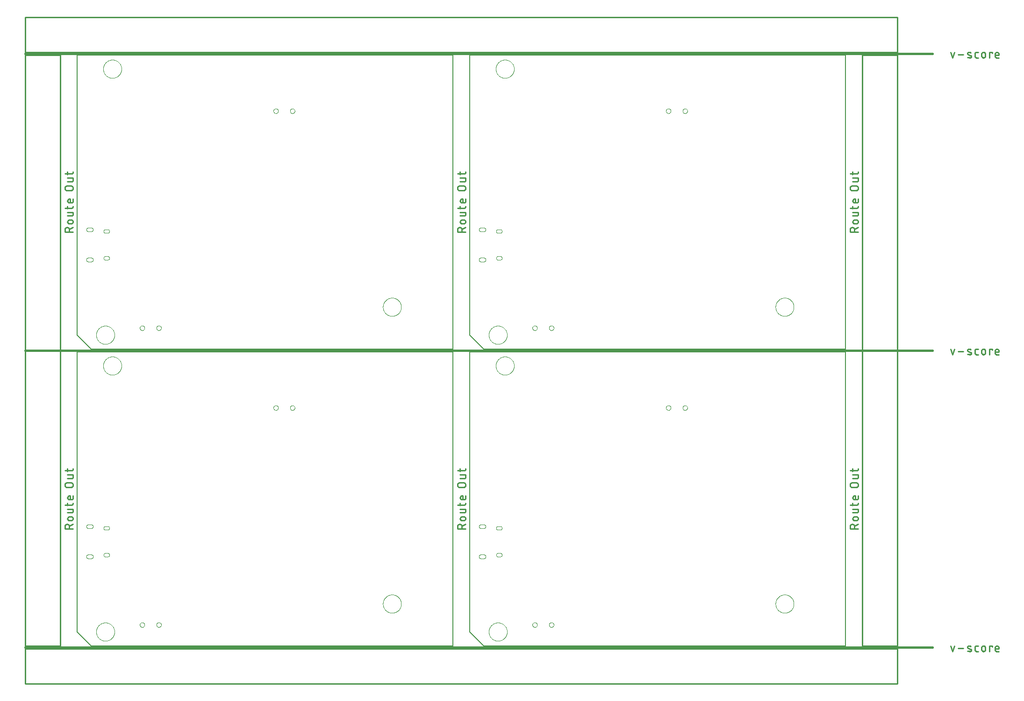
<source format=gko>
G75*
%MOIN*%
%OFA0B0*%
%FSLAX25Y25*%
%IPPOS*%
%LPD*%
%AMOC8*
5,1,8,0,0,1.08239X$1,22.5*
%
%ADD10C,0.00800*%
%ADD11C,0.01100*%
%ADD12C,0.01500*%
%ADD13C,0.01000*%
%ADD14C,0.00079*%
%ADD15C,0.00000*%
D10*
X0062524Y0038500D02*
X0062524Y0238500D01*
X0330524Y0238500D01*
X0330524Y0028500D01*
X0072524Y0028500D01*
X0062524Y0038500D01*
X0342524Y0038500D02*
X0342524Y0238500D01*
X0610524Y0238500D01*
X0610524Y0028500D01*
X0352524Y0028500D01*
X0342524Y0038500D01*
X0352524Y0240500D02*
X0610524Y0240500D01*
X0610524Y0450500D01*
X0342524Y0450500D01*
X0342524Y0250500D01*
X0352524Y0240500D01*
X0330524Y0240500D02*
X0330524Y0450500D01*
X0062524Y0450500D01*
X0062524Y0250500D01*
X0072524Y0240500D01*
X0330524Y0240500D01*
D11*
X0333574Y0324045D02*
X0333574Y0325684D01*
X0333576Y0325763D01*
X0333582Y0325842D01*
X0333591Y0325921D01*
X0333605Y0325999D01*
X0333622Y0326076D01*
X0333642Y0326153D01*
X0333667Y0326228D01*
X0333695Y0326302D01*
X0333727Y0326375D01*
X0333762Y0326446D01*
X0333800Y0326515D01*
X0333842Y0326582D01*
X0333887Y0326647D01*
X0333935Y0326710D01*
X0333986Y0326771D01*
X0334040Y0326829D01*
X0334097Y0326884D01*
X0334156Y0326937D01*
X0334218Y0326986D01*
X0334282Y0327033D01*
X0334348Y0327076D01*
X0334416Y0327116D01*
X0334487Y0327153D01*
X0334558Y0327187D01*
X0334632Y0327216D01*
X0334707Y0327243D01*
X0334782Y0327265D01*
X0334859Y0327284D01*
X0334937Y0327300D01*
X0335015Y0327311D01*
X0335094Y0327319D01*
X0335173Y0327323D01*
X0335253Y0327323D01*
X0335332Y0327319D01*
X0335411Y0327311D01*
X0335489Y0327300D01*
X0335567Y0327284D01*
X0335644Y0327265D01*
X0335719Y0327243D01*
X0335794Y0327216D01*
X0335868Y0327187D01*
X0335939Y0327153D01*
X0336010Y0327116D01*
X0336078Y0327076D01*
X0336144Y0327033D01*
X0336208Y0326986D01*
X0336270Y0326937D01*
X0336329Y0326884D01*
X0336386Y0326829D01*
X0336440Y0326771D01*
X0336491Y0326710D01*
X0336539Y0326647D01*
X0336584Y0326582D01*
X0336626Y0326515D01*
X0336664Y0326446D01*
X0336699Y0326375D01*
X0336731Y0326302D01*
X0336759Y0326228D01*
X0336784Y0326153D01*
X0336804Y0326076D01*
X0336821Y0325999D01*
X0336835Y0325921D01*
X0336844Y0325842D01*
X0336850Y0325763D01*
X0336852Y0325684D01*
X0336851Y0325684D02*
X0336851Y0324045D01*
X0336851Y0326012D02*
X0339474Y0327323D01*
X0338163Y0330062D02*
X0336851Y0330062D01*
X0336780Y0330064D01*
X0336709Y0330070D01*
X0336639Y0330079D01*
X0336569Y0330093D01*
X0336500Y0330110D01*
X0336432Y0330131D01*
X0336366Y0330155D01*
X0336301Y0330183D01*
X0336237Y0330215D01*
X0336175Y0330250D01*
X0336115Y0330288D01*
X0336058Y0330329D01*
X0336002Y0330374D01*
X0335949Y0330421D01*
X0335899Y0330471D01*
X0335852Y0330524D01*
X0335807Y0330580D01*
X0335766Y0330637D01*
X0335728Y0330697D01*
X0335693Y0330759D01*
X0335661Y0330823D01*
X0335633Y0330888D01*
X0335609Y0330954D01*
X0335588Y0331022D01*
X0335571Y0331091D01*
X0335557Y0331161D01*
X0335548Y0331231D01*
X0335542Y0331302D01*
X0335540Y0331373D01*
X0335542Y0331444D01*
X0335548Y0331515D01*
X0335557Y0331585D01*
X0335571Y0331655D01*
X0335588Y0331724D01*
X0335609Y0331792D01*
X0335633Y0331858D01*
X0335661Y0331923D01*
X0335693Y0331987D01*
X0335728Y0332049D01*
X0335766Y0332109D01*
X0335807Y0332166D01*
X0335852Y0332222D01*
X0335899Y0332275D01*
X0335949Y0332325D01*
X0336002Y0332372D01*
X0336058Y0332417D01*
X0336115Y0332458D01*
X0336175Y0332496D01*
X0336237Y0332531D01*
X0336301Y0332563D01*
X0336366Y0332591D01*
X0336432Y0332615D01*
X0336500Y0332636D01*
X0336569Y0332653D01*
X0336639Y0332667D01*
X0336709Y0332676D01*
X0336780Y0332682D01*
X0336851Y0332684D01*
X0338163Y0332684D01*
X0338234Y0332682D01*
X0338305Y0332676D01*
X0338375Y0332667D01*
X0338445Y0332653D01*
X0338514Y0332636D01*
X0338582Y0332615D01*
X0338648Y0332591D01*
X0338713Y0332563D01*
X0338777Y0332531D01*
X0338839Y0332496D01*
X0338899Y0332458D01*
X0338956Y0332417D01*
X0339012Y0332372D01*
X0339065Y0332325D01*
X0339115Y0332275D01*
X0339162Y0332222D01*
X0339207Y0332166D01*
X0339248Y0332109D01*
X0339286Y0332049D01*
X0339321Y0331987D01*
X0339353Y0331923D01*
X0339381Y0331858D01*
X0339405Y0331792D01*
X0339426Y0331724D01*
X0339443Y0331655D01*
X0339457Y0331585D01*
X0339466Y0331515D01*
X0339472Y0331444D01*
X0339474Y0331373D01*
X0339472Y0331302D01*
X0339466Y0331231D01*
X0339457Y0331161D01*
X0339443Y0331091D01*
X0339426Y0331022D01*
X0339405Y0330954D01*
X0339381Y0330888D01*
X0339353Y0330823D01*
X0339321Y0330759D01*
X0339286Y0330697D01*
X0339248Y0330637D01*
X0339207Y0330580D01*
X0339162Y0330524D01*
X0339115Y0330471D01*
X0339065Y0330421D01*
X0339012Y0330374D01*
X0338956Y0330329D01*
X0338899Y0330288D01*
X0338839Y0330250D01*
X0338777Y0330215D01*
X0338713Y0330183D01*
X0338648Y0330155D01*
X0338582Y0330131D01*
X0338514Y0330110D01*
X0338445Y0330093D01*
X0338375Y0330079D01*
X0338305Y0330070D01*
X0338234Y0330064D01*
X0338163Y0330062D01*
X0339474Y0324045D02*
X0333574Y0324045D01*
X0335540Y0335601D02*
X0338490Y0335601D01*
X0338552Y0335603D01*
X0338613Y0335609D01*
X0338674Y0335618D01*
X0338734Y0335632D01*
X0338794Y0335649D01*
X0338852Y0335670D01*
X0338909Y0335695D01*
X0338964Y0335723D01*
X0339017Y0335754D01*
X0339068Y0335789D01*
X0339117Y0335827D01*
X0339163Y0335867D01*
X0339207Y0335911D01*
X0339247Y0335957D01*
X0339285Y0336006D01*
X0339320Y0336057D01*
X0339351Y0336110D01*
X0339379Y0336165D01*
X0339404Y0336222D01*
X0339425Y0336280D01*
X0339442Y0336340D01*
X0339456Y0336400D01*
X0339465Y0336461D01*
X0339471Y0336522D01*
X0339473Y0336584D01*
X0339474Y0336584D02*
X0339474Y0338223D01*
X0335540Y0338223D01*
X0335540Y0340578D02*
X0335540Y0342544D01*
X0333574Y0341233D02*
X0338490Y0341233D01*
X0338552Y0341235D01*
X0338613Y0341241D01*
X0338674Y0341250D01*
X0338734Y0341264D01*
X0338794Y0341281D01*
X0338852Y0341302D01*
X0338909Y0341327D01*
X0338964Y0341355D01*
X0339017Y0341386D01*
X0339068Y0341421D01*
X0339117Y0341459D01*
X0339163Y0341499D01*
X0339207Y0341543D01*
X0339247Y0341589D01*
X0339285Y0341638D01*
X0339320Y0341689D01*
X0339351Y0341742D01*
X0339379Y0341797D01*
X0339404Y0341854D01*
X0339425Y0341912D01*
X0339442Y0341972D01*
X0339456Y0342032D01*
X0339465Y0342093D01*
X0339471Y0342154D01*
X0339473Y0342216D01*
X0339474Y0342216D02*
X0339474Y0342544D01*
X0338490Y0345037D02*
X0336851Y0345037D01*
X0337507Y0345037D02*
X0337507Y0347659D01*
X0336851Y0347659D01*
X0336780Y0347657D01*
X0336709Y0347651D01*
X0336639Y0347642D01*
X0336569Y0347628D01*
X0336500Y0347611D01*
X0336432Y0347590D01*
X0336366Y0347566D01*
X0336301Y0347538D01*
X0336237Y0347506D01*
X0336175Y0347471D01*
X0336115Y0347433D01*
X0336058Y0347392D01*
X0336002Y0347347D01*
X0335949Y0347300D01*
X0335899Y0347250D01*
X0335852Y0347197D01*
X0335807Y0347141D01*
X0335766Y0347084D01*
X0335728Y0347024D01*
X0335693Y0346962D01*
X0335661Y0346898D01*
X0335633Y0346833D01*
X0335609Y0346767D01*
X0335588Y0346699D01*
X0335571Y0346630D01*
X0335557Y0346560D01*
X0335548Y0346490D01*
X0335542Y0346419D01*
X0335540Y0346348D01*
X0335542Y0346277D01*
X0335548Y0346206D01*
X0335557Y0346136D01*
X0335571Y0346066D01*
X0335588Y0345997D01*
X0335609Y0345929D01*
X0335633Y0345863D01*
X0335661Y0345798D01*
X0335693Y0345734D01*
X0335728Y0345672D01*
X0335766Y0345612D01*
X0335807Y0345555D01*
X0335852Y0345499D01*
X0335899Y0345446D01*
X0335949Y0345396D01*
X0336002Y0345349D01*
X0336058Y0345304D01*
X0336115Y0345263D01*
X0336175Y0345225D01*
X0336237Y0345190D01*
X0336301Y0345158D01*
X0336366Y0345130D01*
X0336432Y0345106D01*
X0336500Y0345085D01*
X0336569Y0345068D01*
X0336639Y0345054D01*
X0336709Y0345045D01*
X0336780Y0345039D01*
X0336851Y0345037D01*
X0338490Y0345037D02*
X0338552Y0345039D01*
X0338613Y0345045D01*
X0338674Y0345054D01*
X0338734Y0345068D01*
X0338794Y0345085D01*
X0338852Y0345106D01*
X0338909Y0345131D01*
X0338964Y0345159D01*
X0339017Y0345190D01*
X0339068Y0345225D01*
X0339117Y0345263D01*
X0339163Y0345303D01*
X0339207Y0345347D01*
X0339247Y0345393D01*
X0339285Y0345442D01*
X0339320Y0345493D01*
X0339351Y0345546D01*
X0339379Y0345601D01*
X0339404Y0345658D01*
X0339425Y0345716D01*
X0339442Y0345776D01*
X0339456Y0345836D01*
X0339465Y0345897D01*
X0339471Y0345958D01*
X0339473Y0346020D01*
X0339474Y0346020D02*
X0339474Y0347659D01*
X0337835Y0353735D02*
X0335213Y0353735D01*
X0335134Y0353737D01*
X0335055Y0353743D01*
X0334976Y0353752D01*
X0334898Y0353766D01*
X0334821Y0353783D01*
X0334744Y0353803D01*
X0334669Y0353828D01*
X0334595Y0353856D01*
X0334522Y0353888D01*
X0334451Y0353923D01*
X0334382Y0353961D01*
X0334315Y0354003D01*
X0334250Y0354048D01*
X0334187Y0354096D01*
X0334126Y0354147D01*
X0334068Y0354201D01*
X0334013Y0354258D01*
X0333960Y0354317D01*
X0333911Y0354379D01*
X0333864Y0354443D01*
X0333821Y0354509D01*
X0333781Y0354577D01*
X0333744Y0354648D01*
X0333710Y0354719D01*
X0333681Y0354793D01*
X0333654Y0354868D01*
X0333632Y0354943D01*
X0333613Y0355020D01*
X0333597Y0355098D01*
X0333586Y0355176D01*
X0333578Y0355255D01*
X0333574Y0355334D01*
X0333574Y0355414D01*
X0333578Y0355493D01*
X0333586Y0355572D01*
X0333597Y0355650D01*
X0333613Y0355728D01*
X0333632Y0355805D01*
X0333654Y0355880D01*
X0333681Y0355955D01*
X0333710Y0356029D01*
X0333744Y0356100D01*
X0333781Y0356171D01*
X0333821Y0356239D01*
X0333864Y0356305D01*
X0333911Y0356369D01*
X0333960Y0356431D01*
X0334013Y0356490D01*
X0334068Y0356547D01*
X0334126Y0356601D01*
X0334187Y0356652D01*
X0334250Y0356700D01*
X0334315Y0356745D01*
X0334382Y0356787D01*
X0334451Y0356825D01*
X0334522Y0356860D01*
X0334595Y0356892D01*
X0334669Y0356920D01*
X0334744Y0356945D01*
X0334821Y0356965D01*
X0334898Y0356982D01*
X0334976Y0356996D01*
X0335055Y0357005D01*
X0335134Y0357011D01*
X0335213Y0357013D01*
X0337835Y0357013D01*
X0337914Y0357011D01*
X0337993Y0357005D01*
X0338072Y0356996D01*
X0338150Y0356982D01*
X0338227Y0356965D01*
X0338304Y0356945D01*
X0338379Y0356920D01*
X0338453Y0356892D01*
X0338526Y0356860D01*
X0338597Y0356825D01*
X0338666Y0356787D01*
X0338733Y0356745D01*
X0338798Y0356700D01*
X0338861Y0356652D01*
X0338922Y0356601D01*
X0338980Y0356547D01*
X0339035Y0356490D01*
X0339088Y0356431D01*
X0339137Y0356369D01*
X0339184Y0356305D01*
X0339227Y0356239D01*
X0339267Y0356171D01*
X0339304Y0356100D01*
X0339338Y0356029D01*
X0339367Y0355955D01*
X0339394Y0355880D01*
X0339416Y0355805D01*
X0339435Y0355728D01*
X0339451Y0355650D01*
X0339462Y0355572D01*
X0339470Y0355493D01*
X0339474Y0355414D01*
X0339474Y0355334D01*
X0339470Y0355255D01*
X0339462Y0355176D01*
X0339451Y0355098D01*
X0339435Y0355020D01*
X0339416Y0354943D01*
X0339394Y0354868D01*
X0339367Y0354793D01*
X0339338Y0354719D01*
X0339304Y0354648D01*
X0339267Y0354577D01*
X0339227Y0354509D01*
X0339184Y0354443D01*
X0339137Y0354379D01*
X0339088Y0354317D01*
X0339035Y0354258D01*
X0338980Y0354201D01*
X0338922Y0354147D01*
X0338861Y0354096D01*
X0338798Y0354048D01*
X0338733Y0354003D01*
X0338666Y0353961D01*
X0338597Y0353923D01*
X0338526Y0353888D01*
X0338453Y0353856D01*
X0338379Y0353828D01*
X0338304Y0353803D01*
X0338227Y0353783D01*
X0338150Y0353766D01*
X0338072Y0353752D01*
X0337993Y0353743D01*
X0337914Y0353737D01*
X0337835Y0353735D01*
X0338490Y0360012D02*
X0335540Y0360012D01*
X0335540Y0362634D02*
X0339474Y0362634D01*
X0339474Y0360995D01*
X0339473Y0360995D02*
X0339471Y0360933D01*
X0339465Y0360872D01*
X0339456Y0360811D01*
X0339442Y0360751D01*
X0339425Y0360691D01*
X0339404Y0360633D01*
X0339379Y0360576D01*
X0339351Y0360521D01*
X0339320Y0360468D01*
X0339285Y0360417D01*
X0339247Y0360368D01*
X0339207Y0360322D01*
X0339163Y0360278D01*
X0339117Y0360238D01*
X0339068Y0360200D01*
X0339017Y0360165D01*
X0338964Y0360134D01*
X0338909Y0360106D01*
X0338852Y0360081D01*
X0338794Y0360060D01*
X0338734Y0360043D01*
X0338674Y0360029D01*
X0338613Y0360020D01*
X0338552Y0360014D01*
X0338490Y0360012D01*
X0338490Y0365644D02*
X0333574Y0365644D01*
X0335540Y0364988D02*
X0335540Y0366955D01*
X0338490Y0365644D02*
X0338552Y0365646D01*
X0338613Y0365652D01*
X0338674Y0365661D01*
X0338734Y0365675D01*
X0338794Y0365692D01*
X0338852Y0365713D01*
X0338909Y0365738D01*
X0338964Y0365766D01*
X0339017Y0365797D01*
X0339068Y0365832D01*
X0339117Y0365870D01*
X0339163Y0365910D01*
X0339207Y0365954D01*
X0339247Y0366000D01*
X0339285Y0366049D01*
X0339320Y0366100D01*
X0339351Y0366153D01*
X0339379Y0366208D01*
X0339404Y0366265D01*
X0339425Y0366323D01*
X0339442Y0366383D01*
X0339456Y0366443D01*
X0339465Y0366504D01*
X0339471Y0366565D01*
X0339473Y0366627D01*
X0339474Y0366627D02*
X0339474Y0366955D01*
X0613574Y0365644D02*
X0618490Y0365644D01*
X0618552Y0365646D01*
X0618613Y0365652D01*
X0618674Y0365661D01*
X0618734Y0365675D01*
X0618794Y0365692D01*
X0618852Y0365713D01*
X0618909Y0365738D01*
X0618964Y0365766D01*
X0619017Y0365797D01*
X0619068Y0365832D01*
X0619117Y0365870D01*
X0619163Y0365910D01*
X0619207Y0365954D01*
X0619247Y0366000D01*
X0619285Y0366049D01*
X0619320Y0366100D01*
X0619351Y0366153D01*
X0619379Y0366208D01*
X0619404Y0366265D01*
X0619425Y0366323D01*
X0619442Y0366383D01*
X0619456Y0366443D01*
X0619465Y0366504D01*
X0619471Y0366565D01*
X0619473Y0366627D01*
X0619474Y0366627D02*
X0619474Y0366955D01*
X0615540Y0366955D02*
X0615540Y0364988D01*
X0615540Y0362634D02*
X0619474Y0362634D01*
X0619474Y0360995D01*
X0619473Y0360995D02*
X0619471Y0360933D01*
X0619465Y0360872D01*
X0619456Y0360811D01*
X0619442Y0360751D01*
X0619425Y0360691D01*
X0619404Y0360633D01*
X0619379Y0360576D01*
X0619351Y0360521D01*
X0619320Y0360468D01*
X0619285Y0360417D01*
X0619247Y0360368D01*
X0619207Y0360322D01*
X0619163Y0360278D01*
X0619117Y0360238D01*
X0619068Y0360200D01*
X0619017Y0360165D01*
X0618964Y0360134D01*
X0618909Y0360106D01*
X0618852Y0360081D01*
X0618794Y0360060D01*
X0618734Y0360043D01*
X0618674Y0360029D01*
X0618613Y0360020D01*
X0618552Y0360014D01*
X0618490Y0360012D01*
X0615540Y0360012D01*
X0615213Y0357013D02*
X0617835Y0357013D01*
X0617914Y0357011D01*
X0617993Y0357005D01*
X0618072Y0356996D01*
X0618150Y0356982D01*
X0618227Y0356965D01*
X0618304Y0356945D01*
X0618379Y0356920D01*
X0618453Y0356892D01*
X0618526Y0356860D01*
X0618597Y0356825D01*
X0618666Y0356787D01*
X0618733Y0356745D01*
X0618798Y0356700D01*
X0618861Y0356652D01*
X0618922Y0356601D01*
X0618980Y0356547D01*
X0619035Y0356490D01*
X0619088Y0356431D01*
X0619137Y0356369D01*
X0619184Y0356305D01*
X0619227Y0356239D01*
X0619267Y0356171D01*
X0619304Y0356100D01*
X0619338Y0356029D01*
X0619367Y0355955D01*
X0619394Y0355880D01*
X0619416Y0355805D01*
X0619435Y0355728D01*
X0619451Y0355650D01*
X0619462Y0355572D01*
X0619470Y0355493D01*
X0619474Y0355414D01*
X0619474Y0355334D01*
X0619470Y0355255D01*
X0619462Y0355176D01*
X0619451Y0355098D01*
X0619435Y0355020D01*
X0619416Y0354943D01*
X0619394Y0354868D01*
X0619367Y0354793D01*
X0619338Y0354719D01*
X0619304Y0354648D01*
X0619267Y0354577D01*
X0619227Y0354509D01*
X0619184Y0354443D01*
X0619137Y0354379D01*
X0619088Y0354317D01*
X0619035Y0354258D01*
X0618980Y0354201D01*
X0618922Y0354147D01*
X0618861Y0354096D01*
X0618798Y0354048D01*
X0618733Y0354003D01*
X0618666Y0353961D01*
X0618597Y0353923D01*
X0618526Y0353888D01*
X0618453Y0353856D01*
X0618379Y0353828D01*
X0618304Y0353803D01*
X0618227Y0353783D01*
X0618150Y0353766D01*
X0618072Y0353752D01*
X0617993Y0353743D01*
X0617914Y0353737D01*
X0617835Y0353735D01*
X0615213Y0353735D01*
X0615134Y0353737D01*
X0615055Y0353743D01*
X0614976Y0353752D01*
X0614898Y0353766D01*
X0614821Y0353783D01*
X0614744Y0353803D01*
X0614669Y0353828D01*
X0614595Y0353856D01*
X0614522Y0353888D01*
X0614451Y0353923D01*
X0614382Y0353961D01*
X0614315Y0354003D01*
X0614250Y0354048D01*
X0614187Y0354096D01*
X0614126Y0354147D01*
X0614068Y0354201D01*
X0614013Y0354258D01*
X0613960Y0354317D01*
X0613911Y0354379D01*
X0613864Y0354443D01*
X0613821Y0354509D01*
X0613781Y0354577D01*
X0613744Y0354648D01*
X0613710Y0354719D01*
X0613681Y0354793D01*
X0613654Y0354868D01*
X0613632Y0354943D01*
X0613613Y0355020D01*
X0613597Y0355098D01*
X0613586Y0355176D01*
X0613578Y0355255D01*
X0613574Y0355334D01*
X0613574Y0355414D01*
X0613578Y0355493D01*
X0613586Y0355572D01*
X0613597Y0355650D01*
X0613613Y0355728D01*
X0613632Y0355805D01*
X0613654Y0355880D01*
X0613681Y0355955D01*
X0613710Y0356029D01*
X0613744Y0356100D01*
X0613781Y0356171D01*
X0613821Y0356239D01*
X0613864Y0356305D01*
X0613911Y0356369D01*
X0613960Y0356431D01*
X0614013Y0356490D01*
X0614068Y0356547D01*
X0614126Y0356601D01*
X0614187Y0356652D01*
X0614250Y0356700D01*
X0614315Y0356745D01*
X0614382Y0356787D01*
X0614451Y0356825D01*
X0614522Y0356860D01*
X0614595Y0356892D01*
X0614669Y0356920D01*
X0614744Y0356945D01*
X0614821Y0356965D01*
X0614898Y0356982D01*
X0614976Y0356996D01*
X0615055Y0357005D01*
X0615134Y0357011D01*
X0615213Y0357013D01*
X0616851Y0347659D02*
X0617507Y0347659D01*
X0617507Y0345037D01*
X0616851Y0345037D02*
X0618490Y0345037D01*
X0618552Y0345039D01*
X0618613Y0345045D01*
X0618674Y0345054D01*
X0618734Y0345068D01*
X0618794Y0345085D01*
X0618852Y0345106D01*
X0618909Y0345131D01*
X0618964Y0345159D01*
X0619017Y0345190D01*
X0619068Y0345225D01*
X0619117Y0345263D01*
X0619163Y0345303D01*
X0619207Y0345347D01*
X0619247Y0345393D01*
X0619285Y0345442D01*
X0619320Y0345493D01*
X0619351Y0345546D01*
X0619379Y0345601D01*
X0619404Y0345658D01*
X0619425Y0345716D01*
X0619442Y0345776D01*
X0619456Y0345836D01*
X0619465Y0345897D01*
X0619471Y0345958D01*
X0619473Y0346020D01*
X0619474Y0346020D02*
X0619474Y0347659D01*
X0616851Y0347659D02*
X0616780Y0347657D01*
X0616709Y0347651D01*
X0616639Y0347642D01*
X0616569Y0347628D01*
X0616500Y0347611D01*
X0616432Y0347590D01*
X0616366Y0347566D01*
X0616301Y0347538D01*
X0616237Y0347506D01*
X0616175Y0347471D01*
X0616115Y0347433D01*
X0616058Y0347392D01*
X0616002Y0347347D01*
X0615949Y0347300D01*
X0615899Y0347250D01*
X0615852Y0347197D01*
X0615807Y0347141D01*
X0615766Y0347084D01*
X0615728Y0347024D01*
X0615693Y0346962D01*
X0615661Y0346898D01*
X0615633Y0346833D01*
X0615609Y0346767D01*
X0615588Y0346699D01*
X0615571Y0346630D01*
X0615557Y0346560D01*
X0615548Y0346490D01*
X0615542Y0346419D01*
X0615540Y0346348D01*
X0615542Y0346277D01*
X0615548Y0346206D01*
X0615557Y0346136D01*
X0615571Y0346066D01*
X0615588Y0345997D01*
X0615609Y0345929D01*
X0615633Y0345863D01*
X0615661Y0345798D01*
X0615693Y0345734D01*
X0615728Y0345672D01*
X0615766Y0345612D01*
X0615807Y0345555D01*
X0615852Y0345499D01*
X0615899Y0345446D01*
X0615949Y0345396D01*
X0616002Y0345349D01*
X0616058Y0345304D01*
X0616115Y0345263D01*
X0616175Y0345225D01*
X0616237Y0345190D01*
X0616301Y0345158D01*
X0616366Y0345130D01*
X0616432Y0345106D01*
X0616500Y0345085D01*
X0616569Y0345068D01*
X0616639Y0345054D01*
X0616709Y0345045D01*
X0616780Y0345039D01*
X0616851Y0345037D01*
X0615540Y0342544D02*
X0615540Y0340578D01*
X0613574Y0341233D02*
X0618490Y0341233D01*
X0618552Y0341235D01*
X0618613Y0341241D01*
X0618674Y0341250D01*
X0618734Y0341264D01*
X0618794Y0341281D01*
X0618852Y0341302D01*
X0618909Y0341327D01*
X0618964Y0341355D01*
X0619017Y0341386D01*
X0619068Y0341421D01*
X0619117Y0341459D01*
X0619163Y0341499D01*
X0619207Y0341543D01*
X0619247Y0341589D01*
X0619285Y0341638D01*
X0619320Y0341689D01*
X0619351Y0341742D01*
X0619379Y0341797D01*
X0619404Y0341854D01*
X0619425Y0341912D01*
X0619442Y0341972D01*
X0619456Y0342032D01*
X0619465Y0342093D01*
X0619471Y0342154D01*
X0619473Y0342216D01*
X0619474Y0342216D02*
X0619474Y0342544D01*
X0619474Y0338223D02*
X0615540Y0338223D01*
X0615540Y0335601D02*
X0618490Y0335601D01*
X0618552Y0335603D01*
X0618613Y0335609D01*
X0618674Y0335618D01*
X0618734Y0335632D01*
X0618794Y0335649D01*
X0618852Y0335670D01*
X0618909Y0335695D01*
X0618964Y0335723D01*
X0619017Y0335754D01*
X0619068Y0335789D01*
X0619117Y0335827D01*
X0619163Y0335867D01*
X0619207Y0335911D01*
X0619247Y0335957D01*
X0619285Y0336006D01*
X0619320Y0336057D01*
X0619351Y0336110D01*
X0619379Y0336165D01*
X0619404Y0336222D01*
X0619425Y0336280D01*
X0619442Y0336340D01*
X0619456Y0336400D01*
X0619465Y0336461D01*
X0619471Y0336522D01*
X0619473Y0336584D01*
X0619474Y0336584D02*
X0619474Y0338223D01*
X0618163Y0332684D02*
X0616851Y0332684D01*
X0616780Y0332682D01*
X0616709Y0332676D01*
X0616639Y0332667D01*
X0616569Y0332653D01*
X0616500Y0332636D01*
X0616432Y0332615D01*
X0616366Y0332591D01*
X0616301Y0332563D01*
X0616237Y0332531D01*
X0616175Y0332496D01*
X0616115Y0332458D01*
X0616058Y0332417D01*
X0616002Y0332372D01*
X0615949Y0332325D01*
X0615899Y0332275D01*
X0615852Y0332222D01*
X0615807Y0332166D01*
X0615766Y0332109D01*
X0615728Y0332049D01*
X0615693Y0331987D01*
X0615661Y0331923D01*
X0615633Y0331858D01*
X0615609Y0331792D01*
X0615588Y0331724D01*
X0615571Y0331655D01*
X0615557Y0331585D01*
X0615548Y0331515D01*
X0615542Y0331444D01*
X0615540Y0331373D01*
X0615542Y0331302D01*
X0615548Y0331231D01*
X0615557Y0331161D01*
X0615571Y0331091D01*
X0615588Y0331022D01*
X0615609Y0330954D01*
X0615633Y0330888D01*
X0615661Y0330823D01*
X0615693Y0330759D01*
X0615728Y0330697D01*
X0615766Y0330637D01*
X0615807Y0330580D01*
X0615852Y0330524D01*
X0615899Y0330471D01*
X0615949Y0330421D01*
X0616002Y0330374D01*
X0616058Y0330329D01*
X0616115Y0330288D01*
X0616175Y0330250D01*
X0616237Y0330215D01*
X0616301Y0330183D01*
X0616366Y0330155D01*
X0616432Y0330131D01*
X0616500Y0330110D01*
X0616569Y0330093D01*
X0616639Y0330079D01*
X0616709Y0330070D01*
X0616780Y0330064D01*
X0616851Y0330062D01*
X0618163Y0330062D01*
X0618234Y0330064D01*
X0618305Y0330070D01*
X0618375Y0330079D01*
X0618445Y0330093D01*
X0618514Y0330110D01*
X0618582Y0330131D01*
X0618648Y0330155D01*
X0618713Y0330183D01*
X0618777Y0330215D01*
X0618839Y0330250D01*
X0618899Y0330288D01*
X0618956Y0330329D01*
X0619012Y0330374D01*
X0619065Y0330421D01*
X0619115Y0330471D01*
X0619162Y0330524D01*
X0619207Y0330580D01*
X0619248Y0330637D01*
X0619286Y0330697D01*
X0619321Y0330759D01*
X0619353Y0330823D01*
X0619381Y0330888D01*
X0619405Y0330954D01*
X0619426Y0331022D01*
X0619443Y0331091D01*
X0619457Y0331161D01*
X0619466Y0331231D01*
X0619472Y0331302D01*
X0619474Y0331373D01*
X0619472Y0331444D01*
X0619466Y0331515D01*
X0619457Y0331585D01*
X0619443Y0331655D01*
X0619426Y0331724D01*
X0619405Y0331792D01*
X0619381Y0331858D01*
X0619353Y0331923D01*
X0619321Y0331987D01*
X0619286Y0332049D01*
X0619248Y0332109D01*
X0619207Y0332166D01*
X0619162Y0332222D01*
X0619115Y0332275D01*
X0619065Y0332325D01*
X0619012Y0332372D01*
X0618956Y0332417D01*
X0618899Y0332458D01*
X0618839Y0332496D01*
X0618777Y0332531D01*
X0618713Y0332563D01*
X0618648Y0332591D01*
X0618582Y0332615D01*
X0618514Y0332636D01*
X0618445Y0332653D01*
X0618375Y0332667D01*
X0618305Y0332676D01*
X0618234Y0332682D01*
X0618163Y0332684D01*
X0619474Y0327323D02*
X0616851Y0326012D01*
X0616851Y0325684D02*
X0616851Y0324045D01*
X0616852Y0325684D02*
X0616850Y0325763D01*
X0616844Y0325842D01*
X0616835Y0325921D01*
X0616821Y0325999D01*
X0616804Y0326076D01*
X0616784Y0326153D01*
X0616759Y0326228D01*
X0616731Y0326302D01*
X0616699Y0326375D01*
X0616664Y0326446D01*
X0616626Y0326515D01*
X0616584Y0326582D01*
X0616539Y0326647D01*
X0616491Y0326710D01*
X0616440Y0326771D01*
X0616386Y0326829D01*
X0616329Y0326884D01*
X0616270Y0326937D01*
X0616208Y0326986D01*
X0616144Y0327033D01*
X0616078Y0327076D01*
X0616010Y0327116D01*
X0615939Y0327153D01*
X0615868Y0327187D01*
X0615794Y0327216D01*
X0615719Y0327243D01*
X0615644Y0327265D01*
X0615567Y0327284D01*
X0615489Y0327300D01*
X0615411Y0327311D01*
X0615332Y0327319D01*
X0615253Y0327323D01*
X0615173Y0327323D01*
X0615094Y0327319D01*
X0615015Y0327311D01*
X0614937Y0327300D01*
X0614859Y0327284D01*
X0614782Y0327265D01*
X0614707Y0327243D01*
X0614632Y0327216D01*
X0614558Y0327187D01*
X0614487Y0327153D01*
X0614416Y0327116D01*
X0614348Y0327076D01*
X0614282Y0327033D01*
X0614218Y0326986D01*
X0614156Y0326937D01*
X0614097Y0326884D01*
X0614040Y0326829D01*
X0613986Y0326771D01*
X0613935Y0326710D01*
X0613887Y0326647D01*
X0613842Y0326582D01*
X0613800Y0326515D01*
X0613762Y0326446D01*
X0613727Y0326375D01*
X0613695Y0326302D01*
X0613667Y0326228D01*
X0613642Y0326153D01*
X0613622Y0326076D01*
X0613605Y0325999D01*
X0613591Y0325921D01*
X0613582Y0325842D01*
X0613576Y0325763D01*
X0613574Y0325684D01*
X0613574Y0324045D01*
X0619474Y0324045D01*
X0685315Y0240483D02*
X0686626Y0236550D01*
X0687937Y0240483D01*
X0690608Y0238844D02*
X0694541Y0238844D01*
X0697909Y0238844D02*
X0699548Y0238189D01*
X0699600Y0238166D01*
X0699651Y0238139D01*
X0699700Y0238109D01*
X0699747Y0238076D01*
X0699792Y0238040D01*
X0699834Y0238000D01*
X0699873Y0237958D01*
X0699909Y0237914D01*
X0699942Y0237867D01*
X0699972Y0237817D01*
X0699999Y0237766D01*
X0700022Y0237714D01*
X0700041Y0237660D01*
X0700057Y0237604D01*
X0700069Y0237548D01*
X0700077Y0237491D01*
X0700081Y0237434D01*
X0700082Y0237376D01*
X0700078Y0237319D01*
X0700071Y0237262D01*
X0700059Y0237205D01*
X0700044Y0237150D01*
X0700026Y0237095D01*
X0700003Y0237042D01*
X0699977Y0236991D01*
X0699948Y0236942D01*
X0699915Y0236894D01*
X0699879Y0236849D01*
X0699841Y0236807D01*
X0699799Y0236767D01*
X0699755Y0236730D01*
X0699708Y0236696D01*
X0699660Y0236665D01*
X0699609Y0236638D01*
X0699557Y0236614D01*
X0699503Y0236594D01*
X0699448Y0236578D01*
X0699392Y0236565D01*
X0699335Y0236556D01*
X0699277Y0236551D01*
X0699220Y0236550D01*
X0699712Y0240155D02*
X0699605Y0240201D01*
X0699496Y0240244D01*
X0699386Y0240284D01*
X0699274Y0240320D01*
X0699162Y0240352D01*
X0699048Y0240381D01*
X0698934Y0240407D01*
X0698819Y0240428D01*
X0698704Y0240447D01*
X0698587Y0240461D01*
X0698471Y0240472D01*
X0698354Y0240479D01*
X0698237Y0240483D01*
X0698237Y0240484D02*
X0698180Y0240483D01*
X0698122Y0240478D01*
X0698065Y0240469D01*
X0698009Y0240456D01*
X0697954Y0240440D01*
X0697900Y0240420D01*
X0697848Y0240396D01*
X0697797Y0240369D01*
X0697749Y0240338D01*
X0697702Y0240304D01*
X0697658Y0240267D01*
X0697616Y0240227D01*
X0697578Y0240185D01*
X0697542Y0240140D01*
X0697509Y0240092D01*
X0697480Y0240043D01*
X0697454Y0239992D01*
X0697431Y0239939D01*
X0697413Y0239884D01*
X0697398Y0239829D01*
X0697386Y0239772D01*
X0697379Y0239715D01*
X0697375Y0239658D01*
X0697376Y0239600D01*
X0697380Y0239543D01*
X0697388Y0239486D01*
X0697400Y0239430D01*
X0697416Y0239374D01*
X0697435Y0239320D01*
X0697458Y0239268D01*
X0697485Y0239217D01*
X0697515Y0239167D01*
X0697548Y0239120D01*
X0697584Y0239076D01*
X0697623Y0239034D01*
X0697665Y0238994D01*
X0697710Y0238958D01*
X0697757Y0238925D01*
X0697806Y0238895D01*
X0697857Y0238868D01*
X0697909Y0238845D01*
X0697418Y0236878D02*
X0697552Y0236832D01*
X0697687Y0236789D01*
X0697823Y0236750D01*
X0697960Y0236714D01*
X0698097Y0236682D01*
X0698236Y0236653D01*
X0698375Y0236627D01*
X0698515Y0236606D01*
X0698656Y0236587D01*
X0698796Y0236573D01*
X0698938Y0236562D01*
X0699079Y0236554D01*
X0699221Y0236551D01*
X0702761Y0237533D02*
X0702761Y0239500D01*
X0702762Y0239500D02*
X0702764Y0239562D01*
X0702770Y0239623D01*
X0702779Y0239684D01*
X0702793Y0239744D01*
X0702810Y0239804D01*
X0702831Y0239862D01*
X0702856Y0239919D01*
X0702884Y0239974D01*
X0702915Y0240027D01*
X0702950Y0240078D01*
X0702988Y0240127D01*
X0703028Y0240173D01*
X0703072Y0240217D01*
X0703118Y0240257D01*
X0703167Y0240295D01*
X0703218Y0240330D01*
X0703271Y0240361D01*
X0703326Y0240389D01*
X0703383Y0240414D01*
X0703441Y0240435D01*
X0703501Y0240452D01*
X0703561Y0240466D01*
X0703622Y0240475D01*
X0703683Y0240481D01*
X0703745Y0240483D01*
X0705056Y0240483D01*
X0707469Y0239172D02*
X0707469Y0237861D01*
X0707471Y0237790D01*
X0707477Y0237719D01*
X0707486Y0237649D01*
X0707500Y0237579D01*
X0707517Y0237510D01*
X0707538Y0237442D01*
X0707562Y0237376D01*
X0707590Y0237311D01*
X0707622Y0237247D01*
X0707657Y0237185D01*
X0707695Y0237125D01*
X0707736Y0237068D01*
X0707781Y0237012D01*
X0707828Y0236959D01*
X0707878Y0236909D01*
X0707931Y0236862D01*
X0707987Y0236817D01*
X0708044Y0236776D01*
X0708104Y0236738D01*
X0708166Y0236703D01*
X0708230Y0236671D01*
X0708295Y0236643D01*
X0708361Y0236619D01*
X0708429Y0236598D01*
X0708498Y0236581D01*
X0708568Y0236567D01*
X0708638Y0236558D01*
X0708709Y0236552D01*
X0708780Y0236550D01*
X0708851Y0236552D01*
X0708922Y0236558D01*
X0708992Y0236567D01*
X0709062Y0236581D01*
X0709131Y0236598D01*
X0709199Y0236619D01*
X0709265Y0236643D01*
X0709330Y0236671D01*
X0709394Y0236703D01*
X0709456Y0236738D01*
X0709516Y0236776D01*
X0709573Y0236817D01*
X0709629Y0236862D01*
X0709682Y0236909D01*
X0709732Y0236959D01*
X0709779Y0237012D01*
X0709824Y0237068D01*
X0709865Y0237125D01*
X0709903Y0237185D01*
X0709938Y0237247D01*
X0709970Y0237311D01*
X0709998Y0237376D01*
X0710022Y0237442D01*
X0710043Y0237510D01*
X0710060Y0237579D01*
X0710074Y0237649D01*
X0710083Y0237719D01*
X0710089Y0237790D01*
X0710091Y0237861D01*
X0710091Y0239172D01*
X0710089Y0239243D01*
X0710083Y0239314D01*
X0710074Y0239384D01*
X0710060Y0239454D01*
X0710043Y0239523D01*
X0710022Y0239591D01*
X0709998Y0239657D01*
X0709970Y0239722D01*
X0709938Y0239786D01*
X0709903Y0239848D01*
X0709865Y0239908D01*
X0709824Y0239965D01*
X0709779Y0240021D01*
X0709732Y0240074D01*
X0709682Y0240124D01*
X0709629Y0240171D01*
X0709573Y0240216D01*
X0709516Y0240257D01*
X0709456Y0240295D01*
X0709394Y0240330D01*
X0709330Y0240362D01*
X0709265Y0240390D01*
X0709199Y0240414D01*
X0709131Y0240435D01*
X0709062Y0240452D01*
X0708992Y0240466D01*
X0708922Y0240475D01*
X0708851Y0240481D01*
X0708780Y0240483D01*
X0708709Y0240481D01*
X0708638Y0240475D01*
X0708568Y0240466D01*
X0708498Y0240452D01*
X0708429Y0240435D01*
X0708361Y0240414D01*
X0708295Y0240390D01*
X0708230Y0240362D01*
X0708166Y0240330D01*
X0708104Y0240295D01*
X0708044Y0240257D01*
X0707987Y0240216D01*
X0707931Y0240171D01*
X0707878Y0240124D01*
X0707828Y0240074D01*
X0707781Y0240021D01*
X0707736Y0239965D01*
X0707695Y0239908D01*
X0707657Y0239848D01*
X0707622Y0239786D01*
X0707590Y0239722D01*
X0707562Y0239657D01*
X0707538Y0239591D01*
X0707517Y0239523D01*
X0707500Y0239454D01*
X0707486Y0239384D01*
X0707477Y0239314D01*
X0707471Y0239243D01*
X0707469Y0239172D01*
X0705056Y0236550D02*
X0703745Y0236550D01*
X0703683Y0236552D01*
X0703622Y0236558D01*
X0703561Y0236567D01*
X0703501Y0236581D01*
X0703441Y0236598D01*
X0703383Y0236619D01*
X0703326Y0236644D01*
X0703271Y0236672D01*
X0703218Y0236703D01*
X0703167Y0236738D01*
X0703118Y0236776D01*
X0703072Y0236816D01*
X0703028Y0236860D01*
X0702988Y0236906D01*
X0702950Y0236955D01*
X0702915Y0237006D01*
X0702884Y0237059D01*
X0702856Y0237114D01*
X0702831Y0237171D01*
X0702810Y0237229D01*
X0702793Y0237289D01*
X0702779Y0237349D01*
X0702770Y0237410D01*
X0702764Y0237471D01*
X0702762Y0237533D01*
X0713058Y0236550D02*
X0713058Y0240483D01*
X0715025Y0240483D01*
X0715025Y0239828D01*
X0717110Y0239172D02*
X0717110Y0237533D01*
X0717110Y0238517D02*
X0719733Y0238517D01*
X0719733Y0239172D01*
X0719731Y0239243D01*
X0719725Y0239314D01*
X0719716Y0239384D01*
X0719702Y0239454D01*
X0719685Y0239523D01*
X0719664Y0239591D01*
X0719640Y0239657D01*
X0719612Y0239722D01*
X0719580Y0239786D01*
X0719545Y0239848D01*
X0719507Y0239908D01*
X0719466Y0239965D01*
X0719421Y0240021D01*
X0719374Y0240074D01*
X0719324Y0240124D01*
X0719271Y0240171D01*
X0719215Y0240216D01*
X0719158Y0240257D01*
X0719098Y0240295D01*
X0719036Y0240330D01*
X0718972Y0240362D01*
X0718907Y0240390D01*
X0718841Y0240414D01*
X0718773Y0240435D01*
X0718704Y0240452D01*
X0718634Y0240466D01*
X0718564Y0240475D01*
X0718493Y0240481D01*
X0718422Y0240483D01*
X0718351Y0240481D01*
X0718280Y0240475D01*
X0718210Y0240466D01*
X0718140Y0240452D01*
X0718071Y0240435D01*
X0718003Y0240414D01*
X0717937Y0240390D01*
X0717872Y0240362D01*
X0717808Y0240330D01*
X0717746Y0240295D01*
X0717686Y0240257D01*
X0717629Y0240216D01*
X0717573Y0240171D01*
X0717520Y0240124D01*
X0717470Y0240074D01*
X0717423Y0240021D01*
X0717378Y0239965D01*
X0717337Y0239908D01*
X0717299Y0239848D01*
X0717264Y0239786D01*
X0717232Y0239722D01*
X0717204Y0239657D01*
X0717180Y0239591D01*
X0717159Y0239523D01*
X0717142Y0239454D01*
X0717128Y0239384D01*
X0717119Y0239314D01*
X0717113Y0239243D01*
X0717111Y0239172D01*
X0717111Y0237533D02*
X0717113Y0237471D01*
X0717119Y0237410D01*
X0717128Y0237349D01*
X0717142Y0237289D01*
X0717159Y0237229D01*
X0717180Y0237171D01*
X0717205Y0237114D01*
X0717233Y0237059D01*
X0717264Y0237006D01*
X0717299Y0236955D01*
X0717337Y0236906D01*
X0717377Y0236860D01*
X0717421Y0236816D01*
X0717467Y0236776D01*
X0717516Y0236738D01*
X0717567Y0236703D01*
X0717620Y0236672D01*
X0717675Y0236644D01*
X0717732Y0236619D01*
X0717790Y0236598D01*
X0717850Y0236581D01*
X0717910Y0236567D01*
X0717971Y0236558D01*
X0718032Y0236552D01*
X0718094Y0236550D01*
X0719733Y0236550D01*
X0619474Y0154955D02*
X0619474Y0154627D01*
X0619473Y0154627D02*
X0619471Y0154565D01*
X0619465Y0154504D01*
X0619456Y0154443D01*
X0619442Y0154383D01*
X0619425Y0154323D01*
X0619404Y0154265D01*
X0619379Y0154208D01*
X0619351Y0154153D01*
X0619320Y0154100D01*
X0619285Y0154049D01*
X0619247Y0154000D01*
X0619207Y0153954D01*
X0619163Y0153910D01*
X0619117Y0153870D01*
X0619068Y0153832D01*
X0619017Y0153797D01*
X0618964Y0153766D01*
X0618909Y0153738D01*
X0618852Y0153713D01*
X0618794Y0153692D01*
X0618734Y0153675D01*
X0618674Y0153661D01*
X0618613Y0153652D01*
X0618552Y0153646D01*
X0618490Y0153644D01*
X0613574Y0153644D01*
X0615540Y0152988D02*
X0615540Y0154955D01*
X0615540Y0150634D02*
X0619474Y0150634D01*
X0619474Y0148995D01*
X0619473Y0148995D02*
X0619471Y0148933D01*
X0619465Y0148872D01*
X0619456Y0148811D01*
X0619442Y0148751D01*
X0619425Y0148691D01*
X0619404Y0148633D01*
X0619379Y0148576D01*
X0619351Y0148521D01*
X0619320Y0148468D01*
X0619285Y0148417D01*
X0619247Y0148368D01*
X0619207Y0148322D01*
X0619163Y0148278D01*
X0619117Y0148238D01*
X0619068Y0148200D01*
X0619017Y0148165D01*
X0618964Y0148134D01*
X0618909Y0148106D01*
X0618852Y0148081D01*
X0618794Y0148060D01*
X0618734Y0148043D01*
X0618674Y0148029D01*
X0618613Y0148020D01*
X0618552Y0148014D01*
X0618490Y0148012D01*
X0615540Y0148012D01*
X0615213Y0145013D02*
X0617835Y0145013D01*
X0617914Y0145011D01*
X0617993Y0145005D01*
X0618072Y0144996D01*
X0618150Y0144982D01*
X0618227Y0144965D01*
X0618304Y0144945D01*
X0618379Y0144920D01*
X0618453Y0144892D01*
X0618526Y0144860D01*
X0618597Y0144825D01*
X0618666Y0144787D01*
X0618733Y0144745D01*
X0618798Y0144700D01*
X0618861Y0144652D01*
X0618922Y0144601D01*
X0618980Y0144547D01*
X0619035Y0144490D01*
X0619088Y0144431D01*
X0619137Y0144369D01*
X0619184Y0144305D01*
X0619227Y0144239D01*
X0619267Y0144171D01*
X0619304Y0144100D01*
X0619338Y0144029D01*
X0619367Y0143955D01*
X0619394Y0143880D01*
X0619416Y0143805D01*
X0619435Y0143728D01*
X0619451Y0143650D01*
X0619462Y0143572D01*
X0619470Y0143493D01*
X0619474Y0143414D01*
X0619474Y0143334D01*
X0619470Y0143255D01*
X0619462Y0143176D01*
X0619451Y0143098D01*
X0619435Y0143020D01*
X0619416Y0142943D01*
X0619394Y0142868D01*
X0619367Y0142793D01*
X0619338Y0142719D01*
X0619304Y0142648D01*
X0619267Y0142577D01*
X0619227Y0142509D01*
X0619184Y0142443D01*
X0619137Y0142379D01*
X0619088Y0142317D01*
X0619035Y0142258D01*
X0618980Y0142201D01*
X0618922Y0142147D01*
X0618861Y0142096D01*
X0618798Y0142048D01*
X0618733Y0142003D01*
X0618666Y0141961D01*
X0618597Y0141923D01*
X0618526Y0141888D01*
X0618453Y0141856D01*
X0618379Y0141828D01*
X0618304Y0141803D01*
X0618227Y0141783D01*
X0618150Y0141766D01*
X0618072Y0141752D01*
X0617993Y0141743D01*
X0617914Y0141737D01*
X0617835Y0141735D01*
X0615213Y0141735D01*
X0615134Y0141737D01*
X0615055Y0141743D01*
X0614976Y0141752D01*
X0614898Y0141766D01*
X0614821Y0141783D01*
X0614744Y0141803D01*
X0614669Y0141828D01*
X0614595Y0141856D01*
X0614522Y0141888D01*
X0614451Y0141923D01*
X0614382Y0141961D01*
X0614315Y0142003D01*
X0614250Y0142048D01*
X0614187Y0142096D01*
X0614126Y0142147D01*
X0614068Y0142201D01*
X0614013Y0142258D01*
X0613960Y0142317D01*
X0613911Y0142379D01*
X0613864Y0142443D01*
X0613821Y0142509D01*
X0613781Y0142577D01*
X0613744Y0142648D01*
X0613710Y0142719D01*
X0613681Y0142793D01*
X0613654Y0142868D01*
X0613632Y0142943D01*
X0613613Y0143020D01*
X0613597Y0143098D01*
X0613586Y0143176D01*
X0613578Y0143255D01*
X0613574Y0143334D01*
X0613574Y0143414D01*
X0613578Y0143493D01*
X0613586Y0143572D01*
X0613597Y0143650D01*
X0613613Y0143728D01*
X0613632Y0143805D01*
X0613654Y0143880D01*
X0613681Y0143955D01*
X0613710Y0144029D01*
X0613744Y0144100D01*
X0613781Y0144171D01*
X0613821Y0144239D01*
X0613864Y0144305D01*
X0613911Y0144369D01*
X0613960Y0144431D01*
X0614013Y0144490D01*
X0614068Y0144547D01*
X0614126Y0144601D01*
X0614187Y0144652D01*
X0614250Y0144700D01*
X0614315Y0144745D01*
X0614382Y0144787D01*
X0614451Y0144825D01*
X0614522Y0144860D01*
X0614595Y0144892D01*
X0614669Y0144920D01*
X0614744Y0144945D01*
X0614821Y0144965D01*
X0614898Y0144982D01*
X0614976Y0144996D01*
X0615055Y0145005D01*
X0615134Y0145011D01*
X0615213Y0145013D01*
X0616851Y0135659D02*
X0617507Y0135659D01*
X0617507Y0133037D01*
X0616851Y0133037D02*
X0618490Y0133037D01*
X0618552Y0133039D01*
X0618613Y0133045D01*
X0618674Y0133054D01*
X0618734Y0133068D01*
X0618794Y0133085D01*
X0618852Y0133106D01*
X0618909Y0133131D01*
X0618964Y0133159D01*
X0619017Y0133190D01*
X0619068Y0133225D01*
X0619117Y0133263D01*
X0619163Y0133303D01*
X0619207Y0133347D01*
X0619247Y0133393D01*
X0619285Y0133442D01*
X0619320Y0133493D01*
X0619351Y0133546D01*
X0619379Y0133601D01*
X0619404Y0133658D01*
X0619425Y0133716D01*
X0619442Y0133776D01*
X0619456Y0133836D01*
X0619465Y0133897D01*
X0619471Y0133958D01*
X0619473Y0134020D01*
X0619474Y0134020D02*
X0619474Y0135659D01*
X0616851Y0135659D02*
X0616780Y0135657D01*
X0616709Y0135651D01*
X0616639Y0135642D01*
X0616569Y0135628D01*
X0616500Y0135611D01*
X0616432Y0135590D01*
X0616366Y0135566D01*
X0616301Y0135538D01*
X0616237Y0135506D01*
X0616175Y0135471D01*
X0616115Y0135433D01*
X0616058Y0135392D01*
X0616002Y0135347D01*
X0615949Y0135300D01*
X0615899Y0135250D01*
X0615852Y0135197D01*
X0615807Y0135141D01*
X0615766Y0135084D01*
X0615728Y0135024D01*
X0615693Y0134962D01*
X0615661Y0134898D01*
X0615633Y0134833D01*
X0615609Y0134767D01*
X0615588Y0134699D01*
X0615571Y0134630D01*
X0615557Y0134560D01*
X0615548Y0134490D01*
X0615542Y0134419D01*
X0615540Y0134348D01*
X0615542Y0134277D01*
X0615548Y0134206D01*
X0615557Y0134136D01*
X0615571Y0134066D01*
X0615588Y0133997D01*
X0615609Y0133929D01*
X0615633Y0133863D01*
X0615661Y0133798D01*
X0615693Y0133734D01*
X0615728Y0133672D01*
X0615766Y0133612D01*
X0615807Y0133555D01*
X0615852Y0133499D01*
X0615899Y0133446D01*
X0615949Y0133396D01*
X0616002Y0133349D01*
X0616058Y0133304D01*
X0616115Y0133263D01*
X0616175Y0133225D01*
X0616237Y0133190D01*
X0616301Y0133158D01*
X0616366Y0133130D01*
X0616432Y0133106D01*
X0616500Y0133085D01*
X0616569Y0133068D01*
X0616639Y0133054D01*
X0616709Y0133045D01*
X0616780Y0133039D01*
X0616851Y0133037D01*
X0615540Y0130544D02*
X0615540Y0128578D01*
X0613574Y0129233D02*
X0618490Y0129233D01*
X0618552Y0129235D01*
X0618613Y0129241D01*
X0618674Y0129250D01*
X0618734Y0129264D01*
X0618794Y0129281D01*
X0618852Y0129302D01*
X0618909Y0129327D01*
X0618964Y0129355D01*
X0619017Y0129386D01*
X0619068Y0129421D01*
X0619117Y0129459D01*
X0619163Y0129499D01*
X0619207Y0129543D01*
X0619247Y0129589D01*
X0619285Y0129638D01*
X0619320Y0129689D01*
X0619351Y0129742D01*
X0619379Y0129797D01*
X0619404Y0129854D01*
X0619425Y0129912D01*
X0619442Y0129972D01*
X0619456Y0130032D01*
X0619465Y0130093D01*
X0619471Y0130154D01*
X0619473Y0130216D01*
X0619474Y0130216D02*
X0619474Y0130544D01*
X0619474Y0126223D02*
X0615540Y0126223D01*
X0615540Y0123601D02*
X0618490Y0123601D01*
X0618552Y0123603D01*
X0618613Y0123609D01*
X0618674Y0123618D01*
X0618734Y0123632D01*
X0618794Y0123649D01*
X0618852Y0123670D01*
X0618909Y0123695D01*
X0618964Y0123723D01*
X0619017Y0123754D01*
X0619068Y0123789D01*
X0619117Y0123827D01*
X0619163Y0123867D01*
X0619207Y0123911D01*
X0619247Y0123957D01*
X0619285Y0124006D01*
X0619320Y0124057D01*
X0619351Y0124110D01*
X0619379Y0124165D01*
X0619404Y0124222D01*
X0619425Y0124280D01*
X0619442Y0124340D01*
X0619456Y0124400D01*
X0619465Y0124461D01*
X0619471Y0124522D01*
X0619473Y0124584D01*
X0619474Y0124584D02*
X0619474Y0126223D01*
X0618163Y0120684D02*
X0616851Y0120684D01*
X0616780Y0120682D01*
X0616709Y0120676D01*
X0616639Y0120667D01*
X0616569Y0120653D01*
X0616500Y0120636D01*
X0616432Y0120615D01*
X0616366Y0120591D01*
X0616301Y0120563D01*
X0616237Y0120531D01*
X0616175Y0120496D01*
X0616115Y0120458D01*
X0616058Y0120417D01*
X0616002Y0120372D01*
X0615949Y0120325D01*
X0615899Y0120275D01*
X0615852Y0120222D01*
X0615807Y0120166D01*
X0615766Y0120109D01*
X0615728Y0120049D01*
X0615693Y0119987D01*
X0615661Y0119923D01*
X0615633Y0119858D01*
X0615609Y0119792D01*
X0615588Y0119724D01*
X0615571Y0119655D01*
X0615557Y0119585D01*
X0615548Y0119515D01*
X0615542Y0119444D01*
X0615540Y0119373D01*
X0615542Y0119302D01*
X0615548Y0119231D01*
X0615557Y0119161D01*
X0615571Y0119091D01*
X0615588Y0119022D01*
X0615609Y0118954D01*
X0615633Y0118888D01*
X0615661Y0118823D01*
X0615693Y0118759D01*
X0615728Y0118697D01*
X0615766Y0118637D01*
X0615807Y0118580D01*
X0615852Y0118524D01*
X0615899Y0118471D01*
X0615949Y0118421D01*
X0616002Y0118374D01*
X0616058Y0118329D01*
X0616115Y0118288D01*
X0616175Y0118250D01*
X0616237Y0118215D01*
X0616301Y0118183D01*
X0616366Y0118155D01*
X0616432Y0118131D01*
X0616500Y0118110D01*
X0616569Y0118093D01*
X0616639Y0118079D01*
X0616709Y0118070D01*
X0616780Y0118064D01*
X0616851Y0118062D01*
X0618163Y0118062D01*
X0618234Y0118064D01*
X0618305Y0118070D01*
X0618375Y0118079D01*
X0618445Y0118093D01*
X0618514Y0118110D01*
X0618582Y0118131D01*
X0618648Y0118155D01*
X0618713Y0118183D01*
X0618777Y0118215D01*
X0618839Y0118250D01*
X0618899Y0118288D01*
X0618956Y0118329D01*
X0619012Y0118374D01*
X0619065Y0118421D01*
X0619115Y0118471D01*
X0619162Y0118524D01*
X0619207Y0118580D01*
X0619248Y0118637D01*
X0619286Y0118697D01*
X0619321Y0118759D01*
X0619353Y0118823D01*
X0619381Y0118888D01*
X0619405Y0118954D01*
X0619426Y0119022D01*
X0619443Y0119091D01*
X0619457Y0119161D01*
X0619466Y0119231D01*
X0619472Y0119302D01*
X0619474Y0119373D01*
X0619472Y0119444D01*
X0619466Y0119515D01*
X0619457Y0119585D01*
X0619443Y0119655D01*
X0619426Y0119724D01*
X0619405Y0119792D01*
X0619381Y0119858D01*
X0619353Y0119923D01*
X0619321Y0119987D01*
X0619286Y0120049D01*
X0619248Y0120109D01*
X0619207Y0120166D01*
X0619162Y0120222D01*
X0619115Y0120275D01*
X0619065Y0120325D01*
X0619012Y0120372D01*
X0618956Y0120417D01*
X0618899Y0120458D01*
X0618839Y0120496D01*
X0618777Y0120531D01*
X0618713Y0120563D01*
X0618648Y0120591D01*
X0618582Y0120615D01*
X0618514Y0120636D01*
X0618445Y0120653D01*
X0618375Y0120667D01*
X0618305Y0120676D01*
X0618234Y0120682D01*
X0618163Y0120684D01*
X0619474Y0115323D02*
X0616851Y0114012D01*
X0616851Y0113684D02*
X0616851Y0112045D01*
X0616852Y0113684D02*
X0616850Y0113763D01*
X0616844Y0113842D01*
X0616835Y0113921D01*
X0616821Y0113999D01*
X0616804Y0114076D01*
X0616784Y0114153D01*
X0616759Y0114228D01*
X0616731Y0114302D01*
X0616699Y0114375D01*
X0616664Y0114446D01*
X0616626Y0114515D01*
X0616584Y0114582D01*
X0616539Y0114647D01*
X0616491Y0114710D01*
X0616440Y0114771D01*
X0616386Y0114829D01*
X0616329Y0114884D01*
X0616270Y0114937D01*
X0616208Y0114986D01*
X0616144Y0115033D01*
X0616078Y0115076D01*
X0616010Y0115116D01*
X0615939Y0115153D01*
X0615868Y0115187D01*
X0615794Y0115216D01*
X0615719Y0115243D01*
X0615644Y0115265D01*
X0615567Y0115284D01*
X0615489Y0115300D01*
X0615411Y0115311D01*
X0615332Y0115319D01*
X0615253Y0115323D01*
X0615173Y0115323D01*
X0615094Y0115319D01*
X0615015Y0115311D01*
X0614937Y0115300D01*
X0614859Y0115284D01*
X0614782Y0115265D01*
X0614707Y0115243D01*
X0614632Y0115216D01*
X0614558Y0115187D01*
X0614487Y0115153D01*
X0614416Y0115116D01*
X0614348Y0115076D01*
X0614282Y0115033D01*
X0614218Y0114986D01*
X0614156Y0114937D01*
X0614097Y0114884D01*
X0614040Y0114829D01*
X0613986Y0114771D01*
X0613935Y0114710D01*
X0613887Y0114647D01*
X0613842Y0114582D01*
X0613800Y0114515D01*
X0613762Y0114446D01*
X0613727Y0114375D01*
X0613695Y0114302D01*
X0613667Y0114228D01*
X0613642Y0114153D01*
X0613622Y0114076D01*
X0613605Y0113999D01*
X0613591Y0113921D01*
X0613582Y0113842D01*
X0613576Y0113763D01*
X0613574Y0113684D01*
X0613574Y0112045D01*
X0619474Y0112045D01*
X0697418Y0024878D02*
X0697552Y0024832D01*
X0697687Y0024789D01*
X0697823Y0024750D01*
X0697960Y0024714D01*
X0698097Y0024682D01*
X0698236Y0024653D01*
X0698375Y0024627D01*
X0698515Y0024606D01*
X0698656Y0024587D01*
X0698796Y0024573D01*
X0698938Y0024562D01*
X0699079Y0024554D01*
X0699221Y0024551D01*
X0699220Y0024550D02*
X0699277Y0024551D01*
X0699335Y0024556D01*
X0699392Y0024565D01*
X0699448Y0024578D01*
X0699503Y0024594D01*
X0699557Y0024614D01*
X0699609Y0024638D01*
X0699660Y0024665D01*
X0699708Y0024696D01*
X0699755Y0024730D01*
X0699799Y0024767D01*
X0699841Y0024807D01*
X0699879Y0024849D01*
X0699915Y0024894D01*
X0699948Y0024942D01*
X0699977Y0024991D01*
X0700003Y0025042D01*
X0700026Y0025095D01*
X0700044Y0025150D01*
X0700059Y0025205D01*
X0700071Y0025262D01*
X0700078Y0025319D01*
X0700082Y0025376D01*
X0700081Y0025434D01*
X0700077Y0025491D01*
X0700069Y0025548D01*
X0700057Y0025604D01*
X0700041Y0025660D01*
X0700022Y0025714D01*
X0699999Y0025766D01*
X0699972Y0025817D01*
X0699942Y0025867D01*
X0699909Y0025914D01*
X0699873Y0025958D01*
X0699834Y0026000D01*
X0699792Y0026040D01*
X0699747Y0026076D01*
X0699700Y0026109D01*
X0699651Y0026139D01*
X0699600Y0026166D01*
X0699548Y0026189D01*
X0697909Y0026844D01*
X0697909Y0026845D02*
X0697857Y0026868D01*
X0697806Y0026895D01*
X0697757Y0026925D01*
X0697710Y0026958D01*
X0697665Y0026994D01*
X0697623Y0027034D01*
X0697584Y0027076D01*
X0697548Y0027120D01*
X0697515Y0027167D01*
X0697485Y0027217D01*
X0697458Y0027268D01*
X0697435Y0027320D01*
X0697416Y0027374D01*
X0697400Y0027430D01*
X0697388Y0027486D01*
X0697380Y0027543D01*
X0697376Y0027600D01*
X0697375Y0027658D01*
X0697379Y0027715D01*
X0697386Y0027772D01*
X0697398Y0027829D01*
X0697413Y0027884D01*
X0697431Y0027939D01*
X0697454Y0027992D01*
X0697480Y0028043D01*
X0697509Y0028092D01*
X0697542Y0028140D01*
X0697578Y0028185D01*
X0697616Y0028227D01*
X0697658Y0028267D01*
X0697702Y0028304D01*
X0697749Y0028338D01*
X0697797Y0028369D01*
X0697848Y0028396D01*
X0697900Y0028420D01*
X0697954Y0028440D01*
X0698009Y0028456D01*
X0698065Y0028469D01*
X0698122Y0028478D01*
X0698180Y0028483D01*
X0698237Y0028484D01*
X0698237Y0028483D02*
X0698354Y0028479D01*
X0698471Y0028472D01*
X0698587Y0028461D01*
X0698704Y0028447D01*
X0698819Y0028428D01*
X0698934Y0028407D01*
X0699048Y0028381D01*
X0699162Y0028352D01*
X0699274Y0028320D01*
X0699386Y0028284D01*
X0699496Y0028244D01*
X0699605Y0028201D01*
X0699712Y0028155D01*
X0702761Y0027500D02*
X0702761Y0025533D01*
X0702762Y0025533D02*
X0702764Y0025471D01*
X0702770Y0025410D01*
X0702779Y0025349D01*
X0702793Y0025289D01*
X0702810Y0025229D01*
X0702831Y0025171D01*
X0702856Y0025114D01*
X0702884Y0025059D01*
X0702915Y0025006D01*
X0702950Y0024955D01*
X0702988Y0024906D01*
X0703028Y0024860D01*
X0703072Y0024816D01*
X0703118Y0024776D01*
X0703167Y0024738D01*
X0703218Y0024703D01*
X0703271Y0024672D01*
X0703326Y0024644D01*
X0703383Y0024619D01*
X0703441Y0024598D01*
X0703501Y0024581D01*
X0703561Y0024567D01*
X0703622Y0024558D01*
X0703683Y0024552D01*
X0703745Y0024550D01*
X0705056Y0024550D01*
X0707469Y0025861D02*
X0707469Y0027172D01*
X0707471Y0027243D01*
X0707477Y0027314D01*
X0707486Y0027384D01*
X0707500Y0027454D01*
X0707517Y0027523D01*
X0707538Y0027591D01*
X0707562Y0027657D01*
X0707590Y0027722D01*
X0707622Y0027786D01*
X0707657Y0027848D01*
X0707695Y0027908D01*
X0707736Y0027965D01*
X0707781Y0028021D01*
X0707828Y0028074D01*
X0707878Y0028124D01*
X0707931Y0028171D01*
X0707987Y0028216D01*
X0708044Y0028257D01*
X0708104Y0028295D01*
X0708166Y0028330D01*
X0708230Y0028362D01*
X0708295Y0028390D01*
X0708361Y0028414D01*
X0708429Y0028435D01*
X0708498Y0028452D01*
X0708568Y0028466D01*
X0708638Y0028475D01*
X0708709Y0028481D01*
X0708780Y0028483D01*
X0708851Y0028481D01*
X0708922Y0028475D01*
X0708992Y0028466D01*
X0709062Y0028452D01*
X0709131Y0028435D01*
X0709199Y0028414D01*
X0709265Y0028390D01*
X0709330Y0028362D01*
X0709394Y0028330D01*
X0709456Y0028295D01*
X0709516Y0028257D01*
X0709573Y0028216D01*
X0709629Y0028171D01*
X0709682Y0028124D01*
X0709732Y0028074D01*
X0709779Y0028021D01*
X0709824Y0027965D01*
X0709865Y0027908D01*
X0709903Y0027848D01*
X0709938Y0027786D01*
X0709970Y0027722D01*
X0709998Y0027657D01*
X0710022Y0027591D01*
X0710043Y0027523D01*
X0710060Y0027454D01*
X0710074Y0027384D01*
X0710083Y0027314D01*
X0710089Y0027243D01*
X0710091Y0027172D01*
X0710091Y0025861D01*
X0710089Y0025790D01*
X0710083Y0025719D01*
X0710074Y0025649D01*
X0710060Y0025579D01*
X0710043Y0025510D01*
X0710022Y0025442D01*
X0709998Y0025376D01*
X0709970Y0025311D01*
X0709938Y0025247D01*
X0709903Y0025185D01*
X0709865Y0025125D01*
X0709824Y0025068D01*
X0709779Y0025012D01*
X0709732Y0024959D01*
X0709682Y0024909D01*
X0709629Y0024862D01*
X0709573Y0024817D01*
X0709516Y0024776D01*
X0709456Y0024738D01*
X0709394Y0024703D01*
X0709330Y0024671D01*
X0709265Y0024643D01*
X0709199Y0024619D01*
X0709131Y0024598D01*
X0709062Y0024581D01*
X0708992Y0024567D01*
X0708922Y0024558D01*
X0708851Y0024552D01*
X0708780Y0024550D01*
X0708709Y0024552D01*
X0708638Y0024558D01*
X0708568Y0024567D01*
X0708498Y0024581D01*
X0708429Y0024598D01*
X0708361Y0024619D01*
X0708295Y0024643D01*
X0708230Y0024671D01*
X0708166Y0024703D01*
X0708104Y0024738D01*
X0708044Y0024776D01*
X0707987Y0024817D01*
X0707931Y0024862D01*
X0707878Y0024909D01*
X0707828Y0024959D01*
X0707781Y0025012D01*
X0707736Y0025068D01*
X0707695Y0025125D01*
X0707657Y0025185D01*
X0707622Y0025247D01*
X0707590Y0025311D01*
X0707562Y0025376D01*
X0707538Y0025442D01*
X0707517Y0025510D01*
X0707500Y0025579D01*
X0707486Y0025649D01*
X0707477Y0025719D01*
X0707471Y0025790D01*
X0707469Y0025861D01*
X0705056Y0028483D02*
X0703745Y0028483D01*
X0703683Y0028481D01*
X0703622Y0028475D01*
X0703561Y0028466D01*
X0703501Y0028452D01*
X0703441Y0028435D01*
X0703383Y0028414D01*
X0703326Y0028389D01*
X0703271Y0028361D01*
X0703218Y0028330D01*
X0703167Y0028295D01*
X0703118Y0028257D01*
X0703072Y0028217D01*
X0703028Y0028173D01*
X0702988Y0028127D01*
X0702950Y0028078D01*
X0702915Y0028027D01*
X0702884Y0027974D01*
X0702856Y0027919D01*
X0702831Y0027862D01*
X0702810Y0027804D01*
X0702793Y0027744D01*
X0702779Y0027684D01*
X0702770Y0027623D01*
X0702764Y0027562D01*
X0702762Y0027500D01*
X0713058Y0028483D02*
X0715025Y0028483D01*
X0715025Y0027828D01*
X0713058Y0028483D02*
X0713058Y0024550D01*
X0717110Y0025533D02*
X0717110Y0027172D01*
X0717110Y0026517D02*
X0719733Y0026517D01*
X0719733Y0027172D01*
X0719731Y0027243D01*
X0719725Y0027314D01*
X0719716Y0027384D01*
X0719702Y0027454D01*
X0719685Y0027523D01*
X0719664Y0027591D01*
X0719640Y0027657D01*
X0719612Y0027722D01*
X0719580Y0027786D01*
X0719545Y0027848D01*
X0719507Y0027908D01*
X0719466Y0027965D01*
X0719421Y0028021D01*
X0719374Y0028074D01*
X0719324Y0028124D01*
X0719271Y0028171D01*
X0719215Y0028216D01*
X0719158Y0028257D01*
X0719098Y0028295D01*
X0719036Y0028330D01*
X0718972Y0028362D01*
X0718907Y0028390D01*
X0718841Y0028414D01*
X0718773Y0028435D01*
X0718704Y0028452D01*
X0718634Y0028466D01*
X0718564Y0028475D01*
X0718493Y0028481D01*
X0718422Y0028483D01*
X0718351Y0028481D01*
X0718280Y0028475D01*
X0718210Y0028466D01*
X0718140Y0028452D01*
X0718071Y0028435D01*
X0718003Y0028414D01*
X0717937Y0028390D01*
X0717872Y0028362D01*
X0717808Y0028330D01*
X0717746Y0028295D01*
X0717686Y0028257D01*
X0717629Y0028216D01*
X0717573Y0028171D01*
X0717520Y0028124D01*
X0717470Y0028074D01*
X0717423Y0028021D01*
X0717378Y0027965D01*
X0717337Y0027908D01*
X0717299Y0027848D01*
X0717264Y0027786D01*
X0717232Y0027722D01*
X0717204Y0027657D01*
X0717180Y0027591D01*
X0717159Y0027523D01*
X0717142Y0027454D01*
X0717128Y0027384D01*
X0717119Y0027314D01*
X0717113Y0027243D01*
X0717111Y0027172D01*
X0717111Y0025533D02*
X0717113Y0025471D01*
X0717119Y0025410D01*
X0717128Y0025349D01*
X0717142Y0025289D01*
X0717159Y0025229D01*
X0717180Y0025171D01*
X0717205Y0025114D01*
X0717233Y0025059D01*
X0717264Y0025006D01*
X0717299Y0024955D01*
X0717337Y0024906D01*
X0717377Y0024860D01*
X0717421Y0024816D01*
X0717467Y0024776D01*
X0717516Y0024738D01*
X0717567Y0024703D01*
X0717620Y0024672D01*
X0717675Y0024644D01*
X0717732Y0024619D01*
X0717790Y0024598D01*
X0717850Y0024581D01*
X0717910Y0024567D01*
X0717971Y0024558D01*
X0718032Y0024552D01*
X0718094Y0024550D01*
X0719733Y0024550D01*
X0694541Y0026844D02*
X0690608Y0026844D01*
X0687937Y0028483D02*
X0686626Y0024550D01*
X0685315Y0028483D01*
X0339474Y0112045D02*
X0333574Y0112045D01*
X0333574Y0113684D01*
X0333576Y0113763D01*
X0333582Y0113842D01*
X0333591Y0113921D01*
X0333605Y0113999D01*
X0333622Y0114076D01*
X0333642Y0114153D01*
X0333667Y0114228D01*
X0333695Y0114302D01*
X0333727Y0114375D01*
X0333762Y0114446D01*
X0333800Y0114515D01*
X0333842Y0114582D01*
X0333887Y0114647D01*
X0333935Y0114710D01*
X0333986Y0114771D01*
X0334040Y0114829D01*
X0334097Y0114884D01*
X0334156Y0114937D01*
X0334218Y0114986D01*
X0334282Y0115033D01*
X0334348Y0115076D01*
X0334416Y0115116D01*
X0334487Y0115153D01*
X0334558Y0115187D01*
X0334632Y0115216D01*
X0334707Y0115243D01*
X0334782Y0115265D01*
X0334859Y0115284D01*
X0334937Y0115300D01*
X0335015Y0115311D01*
X0335094Y0115319D01*
X0335173Y0115323D01*
X0335253Y0115323D01*
X0335332Y0115319D01*
X0335411Y0115311D01*
X0335489Y0115300D01*
X0335567Y0115284D01*
X0335644Y0115265D01*
X0335719Y0115243D01*
X0335794Y0115216D01*
X0335868Y0115187D01*
X0335939Y0115153D01*
X0336010Y0115116D01*
X0336078Y0115076D01*
X0336144Y0115033D01*
X0336208Y0114986D01*
X0336270Y0114937D01*
X0336329Y0114884D01*
X0336386Y0114829D01*
X0336440Y0114771D01*
X0336491Y0114710D01*
X0336539Y0114647D01*
X0336584Y0114582D01*
X0336626Y0114515D01*
X0336664Y0114446D01*
X0336699Y0114375D01*
X0336731Y0114302D01*
X0336759Y0114228D01*
X0336784Y0114153D01*
X0336804Y0114076D01*
X0336821Y0113999D01*
X0336835Y0113921D01*
X0336844Y0113842D01*
X0336850Y0113763D01*
X0336852Y0113684D01*
X0336851Y0113684D02*
X0336851Y0112045D01*
X0336851Y0114012D02*
X0339474Y0115323D01*
X0338163Y0118062D02*
X0336851Y0118062D01*
X0336780Y0118064D01*
X0336709Y0118070D01*
X0336639Y0118079D01*
X0336569Y0118093D01*
X0336500Y0118110D01*
X0336432Y0118131D01*
X0336366Y0118155D01*
X0336301Y0118183D01*
X0336237Y0118215D01*
X0336175Y0118250D01*
X0336115Y0118288D01*
X0336058Y0118329D01*
X0336002Y0118374D01*
X0335949Y0118421D01*
X0335899Y0118471D01*
X0335852Y0118524D01*
X0335807Y0118580D01*
X0335766Y0118637D01*
X0335728Y0118697D01*
X0335693Y0118759D01*
X0335661Y0118823D01*
X0335633Y0118888D01*
X0335609Y0118954D01*
X0335588Y0119022D01*
X0335571Y0119091D01*
X0335557Y0119161D01*
X0335548Y0119231D01*
X0335542Y0119302D01*
X0335540Y0119373D01*
X0335542Y0119444D01*
X0335548Y0119515D01*
X0335557Y0119585D01*
X0335571Y0119655D01*
X0335588Y0119724D01*
X0335609Y0119792D01*
X0335633Y0119858D01*
X0335661Y0119923D01*
X0335693Y0119987D01*
X0335728Y0120049D01*
X0335766Y0120109D01*
X0335807Y0120166D01*
X0335852Y0120222D01*
X0335899Y0120275D01*
X0335949Y0120325D01*
X0336002Y0120372D01*
X0336058Y0120417D01*
X0336115Y0120458D01*
X0336175Y0120496D01*
X0336237Y0120531D01*
X0336301Y0120563D01*
X0336366Y0120591D01*
X0336432Y0120615D01*
X0336500Y0120636D01*
X0336569Y0120653D01*
X0336639Y0120667D01*
X0336709Y0120676D01*
X0336780Y0120682D01*
X0336851Y0120684D01*
X0338163Y0120684D01*
X0338234Y0120682D01*
X0338305Y0120676D01*
X0338375Y0120667D01*
X0338445Y0120653D01*
X0338514Y0120636D01*
X0338582Y0120615D01*
X0338648Y0120591D01*
X0338713Y0120563D01*
X0338777Y0120531D01*
X0338839Y0120496D01*
X0338899Y0120458D01*
X0338956Y0120417D01*
X0339012Y0120372D01*
X0339065Y0120325D01*
X0339115Y0120275D01*
X0339162Y0120222D01*
X0339207Y0120166D01*
X0339248Y0120109D01*
X0339286Y0120049D01*
X0339321Y0119987D01*
X0339353Y0119923D01*
X0339381Y0119858D01*
X0339405Y0119792D01*
X0339426Y0119724D01*
X0339443Y0119655D01*
X0339457Y0119585D01*
X0339466Y0119515D01*
X0339472Y0119444D01*
X0339474Y0119373D01*
X0339472Y0119302D01*
X0339466Y0119231D01*
X0339457Y0119161D01*
X0339443Y0119091D01*
X0339426Y0119022D01*
X0339405Y0118954D01*
X0339381Y0118888D01*
X0339353Y0118823D01*
X0339321Y0118759D01*
X0339286Y0118697D01*
X0339248Y0118637D01*
X0339207Y0118580D01*
X0339162Y0118524D01*
X0339115Y0118471D01*
X0339065Y0118421D01*
X0339012Y0118374D01*
X0338956Y0118329D01*
X0338899Y0118288D01*
X0338839Y0118250D01*
X0338777Y0118215D01*
X0338713Y0118183D01*
X0338648Y0118155D01*
X0338582Y0118131D01*
X0338514Y0118110D01*
X0338445Y0118093D01*
X0338375Y0118079D01*
X0338305Y0118070D01*
X0338234Y0118064D01*
X0338163Y0118062D01*
X0338490Y0123601D02*
X0335540Y0123601D01*
X0335540Y0126223D02*
X0339474Y0126223D01*
X0339474Y0124584D01*
X0339473Y0124584D02*
X0339471Y0124522D01*
X0339465Y0124461D01*
X0339456Y0124400D01*
X0339442Y0124340D01*
X0339425Y0124280D01*
X0339404Y0124222D01*
X0339379Y0124165D01*
X0339351Y0124110D01*
X0339320Y0124057D01*
X0339285Y0124006D01*
X0339247Y0123957D01*
X0339207Y0123911D01*
X0339163Y0123867D01*
X0339117Y0123827D01*
X0339068Y0123789D01*
X0339017Y0123754D01*
X0338964Y0123723D01*
X0338909Y0123695D01*
X0338852Y0123670D01*
X0338794Y0123649D01*
X0338734Y0123632D01*
X0338674Y0123618D01*
X0338613Y0123609D01*
X0338552Y0123603D01*
X0338490Y0123601D01*
X0338490Y0129233D02*
X0333574Y0129233D01*
X0335540Y0128578D02*
X0335540Y0130544D01*
X0336851Y0133037D02*
X0338490Y0133037D01*
X0337507Y0133037D02*
X0337507Y0135659D01*
X0336851Y0135659D01*
X0336780Y0135657D01*
X0336709Y0135651D01*
X0336639Y0135642D01*
X0336569Y0135628D01*
X0336500Y0135611D01*
X0336432Y0135590D01*
X0336366Y0135566D01*
X0336301Y0135538D01*
X0336237Y0135506D01*
X0336175Y0135471D01*
X0336115Y0135433D01*
X0336058Y0135392D01*
X0336002Y0135347D01*
X0335949Y0135300D01*
X0335899Y0135250D01*
X0335852Y0135197D01*
X0335807Y0135141D01*
X0335766Y0135084D01*
X0335728Y0135024D01*
X0335693Y0134962D01*
X0335661Y0134898D01*
X0335633Y0134833D01*
X0335609Y0134767D01*
X0335588Y0134699D01*
X0335571Y0134630D01*
X0335557Y0134560D01*
X0335548Y0134490D01*
X0335542Y0134419D01*
X0335540Y0134348D01*
X0335542Y0134277D01*
X0335548Y0134206D01*
X0335557Y0134136D01*
X0335571Y0134066D01*
X0335588Y0133997D01*
X0335609Y0133929D01*
X0335633Y0133863D01*
X0335661Y0133798D01*
X0335693Y0133734D01*
X0335728Y0133672D01*
X0335766Y0133612D01*
X0335807Y0133555D01*
X0335852Y0133499D01*
X0335899Y0133446D01*
X0335949Y0133396D01*
X0336002Y0133349D01*
X0336058Y0133304D01*
X0336115Y0133263D01*
X0336175Y0133225D01*
X0336237Y0133190D01*
X0336301Y0133158D01*
X0336366Y0133130D01*
X0336432Y0133106D01*
X0336500Y0133085D01*
X0336569Y0133068D01*
X0336639Y0133054D01*
X0336709Y0133045D01*
X0336780Y0133039D01*
X0336851Y0133037D01*
X0338490Y0133037D02*
X0338552Y0133039D01*
X0338613Y0133045D01*
X0338674Y0133054D01*
X0338734Y0133068D01*
X0338794Y0133085D01*
X0338852Y0133106D01*
X0338909Y0133131D01*
X0338964Y0133159D01*
X0339017Y0133190D01*
X0339068Y0133225D01*
X0339117Y0133263D01*
X0339163Y0133303D01*
X0339207Y0133347D01*
X0339247Y0133393D01*
X0339285Y0133442D01*
X0339320Y0133493D01*
X0339351Y0133546D01*
X0339379Y0133601D01*
X0339404Y0133658D01*
X0339425Y0133716D01*
X0339442Y0133776D01*
X0339456Y0133836D01*
X0339465Y0133897D01*
X0339471Y0133958D01*
X0339473Y0134020D01*
X0339474Y0134020D02*
X0339474Y0135659D01*
X0339474Y0130544D02*
X0339474Y0130216D01*
X0339473Y0130216D02*
X0339471Y0130154D01*
X0339465Y0130093D01*
X0339456Y0130032D01*
X0339442Y0129972D01*
X0339425Y0129912D01*
X0339404Y0129854D01*
X0339379Y0129797D01*
X0339351Y0129742D01*
X0339320Y0129689D01*
X0339285Y0129638D01*
X0339247Y0129589D01*
X0339207Y0129543D01*
X0339163Y0129499D01*
X0339117Y0129459D01*
X0339068Y0129421D01*
X0339017Y0129386D01*
X0338964Y0129355D01*
X0338909Y0129327D01*
X0338852Y0129302D01*
X0338794Y0129281D01*
X0338734Y0129264D01*
X0338674Y0129250D01*
X0338613Y0129241D01*
X0338552Y0129235D01*
X0338490Y0129233D01*
X0337835Y0141735D02*
X0335213Y0141735D01*
X0335134Y0141737D01*
X0335055Y0141743D01*
X0334976Y0141752D01*
X0334898Y0141766D01*
X0334821Y0141783D01*
X0334744Y0141803D01*
X0334669Y0141828D01*
X0334595Y0141856D01*
X0334522Y0141888D01*
X0334451Y0141923D01*
X0334382Y0141961D01*
X0334315Y0142003D01*
X0334250Y0142048D01*
X0334187Y0142096D01*
X0334126Y0142147D01*
X0334068Y0142201D01*
X0334013Y0142258D01*
X0333960Y0142317D01*
X0333911Y0142379D01*
X0333864Y0142443D01*
X0333821Y0142509D01*
X0333781Y0142577D01*
X0333744Y0142648D01*
X0333710Y0142719D01*
X0333681Y0142793D01*
X0333654Y0142868D01*
X0333632Y0142943D01*
X0333613Y0143020D01*
X0333597Y0143098D01*
X0333586Y0143176D01*
X0333578Y0143255D01*
X0333574Y0143334D01*
X0333574Y0143414D01*
X0333578Y0143493D01*
X0333586Y0143572D01*
X0333597Y0143650D01*
X0333613Y0143728D01*
X0333632Y0143805D01*
X0333654Y0143880D01*
X0333681Y0143955D01*
X0333710Y0144029D01*
X0333744Y0144100D01*
X0333781Y0144171D01*
X0333821Y0144239D01*
X0333864Y0144305D01*
X0333911Y0144369D01*
X0333960Y0144431D01*
X0334013Y0144490D01*
X0334068Y0144547D01*
X0334126Y0144601D01*
X0334187Y0144652D01*
X0334250Y0144700D01*
X0334315Y0144745D01*
X0334382Y0144787D01*
X0334451Y0144825D01*
X0334522Y0144860D01*
X0334595Y0144892D01*
X0334669Y0144920D01*
X0334744Y0144945D01*
X0334821Y0144965D01*
X0334898Y0144982D01*
X0334976Y0144996D01*
X0335055Y0145005D01*
X0335134Y0145011D01*
X0335213Y0145013D01*
X0337835Y0145013D01*
X0337914Y0145011D01*
X0337993Y0145005D01*
X0338072Y0144996D01*
X0338150Y0144982D01*
X0338227Y0144965D01*
X0338304Y0144945D01*
X0338379Y0144920D01*
X0338453Y0144892D01*
X0338526Y0144860D01*
X0338597Y0144825D01*
X0338666Y0144787D01*
X0338733Y0144745D01*
X0338798Y0144700D01*
X0338861Y0144652D01*
X0338922Y0144601D01*
X0338980Y0144547D01*
X0339035Y0144490D01*
X0339088Y0144431D01*
X0339137Y0144369D01*
X0339184Y0144305D01*
X0339227Y0144239D01*
X0339267Y0144171D01*
X0339304Y0144100D01*
X0339338Y0144029D01*
X0339367Y0143955D01*
X0339394Y0143880D01*
X0339416Y0143805D01*
X0339435Y0143728D01*
X0339451Y0143650D01*
X0339462Y0143572D01*
X0339470Y0143493D01*
X0339474Y0143414D01*
X0339474Y0143334D01*
X0339470Y0143255D01*
X0339462Y0143176D01*
X0339451Y0143098D01*
X0339435Y0143020D01*
X0339416Y0142943D01*
X0339394Y0142868D01*
X0339367Y0142793D01*
X0339338Y0142719D01*
X0339304Y0142648D01*
X0339267Y0142577D01*
X0339227Y0142509D01*
X0339184Y0142443D01*
X0339137Y0142379D01*
X0339088Y0142317D01*
X0339035Y0142258D01*
X0338980Y0142201D01*
X0338922Y0142147D01*
X0338861Y0142096D01*
X0338798Y0142048D01*
X0338733Y0142003D01*
X0338666Y0141961D01*
X0338597Y0141923D01*
X0338526Y0141888D01*
X0338453Y0141856D01*
X0338379Y0141828D01*
X0338304Y0141803D01*
X0338227Y0141783D01*
X0338150Y0141766D01*
X0338072Y0141752D01*
X0337993Y0141743D01*
X0337914Y0141737D01*
X0337835Y0141735D01*
X0338490Y0148012D02*
X0335540Y0148012D01*
X0335540Y0150634D02*
X0339474Y0150634D01*
X0339474Y0148995D01*
X0339473Y0148995D02*
X0339471Y0148933D01*
X0339465Y0148872D01*
X0339456Y0148811D01*
X0339442Y0148751D01*
X0339425Y0148691D01*
X0339404Y0148633D01*
X0339379Y0148576D01*
X0339351Y0148521D01*
X0339320Y0148468D01*
X0339285Y0148417D01*
X0339247Y0148368D01*
X0339207Y0148322D01*
X0339163Y0148278D01*
X0339117Y0148238D01*
X0339068Y0148200D01*
X0339017Y0148165D01*
X0338964Y0148134D01*
X0338909Y0148106D01*
X0338852Y0148081D01*
X0338794Y0148060D01*
X0338734Y0148043D01*
X0338674Y0148029D01*
X0338613Y0148020D01*
X0338552Y0148014D01*
X0338490Y0148012D01*
X0335540Y0152988D02*
X0335540Y0154955D01*
X0333574Y0153644D02*
X0338490Y0153644D01*
X0338552Y0153646D01*
X0338613Y0153652D01*
X0338674Y0153661D01*
X0338734Y0153675D01*
X0338794Y0153692D01*
X0338852Y0153713D01*
X0338909Y0153738D01*
X0338964Y0153766D01*
X0339017Y0153797D01*
X0339068Y0153832D01*
X0339117Y0153870D01*
X0339163Y0153910D01*
X0339207Y0153954D01*
X0339247Y0154000D01*
X0339285Y0154049D01*
X0339320Y0154100D01*
X0339351Y0154153D01*
X0339379Y0154208D01*
X0339404Y0154265D01*
X0339425Y0154323D01*
X0339442Y0154383D01*
X0339456Y0154443D01*
X0339465Y0154504D01*
X0339471Y0154565D01*
X0339473Y0154627D01*
X0339474Y0154627D02*
X0339474Y0154955D01*
X0059474Y0154627D02*
X0059474Y0154955D01*
X0059473Y0154627D02*
X0059471Y0154565D01*
X0059465Y0154504D01*
X0059456Y0154443D01*
X0059442Y0154383D01*
X0059425Y0154323D01*
X0059404Y0154265D01*
X0059379Y0154208D01*
X0059351Y0154153D01*
X0059320Y0154100D01*
X0059285Y0154049D01*
X0059247Y0154000D01*
X0059207Y0153954D01*
X0059163Y0153910D01*
X0059117Y0153870D01*
X0059068Y0153832D01*
X0059017Y0153797D01*
X0058964Y0153766D01*
X0058909Y0153738D01*
X0058852Y0153713D01*
X0058794Y0153692D01*
X0058734Y0153675D01*
X0058674Y0153661D01*
X0058613Y0153652D01*
X0058552Y0153646D01*
X0058490Y0153644D01*
X0053574Y0153644D01*
X0055540Y0152988D02*
X0055540Y0154955D01*
X0055540Y0150634D02*
X0059474Y0150634D01*
X0059474Y0148995D01*
X0059473Y0148995D02*
X0059471Y0148933D01*
X0059465Y0148872D01*
X0059456Y0148811D01*
X0059442Y0148751D01*
X0059425Y0148691D01*
X0059404Y0148633D01*
X0059379Y0148576D01*
X0059351Y0148521D01*
X0059320Y0148468D01*
X0059285Y0148417D01*
X0059247Y0148368D01*
X0059207Y0148322D01*
X0059163Y0148278D01*
X0059117Y0148238D01*
X0059068Y0148200D01*
X0059017Y0148165D01*
X0058964Y0148134D01*
X0058909Y0148106D01*
X0058852Y0148081D01*
X0058794Y0148060D01*
X0058734Y0148043D01*
X0058674Y0148029D01*
X0058613Y0148020D01*
X0058552Y0148014D01*
X0058490Y0148012D01*
X0055540Y0148012D01*
X0055213Y0145013D02*
X0057835Y0145013D01*
X0057914Y0145011D01*
X0057993Y0145005D01*
X0058072Y0144996D01*
X0058150Y0144982D01*
X0058227Y0144965D01*
X0058304Y0144945D01*
X0058379Y0144920D01*
X0058453Y0144892D01*
X0058526Y0144860D01*
X0058597Y0144825D01*
X0058666Y0144787D01*
X0058733Y0144745D01*
X0058798Y0144700D01*
X0058861Y0144652D01*
X0058922Y0144601D01*
X0058980Y0144547D01*
X0059035Y0144490D01*
X0059088Y0144431D01*
X0059137Y0144369D01*
X0059184Y0144305D01*
X0059227Y0144239D01*
X0059267Y0144171D01*
X0059304Y0144100D01*
X0059338Y0144029D01*
X0059367Y0143955D01*
X0059394Y0143880D01*
X0059416Y0143805D01*
X0059435Y0143728D01*
X0059451Y0143650D01*
X0059462Y0143572D01*
X0059470Y0143493D01*
X0059474Y0143414D01*
X0059474Y0143334D01*
X0059470Y0143255D01*
X0059462Y0143176D01*
X0059451Y0143098D01*
X0059435Y0143020D01*
X0059416Y0142943D01*
X0059394Y0142868D01*
X0059367Y0142793D01*
X0059338Y0142719D01*
X0059304Y0142648D01*
X0059267Y0142577D01*
X0059227Y0142509D01*
X0059184Y0142443D01*
X0059137Y0142379D01*
X0059088Y0142317D01*
X0059035Y0142258D01*
X0058980Y0142201D01*
X0058922Y0142147D01*
X0058861Y0142096D01*
X0058798Y0142048D01*
X0058733Y0142003D01*
X0058666Y0141961D01*
X0058597Y0141923D01*
X0058526Y0141888D01*
X0058453Y0141856D01*
X0058379Y0141828D01*
X0058304Y0141803D01*
X0058227Y0141783D01*
X0058150Y0141766D01*
X0058072Y0141752D01*
X0057993Y0141743D01*
X0057914Y0141737D01*
X0057835Y0141735D01*
X0055213Y0141735D01*
X0055134Y0141737D01*
X0055055Y0141743D01*
X0054976Y0141752D01*
X0054898Y0141766D01*
X0054821Y0141783D01*
X0054744Y0141803D01*
X0054669Y0141828D01*
X0054595Y0141856D01*
X0054522Y0141888D01*
X0054451Y0141923D01*
X0054382Y0141961D01*
X0054315Y0142003D01*
X0054250Y0142048D01*
X0054187Y0142096D01*
X0054126Y0142147D01*
X0054068Y0142201D01*
X0054013Y0142258D01*
X0053960Y0142317D01*
X0053911Y0142379D01*
X0053864Y0142443D01*
X0053821Y0142509D01*
X0053781Y0142577D01*
X0053744Y0142648D01*
X0053710Y0142719D01*
X0053681Y0142793D01*
X0053654Y0142868D01*
X0053632Y0142943D01*
X0053613Y0143020D01*
X0053597Y0143098D01*
X0053586Y0143176D01*
X0053578Y0143255D01*
X0053574Y0143334D01*
X0053574Y0143414D01*
X0053578Y0143493D01*
X0053586Y0143572D01*
X0053597Y0143650D01*
X0053613Y0143728D01*
X0053632Y0143805D01*
X0053654Y0143880D01*
X0053681Y0143955D01*
X0053710Y0144029D01*
X0053744Y0144100D01*
X0053781Y0144171D01*
X0053821Y0144239D01*
X0053864Y0144305D01*
X0053911Y0144369D01*
X0053960Y0144431D01*
X0054013Y0144490D01*
X0054068Y0144547D01*
X0054126Y0144601D01*
X0054187Y0144652D01*
X0054250Y0144700D01*
X0054315Y0144745D01*
X0054382Y0144787D01*
X0054451Y0144825D01*
X0054522Y0144860D01*
X0054595Y0144892D01*
X0054669Y0144920D01*
X0054744Y0144945D01*
X0054821Y0144965D01*
X0054898Y0144982D01*
X0054976Y0144996D01*
X0055055Y0145005D01*
X0055134Y0145011D01*
X0055213Y0145013D01*
X0056851Y0135659D02*
X0057507Y0135659D01*
X0057507Y0133037D01*
X0056851Y0133037D02*
X0058490Y0133037D01*
X0058552Y0133039D01*
X0058613Y0133045D01*
X0058674Y0133054D01*
X0058734Y0133068D01*
X0058794Y0133085D01*
X0058852Y0133106D01*
X0058909Y0133131D01*
X0058964Y0133159D01*
X0059017Y0133190D01*
X0059068Y0133225D01*
X0059117Y0133263D01*
X0059163Y0133303D01*
X0059207Y0133347D01*
X0059247Y0133393D01*
X0059285Y0133442D01*
X0059320Y0133493D01*
X0059351Y0133546D01*
X0059379Y0133601D01*
X0059404Y0133658D01*
X0059425Y0133716D01*
X0059442Y0133776D01*
X0059456Y0133836D01*
X0059465Y0133897D01*
X0059471Y0133958D01*
X0059473Y0134020D01*
X0059474Y0134020D02*
X0059474Y0135659D01*
X0056851Y0135659D02*
X0056780Y0135657D01*
X0056709Y0135651D01*
X0056639Y0135642D01*
X0056569Y0135628D01*
X0056500Y0135611D01*
X0056432Y0135590D01*
X0056366Y0135566D01*
X0056301Y0135538D01*
X0056237Y0135506D01*
X0056175Y0135471D01*
X0056115Y0135433D01*
X0056058Y0135392D01*
X0056002Y0135347D01*
X0055949Y0135300D01*
X0055899Y0135250D01*
X0055852Y0135197D01*
X0055807Y0135141D01*
X0055766Y0135084D01*
X0055728Y0135024D01*
X0055693Y0134962D01*
X0055661Y0134898D01*
X0055633Y0134833D01*
X0055609Y0134767D01*
X0055588Y0134699D01*
X0055571Y0134630D01*
X0055557Y0134560D01*
X0055548Y0134490D01*
X0055542Y0134419D01*
X0055540Y0134348D01*
X0055542Y0134277D01*
X0055548Y0134206D01*
X0055557Y0134136D01*
X0055571Y0134066D01*
X0055588Y0133997D01*
X0055609Y0133929D01*
X0055633Y0133863D01*
X0055661Y0133798D01*
X0055693Y0133734D01*
X0055728Y0133672D01*
X0055766Y0133612D01*
X0055807Y0133555D01*
X0055852Y0133499D01*
X0055899Y0133446D01*
X0055949Y0133396D01*
X0056002Y0133349D01*
X0056058Y0133304D01*
X0056115Y0133263D01*
X0056175Y0133225D01*
X0056237Y0133190D01*
X0056301Y0133158D01*
X0056366Y0133130D01*
X0056432Y0133106D01*
X0056500Y0133085D01*
X0056569Y0133068D01*
X0056639Y0133054D01*
X0056709Y0133045D01*
X0056780Y0133039D01*
X0056851Y0133037D01*
X0055540Y0130544D02*
X0055540Y0128578D01*
X0053574Y0129233D02*
X0058490Y0129233D01*
X0058552Y0129235D01*
X0058613Y0129241D01*
X0058674Y0129250D01*
X0058734Y0129264D01*
X0058794Y0129281D01*
X0058852Y0129302D01*
X0058909Y0129327D01*
X0058964Y0129355D01*
X0059017Y0129386D01*
X0059068Y0129421D01*
X0059117Y0129459D01*
X0059163Y0129499D01*
X0059207Y0129543D01*
X0059247Y0129589D01*
X0059285Y0129638D01*
X0059320Y0129689D01*
X0059351Y0129742D01*
X0059379Y0129797D01*
X0059404Y0129854D01*
X0059425Y0129912D01*
X0059442Y0129972D01*
X0059456Y0130032D01*
X0059465Y0130093D01*
X0059471Y0130154D01*
X0059473Y0130216D01*
X0059474Y0130216D02*
X0059474Y0130544D01*
X0059474Y0126223D02*
X0055540Y0126223D01*
X0055540Y0123601D02*
X0058490Y0123601D01*
X0058552Y0123603D01*
X0058613Y0123609D01*
X0058674Y0123618D01*
X0058734Y0123632D01*
X0058794Y0123649D01*
X0058852Y0123670D01*
X0058909Y0123695D01*
X0058964Y0123723D01*
X0059017Y0123754D01*
X0059068Y0123789D01*
X0059117Y0123827D01*
X0059163Y0123867D01*
X0059207Y0123911D01*
X0059247Y0123957D01*
X0059285Y0124006D01*
X0059320Y0124057D01*
X0059351Y0124110D01*
X0059379Y0124165D01*
X0059404Y0124222D01*
X0059425Y0124280D01*
X0059442Y0124340D01*
X0059456Y0124400D01*
X0059465Y0124461D01*
X0059471Y0124522D01*
X0059473Y0124584D01*
X0059474Y0124584D02*
X0059474Y0126223D01*
X0058163Y0120684D02*
X0056851Y0120684D01*
X0056780Y0120682D01*
X0056709Y0120676D01*
X0056639Y0120667D01*
X0056569Y0120653D01*
X0056500Y0120636D01*
X0056432Y0120615D01*
X0056366Y0120591D01*
X0056301Y0120563D01*
X0056237Y0120531D01*
X0056175Y0120496D01*
X0056115Y0120458D01*
X0056058Y0120417D01*
X0056002Y0120372D01*
X0055949Y0120325D01*
X0055899Y0120275D01*
X0055852Y0120222D01*
X0055807Y0120166D01*
X0055766Y0120109D01*
X0055728Y0120049D01*
X0055693Y0119987D01*
X0055661Y0119923D01*
X0055633Y0119858D01*
X0055609Y0119792D01*
X0055588Y0119724D01*
X0055571Y0119655D01*
X0055557Y0119585D01*
X0055548Y0119515D01*
X0055542Y0119444D01*
X0055540Y0119373D01*
X0055542Y0119302D01*
X0055548Y0119231D01*
X0055557Y0119161D01*
X0055571Y0119091D01*
X0055588Y0119022D01*
X0055609Y0118954D01*
X0055633Y0118888D01*
X0055661Y0118823D01*
X0055693Y0118759D01*
X0055728Y0118697D01*
X0055766Y0118637D01*
X0055807Y0118580D01*
X0055852Y0118524D01*
X0055899Y0118471D01*
X0055949Y0118421D01*
X0056002Y0118374D01*
X0056058Y0118329D01*
X0056115Y0118288D01*
X0056175Y0118250D01*
X0056237Y0118215D01*
X0056301Y0118183D01*
X0056366Y0118155D01*
X0056432Y0118131D01*
X0056500Y0118110D01*
X0056569Y0118093D01*
X0056639Y0118079D01*
X0056709Y0118070D01*
X0056780Y0118064D01*
X0056851Y0118062D01*
X0058163Y0118062D01*
X0058234Y0118064D01*
X0058305Y0118070D01*
X0058375Y0118079D01*
X0058445Y0118093D01*
X0058514Y0118110D01*
X0058582Y0118131D01*
X0058648Y0118155D01*
X0058713Y0118183D01*
X0058777Y0118215D01*
X0058839Y0118250D01*
X0058899Y0118288D01*
X0058956Y0118329D01*
X0059012Y0118374D01*
X0059065Y0118421D01*
X0059115Y0118471D01*
X0059162Y0118524D01*
X0059207Y0118580D01*
X0059248Y0118637D01*
X0059286Y0118697D01*
X0059321Y0118759D01*
X0059353Y0118823D01*
X0059381Y0118888D01*
X0059405Y0118954D01*
X0059426Y0119022D01*
X0059443Y0119091D01*
X0059457Y0119161D01*
X0059466Y0119231D01*
X0059472Y0119302D01*
X0059474Y0119373D01*
X0059472Y0119444D01*
X0059466Y0119515D01*
X0059457Y0119585D01*
X0059443Y0119655D01*
X0059426Y0119724D01*
X0059405Y0119792D01*
X0059381Y0119858D01*
X0059353Y0119923D01*
X0059321Y0119987D01*
X0059286Y0120049D01*
X0059248Y0120109D01*
X0059207Y0120166D01*
X0059162Y0120222D01*
X0059115Y0120275D01*
X0059065Y0120325D01*
X0059012Y0120372D01*
X0058956Y0120417D01*
X0058899Y0120458D01*
X0058839Y0120496D01*
X0058777Y0120531D01*
X0058713Y0120563D01*
X0058648Y0120591D01*
X0058582Y0120615D01*
X0058514Y0120636D01*
X0058445Y0120653D01*
X0058375Y0120667D01*
X0058305Y0120676D01*
X0058234Y0120682D01*
X0058163Y0120684D01*
X0059474Y0115323D02*
X0056851Y0114012D01*
X0056851Y0113684D02*
X0056851Y0112045D01*
X0056852Y0113684D02*
X0056850Y0113763D01*
X0056844Y0113842D01*
X0056835Y0113921D01*
X0056821Y0113999D01*
X0056804Y0114076D01*
X0056784Y0114153D01*
X0056759Y0114228D01*
X0056731Y0114302D01*
X0056699Y0114375D01*
X0056664Y0114446D01*
X0056626Y0114515D01*
X0056584Y0114582D01*
X0056539Y0114647D01*
X0056491Y0114710D01*
X0056440Y0114771D01*
X0056386Y0114829D01*
X0056329Y0114884D01*
X0056270Y0114937D01*
X0056208Y0114986D01*
X0056144Y0115033D01*
X0056078Y0115076D01*
X0056010Y0115116D01*
X0055939Y0115153D01*
X0055868Y0115187D01*
X0055794Y0115216D01*
X0055719Y0115243D01*
X0055644Y0115265D01*
X0055567Y0115284D01*
X0055489Y0115300D01*
X0055411Y0115311D01*
X0055332Y0115319D01*
X0055253Y0115323D01*
X0055173Y0115323D01*
X0055094Y0115319D01*
X0055015Y0115311D01*
X0054937Y0115300D01*
X0054859Y0115284D01*
X0054782Y0115265D01*
X0054707Y0115243D01*
X0054632Y0115216D01*
X0054558Y0115187D01*
X0054487Y0115153D01*
X0054416Y0115116D01*
X0054348Y0115076D01*
X0054282Y0115033D01*
X0054218Y0114986D01*
X0054156Y0114937D01*
X0054097Y0114884D01*
X0054040Y0114829D01*
X0053986Y0114771D01*
X0053935Y0114710D01*
X0053887Y0114647D01*
X0053842Y0114582D01*
X0053800Y0114515D01*
X0053762Y0114446D01*
X0053727Y0114375D01*
X0053695Y0114302D01*
X0053667Y0114228D01*
X0053642Y0114153D01*
X0053622Y0114076D01*
X0053605Y0113999D01*
X0053591Y0113921D01*
X0053582Y0113842D01*
X0053576Y0113763D01*
X0053574Y0113684D01*
X0053574Y0112045D01*
X0059474Y0112045D01*
X0059474Y0324045D02*
X0053574Y0324045D01*
X0053574Y0325684D01*
X0053576Y0325763D01*
X0053582Y0325842D01*
X0053591Y0325921D01*
X0053605Y0325999D01*
X0053622Y0326076D01*
X0053642Y0326153D01*
X0053667Y0326228D01*
X0053695Y0326302D01*
X0053727Y0326375D01*
X0053762Y0326446D01*
X0053800Y0326515D01*
X0053842Y0326582D01*
X0053887Y0326647D01*
X0053935Y0326710D01*
X0053986Y0326771D01*
X0054040Y0326829D01*
X0054097Y0326884D01*
X0054156Y0326937D01*
X0054218Y0326986D01*
X0054282Y0327033D01*
X0054348Y0327076D01*
X0054416Y0327116D01*
X0054487Y0327153D01*
X0054558Y0327187D01*
X0054632Y0327216D01*
X0054707Y0327243D01*
X0054782Y0327265D01*
X0054859Y0327284D01*
X0054937Y0327300D01*
X0055015Y0327311D01*
X0055094Y0327319D01*
X0055173Y0327323D01*
X0055253Y0327323D01*
X0055332Y0327319D01*
X0055411Y0327311D01*
X0055489Y0327300D01*
X0055567Y0327284D01*
X0055644Y0327265D01*
X0055719Y0327243D01*
X0055794Y0327216D01*
X0055868Y0327187D01*
X0055939Y0327153D01*
X0056010Y0327116D01*
X0056078Y0327076D01*
X0056144Y0327033D01*
X0056208Y0326986D01*
X0056270Y0326937D01*
X0056329Y0326884D01*
X0056386Y0326829D01*
X0056440Y0326771D01*
X0056491Y0326710D01*
X0056539Y0326647D01*
X0056584Y0326582D01*
X0056626Y0326515D01*
X0056664Y0326446D01*
X0056699Y0326375D01*
X0056731Y0326302D01*
X0056759Y0326228D01*
X0056784Y0326153D01*
X0056804Y0326076D01*
X0056821Y0325999D01*
X0056835Y0325921D01*
X0056844Y0325842D01*
X0056850Y0325763D01*
X0056852Y0325684D01*
X0056851Y0325684D02*
X0056851Y0324045D01*
X0056851Y0326012D02*
X0059474Y0327323D01*
X0058163Y0330062D02*
X0056851Y0330062D01*
X0056780Y0330064D01*
X0056709Y0330070D01*
X0056639Y0330079D01*
X0056569Y0330093D01*
X0056500Y0330110D01*
X0056432Y0330131D01*
X0056366Y0330155D01*
X0056301Y0330183D01*
X0056237Y0330215D01*
X0056175Y0330250D01*
X0056115Y0330288D01*
X0056058Y0330329D01*
X0056002Y0330374D01*
X0055949Y0330421D01*
X0055899Y0330471D01*
X0055852Y0330524D01*
X0055807Y0330580D01*
X0055766Y0330637D01*
X0055728Y0330697D01*
X0055693Y0330759D01*
X0055661Y0330823D01*
X0055633Y0330888D01*
X0055609Y0330954D01*
X0055588Y0331022D01*
X0055571Y0331091D01*
X0055557Y0331161D01*
X0055548Y0331231D01*
X0055542Y0331302D01*
X0055540Y0331373D01*
X0055542Y0331444D01*
X0055548Y0331515D01*
X0055557Y0331585D01*
X0055571Y0331655D01*
X0055588Y0331724D01*
X0055609Y0331792D01*
X0055633Y0331858D01*
X0055661Y0331923D01*
X0055693Y0331987D01*
X0055728Y0332049D01*
X0055766Y0332109D01*
X0055807Y0332166D01*
X0055852Y0332222D01*
X0055899Y0332275D01*
X0055949Y0332325D01*
X0056002Y0332372D01*
X0056058Y0332417D01*
X0056115Y0332458D01*
X0056175Y0332496D01*
X0056237Y0332531D01*
X0056301Y0332563D01*
X0056366Y0332591D01*
X0056432Y0332615D01*
X0056500Y0332636D01*
X0056569Y0332653D01*
X0056639Y0332667D01*
X0056709Y0332676D01*
X0056780Y0332682D01*
X0056851Y0332684D01*
X0058163Y0332684D01*
X0058234Y0332682D01*
X0058305Y0332676D01*
X0058375Y0332667D01*
X0058445Y0332653D01*
X0058514Y0332636D01*
X0058582Y0332615D01*
X0058648Y0332591D01*
X0058713Y0332563D01*
X0058777Y0332531D01*
X0058839Y0332496D01*
X0058899Y0332458D01*
X0058956Y0332417D01*
X0059012Y0332372D01*
X0059065Y0332325D01*
X0059115Y0332275D01*
X0059162Y0332222D01*
X0059207Y0332166D01*
X0059248Y0332109D01*
X0059286Y0332049D01*
X0059321Y0331987D01*
X0059353Y0331923D01*
X0059381Y0331858D01*
X0059405Y0331792D01*
X0059426Y0331724D01*
X0059443Y0331655D01*
X0059457Y0331585D01*
X0059466Y0331515D01*
X0059472Y0331444D01*
X0059474Y0331373D01*
X0059472Y0331302D01*
X0059466Y0331231D01*
X0059457Y0331161D01*
X0059443Y0331091D01*
X0059426Y0331022D01*
X0059405Y0330954D01*
X0059381Y0330888D01*
X0059353Y0330823D01*
X0059321Y0330759D01*
X0059286Y0330697D01*
X0059248Y0330637D01*
X0059207Y0330580D01*
X0059162Y0330524D01*
X0059115Y0330471D01*
X0059065Y0330421D01*
X0059012Y0330374D01*
X0058956Y0330329D01*
X0058899Y0330288D01*
X0058839Y0330250D01*
X0058777Y0330215D01*
X0058713Y0330183D01*
X0058648Y0330155D01*
X0058582Y0330131D01*
X0058514Y0330110D01*
X0058445Y0330093D01*
X0058375Y0330079D01*
X0058305Y0330070D01*
X0058234Y0330064D01*
X0058163Y0330062D01*
X0058490Y0335601D02*
X0055540Y0335601D01*
X0055540Y0338223D02*
X0059474Y0338223D01*
X0059474Y0336584D01*
X0059473Y0336584D02*
X0059471Y0336522D01*
X0059465Y0336461D01*
X0059456Y0336400D01*
X0059442Y0336340D01*
X0059425Y0336280D01*
X0059404Y0336222D01*
X0059379Y0336165D01*
X0059351Y0336110D01*
X0059320Y0336057D01*
X0059285Y0336006D01*
X0059247Y0335957D01*
X0059207Y0335911D01*
X0059163Y0335867D01*
X0059117Y0335827D01*
X0059068Y0335789D01*
X0059017Y0335754D01*
X0058964Y0335723D01*
X0058909Y0335695D01*
X0058852Y0335670D01*
X0058794Y0335649D01*
X0058734Y0335632D01*
X0058674Y0335618D01*
X0058613Y0335609D01*
X0058552Y0335603D01*
X0058490Y0335601D01*
X0058490Y0341233D02*
X0053574Y0341233D01*
X0055540Y0340578D02*
X0055540Y0342544D01*
X0056851Y0345037D02*
X0058490Y0345037D01*
X0057507Y0345037D02*
X0057507Y0347659D01*
X0056851Y0347659D01*
X0056780Y0347657D01*
X0056709Y0347651D01*
X0056639Y0347642D01*
X0056569Y0347628D01*
X0056500Y0347611D01*
X0056432Y0347590D01*
X0056366Y0347566D01*
X0056301Y0347538D01*
X0056237Y0347506D01*
X0056175Y0347471D01*
X0056115Y0347433D01*
X0056058Y0347392D01*
X0056002Y0347347D01*
X0055949Y0347300D01*
X0055899Y0347250D01*
X0055852Y0347197D01*
X0055807Y0347141D01*
X0055766Y0347084D01*
X0055728Y0347024D01*
X0055693Y0346962D01*
X0055661Y0346898D01*
X0055633Y0346833D01*
X0055609Y0346767D01*
X0055588Y0346699D01*
X0055571Y0346630D01*
X0055557Y0346560D01*
X0055548Y0346490D01*
X0055542Y0346419D01*
X0055540Y0346348D01*
X0055542Y0346277D01*
X0055548Y0346206D01*
X0055557Y0346136D01*
X0055571Y0346066D01*
X0055588Y0345997D01*
X0055609Y0345929D01*
X0055633Y0345863D01*
X0055661Y0345798D01*
X0055693Y0345734D01*
X0055728Y0345672D01*
X0055766Y0345612D01*
X0055807Y0345555D01*
X0055852Y0345499D01*
X0055899Y0345446D01*
X0055949Y0345396D01*
X0056002Y0345349D01*
X0056058Y0345304D01*
X0056115Y0345263D01*
X0056175Y0345225D01*
X0056237Y0345190D01*
X0056301Y0345158D01*
X0056366Y0345130D01*
X0056432Y0345106D01*
X0056500Y0345085D01*
X0056569Y0345068D01*
X0056639Y0345054D01*
X0056709Y0345045D01*
X0056780Y0345039D01*
X0056851Y0345037D01*
X0058490Y0345037D02*
X0058552Y0345039D01*
X0058613Y0345045D01*
X0058674Y0345054D01*
X0058734Y0345068D01*
X0058794Y0345085D01*
X0058852Y0345106D01*
X0058909Y0345131D01*
X0058964Y0345159D01*
X0059017Y0345190D01*
X0059068Y0345225D01*
X0059117Y0345263D01*
X0059163Y0345303D01*
X0059207Y0345347D01*
X0059247Y0345393D01*
X0059285Y0345442D01*
X0059320Y0345493D01*
X0059351Y0345546D01*
X0059379Y0345601D01*
X0059404Y0345658D01*
X0059425Y0345716D01*
X0059442Y0345776D01*
X0059456Y0345836D01*
X0059465Y0345897D01*
X0059471Y0345958D01*
X0059473Y0346020D01*
X0059474Y0346020D02*
X0059474Y0347659D01*
X0059474Y0342544D02*
X0059474Y0342216D01*
X0059473Y0342216D02*
X0059471Y0342154D01*
X0059465Y0342093D01*
X0059456Y0342032D01*
X0059442Y0341972D01*
X0059425Y0341912D01*
X0059404Y0341854D01*
X0059379Y0341797D01*
X0059351Y0341742D01*
X0059320Y0341689D01*
X0059285Y0341638D01*
X0059247Y0341589D01*
X0059207Y0341543D01*
X0059163Y0341499D01*
X0059117Y0341459D01*
X0059068Y0341421D01*
X0059017Y0341386D01*
X0058964Y0341355D01*
X0058909Y0341327D01*
X0058852Y0341302D01*
X0058794Y0341281D01*
X0058734Y0341264D01*
X0058674Y0341250D01*
X0058613Y0341241D01*
X0058552Y0341235D01*
X0058490Y0341233D01*
X0057835Y0353735D02*
X0055213Y0353735D01*
X0055134Y0353737D01*
X0055055Y0353743D01*
X0054976Y0353752D01*
X0054898Y0353766D01*
X0054821Y0353783D01*
X0054744Y0353803D01*
X0054669Y0353828D01*
X0054595Y0353856D01*
X0054522Y0353888D01*
X0054451Y0353923D01*
X0054382Y0353961D01*
X0054315Y0354003D01*
X0054250Y0354048D01*
X0054187Y0354096D01*
X0054126Y0354147D01*
X0054068Y0354201D01*
X0054013Y0354258D01*
X0053960Y0354317D01*
X0053911Y0354379D01*
X0053864Y0354443D01*
X0053821Y0354509D01*
X0053781Y0354577D01*
X0053744Y0354648D01*
X0053710Y0354719D01*
X0053681Y0354793D01*
X0053654Y0354868D01*
X0053632Y0354943D01*
X0053613Y0355020D01*
X0053597Y0355098D01*
X0053586Y0355176D01*
X0053578Y0355255D01*
X0053574Y0355334D01*
X0053574Y0355414D01*
X0053578Y0355493D01*
X0053586Y0355572D01*
X0053597Y0355650D01*
X0053613Y0355728D01*
X0053632Y0355805D01*
X0053654Y0355880D01*
X0053681Y0355955D01*
X0053710Y0356029D01*
X0053744Y0356100D01*
X0053781Y0356171D01*
X0053821Y0356239D01*
X0053864Y0356305D01*
X0053911Y0356369D01*
X0053960Y0356431D01*
X0054013Y0356490D01*
X0054068Y0356547D01*
X0054126Y0356601D01*
X0054187Y0356652D01*
X0054250Y0356700D01*
X0054315Y0356745D01*
X0054382Y0356787D01*
X0054451Y0356825D01*
X0054522Y0356860D01*
X0054595Y0356892D01*
X0054669Y0356920D01*
X0054744Y0356945D01*
X0054821Y0356965D01*
X0054898Y0356982D01*
X0054976Y0356996D01*
X0055055Y0357005D01*
X0055134Y0357011D01*
X0055213Y0357013D01*
X0057835Y0357013D01*
X0057914Y0357011D01*
X0057993Y0357005D01*
X0058072Y0356996D01*
X0058150Y0356982D01*
X0058227Y0356965D01*
X0058304Y0356945D01*
X0058379Y0356920D01*
X0058453Y0356892D01*
X0058526Y0356860D01*
X0058597Y0356825D01*
X0058666Y0356787D01*
X0058733Y0356745D01*
X0058798Y0356700D01*
X0058861Y0356652D01*
X0058922Y0356601D01*
X0058980Y0356547D01*
X0059035Y0356490D01*
X0059088Y0356431D01*
X0059137Y0356369D01*
X0059184Y0356305D01*
X0059227Y0356239D01*
X0059267Y0356171D01*
X0059304Y0356100D01*
X0059338Y0356029D01*
X0059367Y0355955D01*
X0059394Y0355880D01*
X0059416Y0355805D01*
X0059435Y0355728D01*
X0059451Y0355650D01*
X0059462Y0355572D01*
X0059470Y0355493D01*
X0059474Y0355414D01*
X0059474Y0355334D01*
X0059470Y0355255D01*
X0059462Y0355176D01*
X0059451Y0355098D01*
X0059435Y0355020D01*
X0059416Y0354943D01*
X0059394Y0354868D01*
X0059367Y0354793D01*
X0059338Y0354719D01*
X0059304Y0354648D01*
X0059267Y0354577D01*
X0059227Y0354509D01*
X0059184Y0354443D01*
X0059137Y0354379D01*
X0059088Y0354317D01*
X0059035Y0354258D01*
X0058980Y0354201D01*
X0058922Y0354147D01*
X0058861Y0354096D01*
X0058798Y0354048D01*
X0058733Y0354003D01*
X0058666Y0353961D01*
X0058597Y0353923D01*
X0058526Y0353888D01*
X0058453Y0353856D01*
X0058379Y0353828D01*
X0058304Y0353803D01*
X0058227Y0353783D01*
X0058150Y0353766D01*
X0058072Y0353752D01*
X0057993Y0353743D01*
X0057914Y0353737D01*
X0057835Y0353735D01*
X0058490Y0360012D02*
X0055540Y0360012D01*
X0055540Y0362634D02*
X0059474Y0362634D01*
X0059474Y0360995D01*
X0059473Y0360995D02*
X0059471Y0360933D01*
X0059465Y0360872D01*
X0059456Y0360811D01*
X0059442Y0360751D01*
X0059425Y0360691D01*
X0059404Y0360633D01*
X0059379Y0360576D01*
X0059351Y0360521D01*
X0059320Y0360468D01*
X0059285Y0360417D01*
X0059247Y0360368D01*
X0059207Y0360322D01*
X0059163Y0360278D01*
X0059117Y0360238D01*
X0059068Y0360200D01*
X0059017Y0360165D01*
X0058964Y0360134D01*
X0058909Y0360106D01*
X0058852Y0360081D01*
X0058794Y0360060D01*
X0058734Y0360043D01*
X0058674Y0360029D01*
X0058613Y0360020D01*
X0058552Y0360014D01*
X0058490Y0360012D01*
X0058490Y0365644D02*
X0053574Y0365644D01*
X0055540Y0364988D02*
X0055540Y0366955D01*
X0058490Y0365644D02*
X0058552Y0365646D01*
X0058613Y0365652D01*
X0058674Y0365661D01*
X0058734Y0365675D01*
X0058794Y0365692D01*
X0058852Y0365713D01*
X0058909Y0365738D01*
X0058964Y0365766D01*
X0059017Y0365797D01*
X0059068Y0365832D01*
X0059117Y0365870D01*
X0059163Y0365910D01*
X0059207Y0365954D01*
X0059247Y0366000D01*
X0059285Y0366049D01*
X0059320Y0366100D01*
X0059351Y0366153D01*
X0059379Y0366208D01*
X0059404Y0366265D01*
X0059425Y0366323D01*
X0059442Y0366383D01*
X0059456Y0366443D01*
X0059465Y0366504D01*
X0059471Y0366565D01*
X0059473Y0366627D01*
X0059474Y0366627D02*
X0059474Y0366955D01*
X0685315Y0452483D02*
X0686626Y0448550D01*
X0687937Y0452483D01*
X0690608Y0450844D02*
X0694541Y0450844D01*
X0697909Y0450844D02*
X0699548Y0450189D01*
X0699600Y0450166D01*
X0699651Y0450139D01*
X0699700Y0450109D01*
X0699747Y0450076D01*
X0699792Y0450040D01*
X0699834Y0450000D01*
X0699873Y0449958D01*
X0699909Y0449914D01*
X0699942Y0449867D01*
X0699972Y0449817D01*
X0699999Y0449766D01*
X0700022Y0449714D01*
X0700041Y0449660D01*
X0700057Y0449604D01*
X0700069Y0449548D01*
X0700077Y0449491D01*
X0700081Y0449434D01*
X0700082Y0449376D01*
X0700078Y0449319D01*
X0700071Y0449262D01*
X0700059Y0449205D01*
X0700044Y0449150D01*
X0700026Y0449095D01*
X0700003Y0449042D01*
X0699977Y0448991D01*
X0699948Y0448942D01*
X0699915Y0448894D01*
X0699879Y0448849D01*
X0699841Y0448807D01*
X0699799Y0448767D01*
X0699755Y0448730D01*
X0699708Y0448696D01*
X0699660Y0448665D01*
X0699609Y0448638D01*
X0699557Y0448614D01*
X0699503Y0448594D01*
X0699448Y0448578D01*
X0699392Y0448565D01*
X0699335Y0448556D01*
X0699277Y0448551D01*
X0699220Y0448550D01*
X0699712Y0452155D02*
X0699605Y0452201D01*
X0699496Y0452244D01*
X0699386Y0452284D01*
X0699274Y0452320D01*
X0699162Y0452352D01*
X0699048Y0452381D01*
X0698934Y0452407D01*
X0698819Y0452428D01*
X0698704Y0452447D01*
X0698587Y0452461D01*
X0698471Y0452472D01*
X0698354Y0452479D01*
X0698237Y0452483D01*
X0698237Y0452484D02*
X0698180Y0452483D01*
X0698122Y0452478D01*
X0698065Y0452469D01*
X0698009Y0452456D01*
X0697954Y0452440D01*
X0697900Y0452420D01*
X0697848Y0452396D01*
X0697797Y0452369D01*
X0697749Y0452338D01*
X0697702Y0452304D01*
X0697658Y0452267D01*
X0697616Y0452227D01*
X0697578Y0452185D01*
X0697542Y0452140D01*
X0697509Y0452092D01*
X0697480Y0452043D01*
X0697454Y0451992D01*
X0697431Y0451939D01*
X0697413Y0451884D01*
X0697398Y0451829D01*
X0697386Y0451772D01*
X0697379Y0451715D01*
X0697375Y0451658D01*
X0697376Y0451600D01*
X0697380Y0451543D01*
X0697388Y0451486D01*
X0697400Y0451430D01*
X0697416Y0451374D01*
X0697435Y0451320D01*
X0697458Y0451268D01*
X0697485Y0451217D01*
X0697515Y0451167D01*
X0697548Y0451120D01*
X0697584Y0451076D01*
X0697623Y0451034D01*
X0697665Y0450994D01*
X0697710Y0450958D01*
X0697757Y0450925D01*
X0697806Y0450895D01*
X0697857Y0450868D01*
X0697909Y0450845D01*
X0697418Y0448878D02*
X0697552Y0448832D01*
X0697687Y0448789D01*
X0697823Y0448750D01*
X0697960Y0448714D01*
X0698097Y0448682D01*
X0698236Y0448653D01*
X0698375Y0448627D01*
X0698515Y0448606D01*
X0698656Y0448587D01*
X0698796Y0448573D01*
X0698938Y0448562D01*
X0699079Y0448554D01*
X0699221Y0448551D01*
X0702761Y0449533D02*
X0702761Y0451500D01*
X0702762Y0451500D02*
X0702764Y0451562D01*
X0702770Y0451623D01*
X0702779Y0451684D01*
X0702793Y0451744D01*
X0702810Y0451804D01*
X0702831Y0451862D01*
X0702856Y0451919D01*
X0702884Y0451974D01*
X0702915Y0452027D01*
X0702950Y0452078D01*
X0702988Y0452127D01*
X0703028Y0452173D01*
X0703072Y0452217D01*
X0703118Y0452257D01*
X0703167Y0452295D01*
X0703218Y0452330D01*
X0703271Y0452361D01*
X0703326Y0452389D01*
X0703383Y0452414D01*
X0703441Y0452435D01*
X0703501Y0452452D01*
X0703561Y0452466D01*
X0703622Y0452475D01*
X0703683Y0452481D01*
X0703745Y0452483D01*
X0705056Y0452483D01*
X0707469Y0451172D02*
X0707469Y0449861D01*
X0707471Y0449790D01*
X0707477Y0449719D01*
X0707486Y0449649D01*
X0707500Y0449579D01*
X0707517Y0449510D01*
X0707538Y0449442D01*
X0707562Y0449376D01*
X0707590Y0449311D01*
X0707622Y0449247D01*
X0707657Y0449185D01*
X0707695Y0449125D01*
X0707736Y0449068D01*
X0707781Y0449012D01*
X0707828Y0448959D01*
X0707878Y0448909D01*
X0707931Y0448862D01*
X0707987Y0448817D01*
X0708044Y0448776D01*
X0708104Y0448738D01*
X0708166Y0448703D01*
X0708230Y0448671D01*
X0708295Y0448643D01*
X0708361Y0448619D01*
X0708429Y0448598D01*
X0708498Y0448581D01*
X0708568Y0448567D01*
X0708638Y0448558D01*
X0708709Y0448552D01*
X0708780Y0448550D01*
X0708851Y0448552D01*
X0708922Y0448558D01*
X0708992Y0448567D01*
X0709062Y0448581D01*
X0709131Y0448598D01*
X0709199Y0448619D01*
X0709265Y0448643D01*
X0709330Y0448671D01*
X0709394Y0448703D01*
X0709456Y0448738D01*
X0709516Y0448776D01*
X0709573Y0448817D01*
X0709629Y0448862D01*
X0709682Y0448909D01*
X0709732Y0448959D01*
X0709779Y0449012D01*
X0709824Y0449068D01*
X0709865Y0449125D01*
X0709903Y0449185D01*
X0709938Y0449247D01*
X0709970Y0449311D01*
X0709998Y0449376D01*
X0710022Y0449442D01*
X0710043Y0449510D01*
X0710060Y0449579D01*
X0710074Y0449649D01*
X0710083Y0449719D01*
X0710089Y0449790D01*
X0710091Y0449861D01*
X0710091Y0451172D01*
X0710089Y0451243D01*
X0710083Y0451314D01*
X0710074Y0451384D01*
X0710060Y0451454D01*
X0710043Y0451523D01*
X0710022Y0451591D01*
X0709998Y0451657D01*
X0709970Y0451722D01*
X0709938Y0451786D01*
X0709903Y0451848D01*
X0709865Y0451908D01*
X0709824Y0451965D01*
X0709779Y0452021D01*
X0709732Y0452074D01*
X0709682Y0452124D01*
X0709629Y0452171D01*
X0709573Y0452216D01*
X0709516Y0452257D01*
X0709456Y0452295D01*
X0709394Y0452330D01*
X0709330Y0452362D01*
X0709265Y0452390D01*
X0709199Y0452414D01*
X0709131Y0452435D01*
X0709062Y0452452D01*
X0708992Y0452466D01*
X0708922Y0452475D01*
X0708851Y0452481D01*
X0708780Y0452483D01*
X0708709Y0452481D01*
X0708638Y0452475D01*
X0708568Y0452466D01*
X0708498Y0452452D01*
X0708429Y0452435D01*
X0708361Y0452414D01*
X0708295Y0452390D01*
X0708230Y0452362D01*
X0708166Y0452330D01*
X0708104Y0452295D01*
X0708044Y0452257D01*
X0707987Y0452216D01*
X0707931Y0452171D01*
X0707878Y0452124D01*
X0707828Y0452074D01*
X0707781Y0452021D01*
X0707736Y0451965D01*
X0707695Y0451908D01*
X0707657Y0451848D01*
X0707622Y0451786D01*
X0707590Y0451722D01*
X0707562Y0451657D01*
X0707538Y0451591D01*
X0707517Y0451523D01*
X0707500Y0451454D01*
X0707486Y0451384D01*
X0707477Y0451314D01*
X0707471Y0451243D01*
X0707469Y0451172D01*
X0705056Y0448550D02*
X0703745Y0448550D01*
X0703683Y0448552D01*
X0703622Y0448558D01*
X0703561Y0448567D01*
X0703501Y0448581D01*
X0703441Y0448598D01*
X0703383Y0448619D01*
X0703326Y0448644D01*
X0703271Y0448672D01*
X0703218Y0448703D01*
X0703167Y0448738D01*
X0703118Y0448776D01*
X0703072Y0448816D01*
X0703028Y0448860D01*
X0702988Y0448906D01*
X0702950Y0448955D01*
X0702915Y0449006D01*
X0702884Y0449059D01*
X0702856Y0449114D01*
X0702831Y0449171D01*
X0702810Y0449229D01*
X0702793Y0449289D01*
X0702779Y0449349D01*
X0702770Y0449410D01*
X0702764Y0449471D01*
X0702762Y0449533D01*
X0713058Y0448550D02*
X0713058Y0452483D01*
X0715025Y0452483D01*
X0715025Y0451828D01*
X0717110Y0451172D02*
X0717110Y0449533D01*
X0717110Y0450517D02*
X0719733Y0450517D01*
X0719733Y0451172D01*
X0719731Y0451243D01*
X0719725Y0451314D01*
X0719716Y0451384D01*
X0719702Y0451454D01*
X0719685Y0451523D01*
X0719664Y0451591D01*
X0719640Y0451657D01*
X0719612Y0451722D01*
X0719580Y0451786D01*
X0719545Y0451848D01*
X0719507Y0451908D01*
X0719466Y0451965D01*
X0719421Y0452021D01*
X0719374Y0452074D01*
X0719324Y0452124D01*
X0719271Y0452171D01*
X0719215Y0452216D01*
X0719158Y0452257D01*
X0719098Y0452295D01*
X0719036Y0452330D01*
X0718972Y0452362D01*
X0718907Y0452390D01*
X0718841Y0452414D01*
X0718773Y0452435D01*
X0718704Y0452452D01*
X0718634Y0452466D01*
X0718564Y0452475D01*
X0718493Y0452481D01*
X0718422Y0452483D01*
X0718351Y0452481D01*
X0718280Y0452475D01*
X0718210Y0452466D01*
X0718140Y0452452D01*
X0718071Y0452435D01*
X0718003Y0452414D01*
X0717937Y0452390D01*
X0717872Y0452362D01*
X0717808Y0452330D01*
X0717746Y0452295D01*
X0717686Y0452257D01*
X0717629Y0452216D01*
X0717573Y0452171D01*
X0717520Y0452124D01*
X0717470Y0452074D01*
X0717423Y0452021D01*
X0717378Y0451965D01*
X0717337Y0451908D01*
X0717299Y0451848D01*
X0717264Y0451786D01*
X0717232Y0451722D01*
X0717204Y0451657D01*
X0717180Y0451591D01*
X0717159Y0451523D01*
X0717142Y0451454D01*
X0717128Y0451384D01*
X0717119Y0451314D01*
X0717113Y0451243D01*
X0717111Y0451172D01*
X0717111Y0449533D02*
X0717113Y0449471D01*
X0717119Y0449410D01*
X0717128Y0449349D01*
X0717142Y0449289D01*
X0717159Y0449229D01*
X0717180Y0449171D01*
X0717205Y0449114D01*
X0717233Y0449059D01*
X0717264Y0449006D01*
X0717299Y0448955D01*
X0717337Y0448906D01*
X0717377Y0448860D01*
X0717421Y0448816D01*
X0717467Y0448776D01*
X0717516Y0448738D01*
X0717567Y0448703D01*
X0717620Y0448672D01*
X0717675Y0448644D01*
X0717732Y0448619D01*
X0717790Y0448598D01*
X0717850Y0448581D01*
X0717910Y0448567D01*
X0717971Y0448558D01*
X0718032Y0448552D01*
X0718094Y0448550D01*
X0719733Y0448550D01*
D12*
X0672524Y0451500D02*
X0025524Y0451500D01*
X0025524Y0239500D02*
X0672524Y0239500D01*
X0672524Y0027500D02*
X0025524Y0027500D01*
D13*
X0025524Y0026500D02*
X0025524Y0001500D01*
X0647524Y0001500D01*
X0647524Y0026500D01*
X0025524Y0026500D01*
X0025524Y0028500D02*
X0025524Y0450500D01*
X0050524Y0450500D01*
X0050524Y0028500D01*
X0025524Y0028500D01*
X0622524Y0028500D02*
X0622524Y0450500D01*
X0647524Y0450500D01*
X0647524Y0028500D01*
X0622524Y0028500D01*
X0647524Y0452500D02*
X0025524Y0452500D01*
X0025524Y0477500D01*
X0647524Y0477500D01*
X0647524Y0452500D01*
D14*
X0364118Y0325846D02*
X0362543Y0325846D01*
X0362543Y0325847D02*
X0362471Y0325842D01*
X0362399Y0325833D01*
X0362328Y0325820D01*
X0362257Y0325803D01*
X0362188Y0325783D01*
X0362120Y0325758D01*
X0362053Y0325731D01*
X0361988Y0325699D01*
X0361924Y0325664D01*
X0361863Y0325626D01*
X0361804Y0325585D01*
X0361747Y0325540D01*
X0361692Y0325492D01*
X0361641Y0325442D01*
X0361592Y0325388D01*
X0361546Y0325333D01*
X0361503Y0325274D01*
X0361463Y0325214D01*
X0361427Y0325151D01*
X0361394Y0325087D01*
X0361364Y0325021D01*
X0361339Y0324953D01*
X0361316Y0324884D01*
X0361298Y0324814D01*
X0361284Y0324743D01*
X0361273Y0324672D01*
X0361266Y0324600D01*
X0361263Y0324527D01*
X0361264Y0324527D02*
X0361262Y0324460D01*
X0361264Y0324393D01*
X0361270Y0324326D01*
X0361280Y0324259D01*
X0361293Y0324193D01*
X0361310Y0324128D01*
X0361331Y0324064D01*
X0361356Y0324002D01*
X0361384Y0323940D01*
X0361416Y0323881D01*
X0361450Y0323823D01*
X0361488Y0323768D01*
X0361530Y0323715D01*
X0361574Y0323664D01*
X0361621Y0323616D01*
X0361670Y0323570D01*
X0361723Y0323528D01*
X0361777Y0323488D01*
X0361834Y0323452D01*
X0361892Y0323419D01*
X0361953Y0323389D01*
X0362015Y0323363D01*
X0362078Y0323341D01*
X0362143Y0323322D01*
X0362208Y0323306D01*
X0362275Y0323295D01*
X0362341Y0323287D01*
X0362409Y0323283D01*
X0362476Y0323283D01*
X0362543Y0323287D01*
X0364118Y0323287D01*
X0364187Y0323289D01*
X0364256Y0323295D01*
X0364325Y0323304D01*
X0364393Y0323317D01*
X0364460Y0323334D01*
X0364527Y0323354D01*
X0364592Y0323378D01*
X0364655Y0323405D01*
X0364718Y0323436D01*
X0364778Y0323470D01*
X0364836Y0323508D01*
X0364893Y0323548D01*
X0364947Y0323591D01*
X0364998Y0323638D01*
X0365047Y0323687D01*
X0365094Y0323738D01*
X0365137Y0323792D01*
X0365177Y0323849D01*
X0365215Y0323907D01*
X0365249Y0323967D01*
X0365280Y0324030D01*
X0365307Y0324093D01*
X0365331Y0324158D01*
X0365351Y0324225D01*
X0365368Y0324292D01*
X0365381Y0324360D01*
X0365390Y0324429D01*
X0365396Y0324498D01*
X0365398Y0324567D01*
X0365397Y0324637D01*
X0365392Y0324706D01*
X0365384Y0324775D01*
X0365372Y0324844D01*
X0365356Y0324911D01*
X0365336Y0324978D01*
X0365312Y0325044D01*
X0365285Y0325108D01*
X0365255Y0325170D01*
X0365221Y0325231D01*
X0365184Y0325290D01*
X0365143Y0325347D01*
X0365100Y0325401D01*
X0365053Y0325453D01*
X0365004Y0325502D01*
X0364952Y0325549D01*
X0364898Y0325592D01*
X0364841Y0325633D01*
X0364782Y0325670D01*
X0364721Y0325704D01*
X0364659Y0325734D01*
X0364595Y0325761D01*
X0364529Y0325785D01*
X0364462Y0325805D01*
X0364395Y0325821D01*
X0364326Y0325833D01*
X0364257Y0325841D01*
X0364188Y0325846D01*
X0364118Y0325847D01*
X0352583Y0327126D02*
X0350220Y0327126D01*
X0350221Y0327126D02*
X0350150Y0327116D01*
X0350081Y0327102D01*
X0350012Y0327084D01*
X0349944Y0327063D01*
X0349877Y0327038D01*
X0349812Y0327009D01*
X0349748Y0326977D01*
X0349687Y0326942D01*
X0349627Y0326904D01*
X0349569Y0326862D01*
X0349514Y0326817D01*
X0349460Y0326770D01*
X0349410Y0326720D01*
X0349362Y0326667D01*
X0349317Y0326612D01*
X0349276Y0326554D01*
X0349237Y0326495D01*
X0349201Y0326433D01*
X0349169Y0326370D01*
X0349140Y0326304D01*
X0349115Y0326238D01*
X0349093Y0326170D01*
X0349075Y0326101D01*
X0349060Y0326032D01*
X0349050Y0325962D01*
X0349043Y0325891D01*
X0349039Y0325820D01*
X0349040Y0325749D01*
X0349040Y0325748D02*
X0349039Y0325677D01*
X0349043Y0325606D01*
X0349050Y0325535D01*
X0349060Y0325465D01*
X0349075Y0325396D01*
X0349093Y0325327D01*
X0349115Y0325259D01*
X0349140Y0325193D01*
X0349169Y0325127D01*
X0349201Y0325064D01*
X0349237Y0325002D01*
X0349276Y0324943D01*
X0349317Y0324885D01*
X0349362Y0324830D01*
X0349410Y0324777D01*
X0349460Y0324727D01*
X0349514Y0324680D01*
X0349569Y0324635D01*
X0349627Y0324593D01*
X0349687Y0324555D01*
X0349748Y0324520D01*
X0349812Y0324488D01*
X0349877Y0324459D01*
X0349944Y0324434D01*
X0350012Y0324413D01*
X0350081Y0324395D01*
X0350150Y0324381D01*
X0350221Y0324371D01*
X0350220Y0324370D02*
X0352583Y0324370D01*
X0352582Y0324371D02*
X0352653Y0324381D01*
X0352722Y0324395D01*
X0352791Y0324413D01*
X0352859Y0324434D01*
X0352926Y0324459D01*
X0352991Y0324488D01*
X0353055Y0324520D01*
X0353116Y0324555D01*
X0353176Y0324593D01*
X0353234Y0324635D01*
X0353289Y0324680D01*
X0353343Y0324727D01*
X0353393Y0324777D01*
X0353441Y0324830D01*
X0353486Y0324885D01*
X0353527Y0324943D01*
X0353566Y0325002D01*
X0353602Y0325064D01*
X0353634Y0325127D01*
X0353663Y0325193D01*
X0353688Y0325259D01*
X0353710Y0325327D01*
X0353728Y0325396D01*
X0353743Y0325465D01*
X0353753Y0325535D01*
X0353760Y0325606D01*
X0353764Y0325677D01*
X0353763Y0325748D01*
X0353763Y0325749D02*
X0353764Y0325820D01*
X0353760Y0325891D01*
X0353753Y0325962D01*
X0353743Y0326032D01*
X0353728Y0326101D01*
X0353710Y0326170D01*
X0353688Y0326238D01*
X0353663Y0326304D01*
X0353634Y0326370D01*
X0353602Y0326433D01*
X0353566Y0326495D01*
X0353527Y0326554D01*
X0353486Y0326612D01*
X0353441Y0326667D01*
X0353393Y0326720D01*
X0353343Y0326770D01*
X0353289Y0326817D01*
X0353234Y0326862D01*
X0353176Y0326904D01*
X0353116Y0326942D01*
X0353055Y0326977D01*
X0352991Y0327009D01*
X0352926Y0327038D01*
X0352859Y0327063D01*
X0352791Y0327084D01*
X0352722Y0327102D01*
X0352653Y0327116D01*
X0352582Y0327126D01*
X0362543Y0306713D02*
X0364118Y0306713D01*
X0364188Y0306712D01*
X0364257Y0306707D01*
X0364326Y0306699D01*
X0364395Y0306687D01*
X0364462Y0306671D01*
X0364529Y0306651D01*
X0364595Y0306627D01*
X0364659Y0306600D01*
X0364721Y0306570D01*
X0364782Y0306536D01*
X0364841Y0306499D01*
X0364898Y0306458D01*
X0364952Y0306415D01*
X0365004Y0306368D01*
X0365053Y0306319D01*
X0365100Y0306267D01*
X0365143Y0306213D01*
X0365184Y0306156D01*
X0365221Y0306097D01*
X0365255Y0306036D01*
X0365285Y0305974D01*
X0365312Y0305910D01*
X0365336Y0305844D01*
X0365356Y0305777D01*
X0365372Y0305710D01*
X0365384Y0305641D01*
X0365392Y0305572D01*
X0365397Y0305503D01*
X0365398Y0305433D01*
X0365396Y0305364D01*
X0365390Y0305295D01*
X0365381Y0305226D01*
X0365368Y0305158D01*
X0365351Y0305091D01*
X0365331Y0305024D01*
X0365307Y0304959D01*
X0365280Y0304896D01*
X0365249Y0304833D01*
X0365215Y0304773D01*
X0365177Y0304715D01*
X0365137Y0304658D01*
X0365094Y0304604D01*
X0365047Y0304553D01*
X0364998Y0304504D01*
X0364947Y0304457D01*
X0364893Y0304414D01*
X0364836Y0304374D01*
X0364778Y0304336D01*
X0364718Y0304302D01*
X0364655Y0304271D01*
X0364592Y0304244D01*
X0364527Y0304220D01*
X0364460Y0304200D01*
X0364393Y0304183D01*
X0364325Y0304170D01*
X0364256Y0304161D01*
X0364187Y0304155D01*
X0364118Y0304153D01*
X0364118Y0304154D02*
X0362543Y0304154D01*
X0362543Y0304153D02*
X0362476Y0304149D01*
X0362409Y0304149D01*
X0362341Y0304153D01*
X0362275Y0304161D01*
X0362208Y0304172D01*
X0362143Y0304188D01*
X0362078Y0304207D01*
X0362015Y0304229D01*
X0361953Y0304255D01*
X0361892Y0304285D01*
X0361834Y0304318D01*
X0361777Y0304354D01*
X0361723Y0304394D01*
X0361670Y0304436D01*
X0361621Y0304482D01*
X0361574Y0304530D01*
X0361530Y0304581D01*
X0361488Y0304634D01*
X0361450Y0304689D01*
X0361416Y0304747D01*
X0361384Y0304806D01*
X0361356Y0304868D01*
X0361331Y0304930D01*
X0361310Y0304994D01*
X0361293Y0305059D01*
X0361280Y0305125D01*
X0361270Y0305192D01*
X0361264Y0305259D01*
X0361262Y0305326D01*
X0361264Y0305393D01*
X0361263Y0305393D02*
X0361266Y0305466D01*
X0361273Y0305538D01*
X0361284Y0305609D01*
X0361298Y0305680D01*
X0361316Y0305750D01*
X0361339Y0305819D01*
X0361364Y0305887D01*
X0361394Y0305953D01*
X0361427Y0306017D01*
X0361463Y0306080D01*
X0361503Y0306140D01*
X0361546Y0306199D01*
X0361592Y0306254D01*
X0361641Y0306308D01*
X0361692Y0306358D01*
X0361747Y0306406D01*
X0361804Y0306451D01*
X0361863Y0306492D01*
X0361924Y0306530D01*
X0361988Y0306565D01*
X0362053Y0306597D01*
X0362120Y0306624D01*
X0362188Y0306649D01*
X0362257Y0306669D01*
X0362328Y0306686D01*
X0362399Y0306699D01*
X0362471Y0306708D01*
X0362543Y0306713D01*
X0352583Y0305630D02*
X0350220Y0305630D01*
X0350221Y0305629D02*
X0350150Y0305619D01*
X0350081Y0305605D01*
X0350012Y0305587D01*
X0349944Y0305566D01*
X0349877Y0305541D01*
X0349812Y0305512D01*
X0349748Y0305480D01*
X0349687Y0305445D01*
X0349627Y0305407D01*
X0349569Y0305365D01*
X0349514Y0305320D01*
X0349460Y0305273D01*
X0349410Y0305223D01*
X0349362Y0305170D01*
X0349317Y0305115D01*
X0349276Y0305057D01*
X0349237Y0304998D01*
X0349201Y0304936D01*
X0349169Y0304873D01*
X0349140Y0304807D01*
X0349115Y0304741D01*
X0349093Y0304673D01*
X0349075Y0304604D01*
X0349060Y0304535D01*
X0349050Y0304465D01*
X0349043Y0304394D01*
X0349039Y0304323D01*
X0349040Y0304252D01*
X0349040Y0304251D02*
X0349039Y0304180D01*
X0349043Y0304109D01*
X0349050Y0304038D01*
X0349060Y0303968D01*
X0349075Y0303899D01*
X0349093Y0303830D01*
X0349115Y0303762D01*
X0349140Y0303696D01*
X0349169Y0303630D01*
X0349201Y0303567D01*
X0349237Y0303505D01*
X0349276Y0303446D01*
X0349317Y0303388D01*
X0349362Y0303333D01*
X0349410Y0303280D01*
X0349460Y0303230D01*
X0349514Y0303183D01*
X0349569Y0303138D01*
X0349627Y0303096D01*
X0349687Y0303058D01*
X0349748Y0303023D01*
X0349812Y0302991D01*
X0349877Y0302962D01*
X0349944Y0302937D01*
X0350012Y0302916D01*
X0350081Y0302898D01*
X0350150Y0302884D01*
X0350221Y0302874D01*
X0350220Y0302874D02*
X0352583Y0302874D01*
X0352582Y0302874D02*
X0352653Y0302884D01*
X0352722Y0302898D01*
X0352791Y0302916D01*
X0352859Y0302937D01*
X0352926Y0302962D01*
X0352991Y0302991D01*
X0353055Y0303023D01*
X0353116Y0303058D01*
X0353176Y0303096D01*
X0353234Y0303138D01*
X0353289Y0303183D01*
X0353343Y0303230D01*
X0353393Y0303280D01*
X0353441Y0303333D01*
X0353486Y0303388D01*
X0353527Y0303446D01*
X0353566Y0303505D01*
X0353602Y0303567D01*
X0353634Y0303630D01*
X0353663Y0303696D01*
X0353688Y0303762D01*
X0353710Y0303830D01*
X0353728Y0303899D01*
X0353743Y0303968D01*
X0353753Y0304038D01*
X0353760Y0304109D01*
X0353764Y0304180D01*
X0353763Y0304251D01*
X0353763Y0304252D02*
X0353764Y0304323D01*
X0353760Y0304394D01*
X0353753Y0304465D01*
X0353743Y0304535D01*
X0353728Y0304604D01*
X0353710Y0304673D01*
X0353688Y0304741D01*
X0353663Y0304807D01*
X0353634Y0304873D01*
X0353602Y0304936D01*
X0353566Y0304998D01*
X0353527Y0305057D01*
X0353486Y0305115D01*
X0353441Y0305170D01*
X0353393Y0305223D01*
X0353343Y0305273D01*
X0353289Y0305320D01*
X0353234Y0305365D01*
X0353176Y0305407D01*
X0353116Y0305445D01*
X0353055Y0305480D01*
X0352991Y0305512D01*
X0352926Y0305541D01*
X0352859Y0305566D01*
X0352791Y0305587D01*
X0352722Y0305605D01*
X0352653Y0305619D01*
X0352582Y0305629D01*
X0085398Y0305433D02*
X0085397Y0305503D01*
X0085392Y0305572D01*
X0085384Y0305641D01*
X0085372Y0305710D01*
X0085356Y0305777D01*
X0085336Y0305844D01*
X0085312Y0305910D01*
X0085285Y0305974D01*
X0085255Y0306036D01*
X0085221Y0306097D01*
X0085184Y0306156D01*
X0085143Y0306213D01*
X0085100Y0306267D01*
X0085053Y0306319D01*
X0085004Y0306368D01*
X0084952Y0306415D01*
X0084898Y0306458D01*
X0084841Y0306499D01*
X0084782Y0306536D01*
X0084721Y0306570D01*
X0084659Y0306600D01*
X0084595Y0306627D01*
X0084529Y0306651D01*
X0084462Y0306671D01*
X0084395Y0306687D01*
X0084326Y0306699D01*
X0084257Y0306707D01*
X0084188Y0306712D01*
X0084118Y0306713D01*
X0082543Y0306713D01*
X0082471Y0306708D01*
X0082399Y0306699D01*
X0082328Y0306686D01*
X0082257Y0306669D01*
X0082188Y0306649D01*
X0082120Y0306624D01*
X0082053Y0306597D01*
X0081988Y0306565D01*
X0081924Y0306530D01*
X0081863Y0306492D01*
X0081804Y0306451D01*
X0081747Y0306406D01*
X0081692Y0306358D01*
X0081641Y0306308D01*
X0081592Y0306254D01*
X0081546Y0306199D01*
X0081503Y0306140D01*
X0081463Y0306080D01*
X0081427Y0306017D01*
X0081394Y0305953D01*
X0081364Y0305887D01*
X0081339Y0305819D01*
X0081316Y0305750D01*
X0081298Y0305680D01*
X0081284Y0305609D01*
X0081273Y0305538D01*
X0081266Y0305466D01*
X0081263Y0305393D01*
X0081264Y0305393D02*
X0081262Y0305326D01*
X0081264Y0305259D01*
X0081270Y0305192D01*
X0081280Y0305125D01*
X0081293Y0305059D01*
X0081310Y0304994D01*
X0081331Y0304930D01*
X0081356Y0304868D01*
X0081384Y0304806D01*
X0081416Y0304747D01*
X0081450Y0304689D01*
X0081488Y0304634D01*
X0081530Y0304581D01*
X0081574Y0304530D01*
X0081621Y0304482D01*
X0081670Y0304436D01*
X0081723Y0304394D01*
X0081777Y0304354D01*
X0081834Y0304318D01*
X0081892Y0304285D01*
X0081953Y0304255D01*
X0082015Y0304229D01*
X0082078Y0304207D01*
X0082143Y0304188D01*
X0082208Y0304172D01*
X0082275Y0304161D01*
X0082341Y0304153D01*
X0082409Y0304149D01*
X0082476Y0304149D01*
X0082543Y0304153D01*
X0082543Y0304154D02*
X0084118Y0304154D01*
X0084118Y0304153D02*
X0084187Y0304155D01*
X0084256Y0304161D01*
X0084325Y0304170D01*
X0084393Y0304183D01*
X0084460Y0304200D01*
X0084527Y0304220D01*
X0084592Y0304244D01*
X0084655Y0304271D01*
X0084718Y0304302D01*
X0084778Y0304336D01*
X0084836Y0304374D01*
X0084893Y0304414D01*
X0084947Y0304457D01*
X0084998Y0304504D01*
X0085047Y0304553D01*
X0085094Y0304604D01*
X0085137Y0304658D01*
X0085177Y0304715D01*
X0085215Y0304773D01*
X0085249Y0304833D01*
X0085280Y0304896D01*
X0085307Y0304959D01*
X0085331Y0305024D01*
X0085351Y0305091D01*
X0085368Y0305158D01*
X0085381Y0305226D01*
X0085390Y0305295D01*
X0085396Y0305364D01*
X0085398Y0305433D01*
X0072583Y0305630D02*
X0070220Y0305630D01*
X0070221Y0305629D02*
X0070150Y0305619D01*
X0070081Y0305605D01*
X0070012Y0305587D01*
X0069944Y0305566D01*
X0069877Y0305541D01*
X0069812Y0305512D01*
X0069748Y0305480D01*
X0069687Y0305445D01*
X0069627Y0305407D01*
X0069569Y0305365D01*
X0069514Y0305320D01*
X0069460Y0305273D01*
X0069410Y0305223D01*
X0069362Y0305170D01*
X0069317Y0305115D01*
X0069276Y0305057D01*
X0069237Y0304998D01*
X0069201Y0304936D01*
X0069169Y0304873D01*
X0069140Y0304807D01*
X0069115Y0304741D01*
X0069093Y0304673D01*
X0069075Y0304604D01*
X0069060Y0304535D01*
X0069050Y0304465D01*
X0069043Y0304394D01*
X0069039Y0304323D01*
X0069040Y0304252D01*
X0069040Y0304251D02*
X0069039Y0304180D01*
X0069043Y0304109D01*
X0069050Y0304038D01*
X0069060Y0303968D01*
X0069075Y0303899D01*
X0069093Y0303830D01*
X0069115Y0303762D01*
X0069140Y0303696D01*
X0069169Y0303630D01*
X0069201Y0303567D01*
X0069237Y0303505D01*
X0069276Y0303446D01*
X0069317Y0303388D01*
X0069362Y0303333D01*
X0069410Y0303280D01*
X0069460Y0303230D01*
X0069514Y0303183D01*
X0069569Y0303138D01*
X0069627Y0303096D01*
X0069687Y0303058D01*
X0069748Y0303023D01*
X0069812Y0302991D01*
X0069877Y0302962D01*
X0069944Y0302937D01*
X0070012Y0302916D01*
X0070081Y0302898D01*
X0070150Y0302884D01*
X0070221Y0302874D01*
X0070220Y0302874D02*
X0072583Y0302874D01*
X0072582Y0302874D02*
X0072653Y0302884D01*
X0072722Y0302898D01*
X0072791Y0302916D01*
X0072859Y0302937D01*
X0072926Y0302962D01*
X0072991Y0302991D01*
X0073055Y0303023D01*
X0073116Y0303058D01*
X0073176Y0303096D01*
X0073234Y0303138D01*
X0073289Y0303183D01*
X0073343Y0303230D01*
X0073393Y0303280D01*
X0073441Y0303333D01*
X0073486Y0303388D01*
X0073527Y0303446D01*
X0073566Y0303505D01*
X0073602Y0303567D01*
X0073634Y0303630D01*
X0073663Y0303696D01*
X0073688Y0303762D01*
X0073710Y0303830D01*
X0073728Y0303899D01*
X0073743Y0303968D01*
X0073753Y0304038D01*
X0073760Y0304109D01*
X0073764Y0304180D01*
X0073763Y0304251D01*
X0073763Y0304252D02*
X0073764Y0304323D01*
X0073760Y0304394D01*
X0073753Y0304465D01*
X0073743Y0304535D01*
X0073728Y0304604D01*
X0073710Y0304673D01*
X0073688Y0304741D01*
X0073663Y0304807D01*
X0073634Y0304873D01*
X0073602Y0304936D01*
X0073566Y0304998D01*
X0073527Y0305057D01*
X0073486Y0305115D01*
X0073441Y0305170D01*
X0073393Y0305223D01*
X0073343Y0305273D01*
X0073289Y0305320D01*
X0073234Y0305365D01*
X0073176Y0305407D01*
X0073116Y0305445D01*
X0073055Y0305480D01*
X0072991Y0305512D01*
X0072926Y0305541D01*
X0072859Y0305566D01*
X0072791Y0305587D01*
X0072722Y0305605D01*
X0072653Y0305619D01*
X0072582Y0305629D01*
X0072583Y0324370D02*
X0070220Y0324370D01*
X0070221Y0324371D02*
X0070150Y0324381D01*
X0070081Y0324395D01*
X0070012Y0324413D01*
X0069944Y0324434D01*
X0069877Y0324459D01*
X0069812Y0324488D01*
X0069748Y0324520D01*
X0069687Y0324555D01*
X0069627Y0324593D01*
X0069569Y0324635D01*
X0069514Y0324680D01*
X0069460Y0324727D01*
X0069410Y0324777D01*
X0069362Y0324830D01*
X0069317Y0324885D01*
X0069276Y0324943D01*
X0069237Y0325002D01*
X0069201Y0325064D01*
X0069169Y0325127D01*
X0069140Y0325193D01*
X0069115Y0325259D01*
X0069093Y0325327D01*
X0069075Y0325396D01*
X0069060Y0325465D01*
X0069050Y0325535D01*
X0069043Y0325606D01*
X0069039Y0325677D01*
X0069040Y0325748D01*
X0069040Y0325749D02*
X0069039Y0325820D01*
X0069043Y0325891D01*
X0069050Y0325962D01*
X0069060Y0326032D01*
X0069075Y0326101D01*
X0069093Y0326170D01*
X0069115Y0326238D01*
X0069140Y0326304D01*
X0069169Y0326370D01*
X0069201Y0326433D01*
X0069237Y0326495D01*
X0069276Y0326554D01*
X0069317Y0326612D01*
X0069362Y0326667D01*
X0069410Y0326720D01*
X0069460Y0326770D01*
X0069514Y0326817D01*
X0069569Y0326862D01*
X0069627Y0326904D01*
X0069687Y0326942D01*
X0069748Y0326977D01*
X0069812Y0327009D01*
X0069877Y0327038D01*
X0069944Y0327063D01*
X0070012Y0327084D01*
X0070081Y0327102D01*
X0070150Y0327116D01*
X0070221Y0327126D01*
X0070220Y0327126D02*
X0072583Y0327126D01*
X0072582Y0327126D02*
X0072653Y0327116D01*
X0072722Y0327102D01*
X0072791Y0327084D01*
X0072859Y0327063D01*
X0072926Y0327038D01*
X0072991Y0327009D01*
X0073055Y0326977D01*
X0073116Y0326942D01*
X0073176Y0326904D01*
X0073234Y0326862D01*
X0073289Y0326817D01*
X0073343Y0326770D01*
X0073393Y0326720D01*
X0073441Y0326667D01*
X0073486Y0326612D01*
X0073527Y0326554D01*
X0073566Y0326495D01*
X0073602Y0326433D01*
X0073634Y0326370D01*
X0073663Y0326304D01*
X0073688Y0326238D01*
X0073710Y0326170D01*
X0073728Y0326101D01*
X0073743Y0326032D01*
X0073753Y0325962D01*
X0073760Y0325891D01*
X0073764Y0325820D01*
X0073763Y0325749D01*
X0073763Y0325748D02*
X0073764Y0325677D01*
X0073760Y0325606D01*
X0073753Y0325535D01*
X0073743Y0325465D01*
X0073728Y0325396D01*
X0073710Y0325327D01*
X0073688Y0325259D01*
X0073663Y0325193D01*
X0073634Y0325127D01*
X0073602Y0325064D01*
X0073566Y0325002D01*
X0073527Y0324943D01*
X0073486Y0324885D01*
X0073441Y0324830D01*
X0073393Y0324777D01*
X0073343Y0324727D01*
X0073289Y0324680D01*
X0073234Y0324635D01*
X0073176Y0324593D01*
X0073116Y0324555D01*
X0073055Y0324520D01*
X0072991Y0324488D01*
X0072926Y0324459D01*
X0072859Y0324434D01*
X0072791Y0324413D01*
X0072722Y0324395D01*
X0072653Y0324381D01*
X0072582Y0324371D01*
X0081264Y0324527D02*
X0081262Y0324460D01*
X0081264Y0324393D01*
X0081270Y0324326D01*
X0081280Y0324259D01*
X0081293Y0324193D01*
X0081310Y0324128D01*
X0081331Y0324064D01*
X0081356Y0324002D01*
X0081384Y0323940D01*
X0081416Y0323881D01*
X0081450Y0323823D01*
X0081488Y0323768D01*
X0081530Y0323715D01*
X0081574Y0323664D01*
X0081621Y0323616D01*
X0081670Y0323570D01*
X0081723Y0323528D01*
X0081777Y0323488D01*
X0081834Y0323452D01*
X0081892Y0323419D01*
X0081953Y0323389D01*
X0082015Y0323363D01*
X0082078Y0323341D01*
X0082143Y0323322D01*
X0082208Y0323306D01*
X0082275Y0323295D01*
X0082341Y0323287D01*
X0082409Y0323283D01*
X0082476Y0323283D01*
X0082543Y0323287D01*
X0084118Y0323287D01*
X0084187Y0323289D01*
X0084256Y0323295D01*
X0084325Y0323304D01*
X0084393Y0323317D01*
X0084460Y0323334D01*
X0084527Y0323354D01*
X0084592Y0323378D01*
X0084655Y0323405D01*
X0084718Y0323436D01*
X0084778Y0323470D01*
X0084836Y0323508D01*
X0084893Y0323548D01*
X0084947Y0323591D01*
X0084998Y0323638D01*
X0085047Y0323687D01*
X0085094Y0323738D01*
X0085137Y0323792D01*
X0085177Y0323849D01*
X0085215Y0323907D01*
X0085249Y0323967D01*
X0085280Y0324030D01*
X0085307Y0324093D01*
X0085331Y0324158D01*
X0085351Y0324225D01*
X0085368Y0324292D01*
X0085381Y0324360D01*
X0085390Y0324429D01*
X0085396Y0324498D01*
X0085398Y0324567D01*
X0085397Y0324637D01*
X0085392Y0324706D01*
X0085384Y0324775D01*
X0085372Y0324844D01*
X0085356Y0324911D01*
X0085336Y0324978D01*
X0085312Y0325044D01*
X0085285Y0325108D01*
X0085255Y0325170D01*
X0085221Y0325231D01*
X0085184Y0325290D01*
X0085143Y0325347D01*
X0085100Y0325401D01*
X0085053Y0325453D01*
X0085004Y0325502D01*
X0084952Y0325549D01*
X0084898Y0325592D01*
X0084841Y0325633D01*
X0084782Y0325670D01*
X0084721Y0325704D01*
X0084659Y0325734D01*
X0084595Y0325761D01*
X0084529Y0325785D01*
X0084462Y0325805D01*
X0084395Y0325821D01*
X0084326Y0325833D01*
X0084257Y0325841D01*
X0084188Y0325846D01*
X0084118Y0325847D01*
X0084118Y0325846D02*
X0082543Y0325846D01*
X0082543Y0325847D02*
X0082471Y0325842D01*
X0082399Y0325833D01*
X0082328Y0325820D01*
X0082257Y0325803D01*
X0082188Y0325783D01*
X0082120Y0325758D01*
X0082053Y0325731D01*
X0081988Y0325699D01*
X0081924Y0325664D01*
X0081863Y0325626D01*
X0081804Y0325585D01*
X0081747Y0325540D01*
X0081692Y0325492D01*
X0081641Y0325442D01*
X0081592Y0325388D01*
X0081546Y0325333D01*
X0081503Y0325274D01*
X0081463Y0325214D01*
X0081427Y0325151D01*
X0081394Y0325087D01*
X0081364Y0325021D01*
X0081339Y0324953D01*
X0081316Y0324884D01*
X0081298Y0324814D01*
X0081284Y0324743D01*
X0081273Y0324672D01*
X0081266Y0324600D01*
X0081263Y0324527D01*
X0072583Y0115126D02*
X0070220Y0115126D01*
X0070221Y0115126D02*
X0070150Y0115116D01*
X0070081Y0115102D01*
X0070012Y0115084D01*
X0069944Y0115063D01*
X0069877Y0115038D01*
X0069812Y0115009D01*
X0069748Y0114977D01*
X0069687Y0114942D01*
X0069627Y0114904D01*
X0069569Y0114862D01*
X0069514Y0114817D01*
X0069460Y0114770D01*
X0069410Y0114720D01*
X0069362Y0114667D01*
X0069317Y0114612D01*
X0069276Y0114554D01*
X0069237Y0114495D01*
X0069201Y0114433D01*
X0069169Y0114370D01*
X0069140Y0114304D01*
X0069115Y0114238D01*
X0069093Y0114170D01*
X0069075Y0114101D01*
X0069060Y0114032D01*
X0069050Y0113962D01*
X0069043Y0113891D01*
X0069039Y0113820D01*
X0069040Y0113749D01*
X0069040Y0113748D02*
X0069039Y0113677D01*
X0069043Y0113606D01*
X0069050Y0113535D01*
X0069060Y0113465D01*
X0069075Y0113396D01*
X0069093Y0113327D01*
X0069115Y0113259D01*
X0069140Y0113193D01*
X0069169Y0113127D01*
X0069201Y0113064D01*
X0069237Y0113002D01*
X0069276Y0112943D01*
X0069317Y0112885D01*
X0069362Y0112830D01*
X0069410Y0112777D01*
X0069460Y0112727D01*
X0069514Y0112680D01*
X0069569Y0112635D01*
X0069627Y0112593D01*
X0069687Y0112555D01*
X0069748Y0112520D01*
X0069812Y0112488D01*
X0069877Y0112459D01*
X0069944Y0112434D01*
X0070012Y0112413D01*
X0070081Y0112395D01*
X0070150Y0112381D01*
X0070221Y0112371D01*
X0070220Y0112370D02*
X0072583Y0112370D01*
X0072582Y0112371D02*
X0072653Y0112381D01*
X0072722Y0112395D01*
X0072791Y0112413D01*
X0072859Y0112434D01*
X0072926Y0112459D01*
X0072991Y0112488D01*
X0073055Y0112520D01*
X0073116Y0112555D01*
X0073176Y0112593D01*
X0073234Y0112635D01*
X0073289Y0112680D01*
X0073343Y0112727D01*
X0073393Y0112777D01*
X0073441Y0112830D01*
X0073486Y0112885D01*
X0073527Y0112943D01*
X0073566Y0113002D01*
X0073602Y0113064D01*
X0073634Y0113127D01*
X0073663Y0113193D01*
X0073688Y0113259D01*
X0073710Y0113327D01*
X0073728Y0113396D01*
X0073743Y0113465D01*
X0073753Y0113535D01*
X0073760Y0113606D01*
X0073764Y0113677D01*
X0073763Y0113748D01*
X0073763Y0113749D02*
X0073764Y0113820D01*
X0073760Y0113891D01*
X0073753Y0113962D01*
X0073743Y0114032D01*
X0073728Y0114101D01*
X0073710Y0114170D01*
X0073688Y0114238D01*
X0073663Y0114304D01*
X0073634Y0114370D01*
X0073602Y0114433D01*
X0073566Y0114495D01*
X0073527Y0114554D01*
X0073486Y0114612D01*
X0073441Y0114667D01*
X0073393Y0114720D01*
X0073343Y0114770D01*
X0073289Y0114817D01*
X0073234Y0114862D01*
X0073176Y0114904D01*
X0073116Y0114942D01*
X0073055Y0114977D01*
X0072991Y0115009D01*
X0072926Y0115038D01*
X0072859Y0115063D01*
X0072791Y0115084D01*
X0072722Y0115102D01*
X0072653Y0115116D01*
X0072582Y0115126D01*
X0082543Y0113846D02*
X0084118Y0113846D01*
X0084118Y0113847D02*
X0084188Y0113846D01*
X0084257Y0113841D01*
X0084326Y0113833D01*
X0084395Y0113821D01*
X0084462Y0113805D01*
X0084529Y0113785D01*
X0084595Y0113761D01*
X0084659Y0113734D01*
X0084721Y0113704D01*
X0084782Y0113670D01*
X0084841Y0113633D01*
X0084898Y0113592D01*
X0084952Y0113549D01*
X0085004Y0113502D01*
X0085053Y0113453D01*
X0085100Y0113401D01*
X0085143Y0113347D01*
X0085184Y0113290D01*
X0085221Y0113231D01*
X0085255Y0113170D01*
X0085285Y0113108D01*
X0085312Y0113044D01*
X0085336Y0112978D01*
X0085356Y0112911D01*
X0085372Y0112844D01*
X0085384Y0112775D01*
X0085392Y0112706D01*
X0085397Y0112637D01*
X0085398Y0112567D01*
X0085396Y0112498D01*
X0085390Y0112429D01*
X0085381Y0112360D01*
X0085368Y0112292D01*
X0085351Y0112225D01*
X0085331Y0112158D01*
X0085307Y0112093D01*
X0085280Y0112030D01*
X0085249Y0111967D01*
X0085215Y0111907D01*
X0085177Y0111849D01*
X0085137Y0111792D01*
X0085094Y0111738D01*
X0085047Y0111687D01*
X0084998Y0111638D01*
X0084947Y0111591D01*
X0084893Y0111548D01*
X0084836Y0111508D01*
X0084778Y0111470D01*
X0084718Y0111436D01*
X0084655Y0111405D01*
X0084592Y0111378D01*
X0084527Y0111354D01*
X0084460Y0111334D01*
X0084393Y0111317D01*
X0084325Y0111304D01*
X0084256Y0111295D01*
X0084187Y0111289D01*
X0084118Y0111287D01*
X0082543Y0111287D01*
X0082476Y0111283D01*
X0082409Y0111283D01*
X0082341Y0111287D01*
X0082275Y0111295D01*
X0082208Y0111306D01*
X0082143Y0111322D01*
X0082078Y0111341D01*
X0082015Y0111363D01*
X0081953Y0111389D01*
X0081892Y0111419D01*
X0081834Y0111452D01*
X0081777Y0111488D01*
X0081723Y0111528D01*
X0081670Y0111570D01*
X0081621Y0111616D01*
X0081574Y0111664D01*
X0081530Y0111715D01*
X0081488Y0111768D01*
X0081450Y0111823D01*
X0081416Y0111881D01*
X0081384Y0111940D01*
X0081356Y0112002D01*
X0081331Y0112064D01*
X0081310Y0112128D01*
X0081293Y0112193D01*
X0081280Y0112259D01*
X0081270Y0112326D01*
X0081264Y0112393D01*
X0081262Y0112460D01*
X0081264Y0112527D01*
X0081263Y0112527D02*
X0081266Y0112600D01*
X0081273Y0112672D01*
X0081284Y0112743D01*
X0081298Y0112814D01*
X0081316Y0112884D01*
X0081339Y0112953D01*
X0081364Y0113021D01*
X0081394Y0113087D01*
X0081427Y0113151D01*
X0081463Y0113214D01*
X0081503Y0113274D01*
X0081546Y0113333D01*
X0081592Y0113388D01*
X0081641Y0113442D01*
X0081692Y0113492D01*
X0081747Y0113540D01*
X0081804Y0113585D01*
X0081863Y0113626D01*
X0081924Y0113664D01*
X0081988Y0113699D01*
X0082053Y0113731D01*
X0082120Y0113758D01*
X0082188Y0113783D01*
X0082257Y0113803D01*
X0082328Y0113820D01*
X0082399Y0113833D01*
X0082471Y0113842D01*
X0082543Y0113847D01*
X0082543Y0094713D02*
X0084118Y0094713D01*
X0084188Y0094712D01*
X0084257Y0094707D01*
X0084326Y0094699D01*
X0084395Y0094687D01*
X0084462Y0094671D01*
X0084529Y0094651D01*
X0084595Y0094627D01*
X0084659Y0094600D01*
X0084721Y0094570D01*
X0084782Y0094536D01*
X0084841Y0094499D01*
X0084898Y0094458D01*
X0084952Y0094415D01*
X0085004Y0094368D01*
X0085053Y0094319D01*
X0085100Y0094267D01*
X0085143Y0094213D01*
X0085184Y0094156D01*
X0085221Y0094097D01*
X0085255Y0094036D01*
X0085285Y0093974D01*
X0085312Y0093910D01*
X0085336Y0093844D01*
X0085356Y0093777D01*
X0085372Y0093710D01*
X0085384Y0093641D01*
X0085392Y0093572D01*
X0085397Y0093503D01*
X0085398Y0093433D01*
X0085396Y0093364D01*
X0085390Y0093295D01*
X0085381Y0093226D01*
X0085368Y0093158D01*
X0085351Y0093091D01*
X0085331Y0093024D01*
X0085307Y0092959D01*
X0085280Y0092896D01*
X0085249Y0092833D01*
X0085215Y0092773D01*
X0085177Y0092715D01*
X0085137Y0092658D01*
X0085094Y0092604D01*
X0085047Y0092553D01*
X0084998Y0092504D01*
X0084947Y0092457D01*
X0084893Y0092414D01*
X0084836Y0092374D01*
X0084778Y0092336D01*
X0084718Y0092302D01*
X0084655Y0092271D01*
X0084592Y0092244D01*
X0084527Y0092220D01*
X0084460Y0092200D01*
X0084393Y0092183D01*
X0084325Y0092170D01*
X0084256Y0092161D01*
X0084187Y0092155D01*
X0084118Y0092153D01*
X0084118Y0092154D02*
X0082543Y0092154D01*
X0082543Y0092153D02*
X0082476Y0092149D01*
X0082409Y0092149D01*
X0082341Y0092153D01*
X0082275Y0092161D01*
X0082208Y0092172D01*
X0082143Y0092188D01*
X0082078Y0092207D01*
X0082015Y0092229D01*
X0081953Y0092255D01*
X0081892Y0092285D01*
X0081834Y0092318D01*
X0081777Y0092354D01*
X0081723Y0092394D01*
X0081670Y0092436D01*
X0081621Y0092482D01*
X0081574Y0092530D01*
X0081530Y0092581D01*
X0081488Y0092634D01*
X0081450Y0092689D01*
X0081416Y0092747D01*
X0081384Y0092806D01*
X0081356Y0092868D01*
X0081331Y0092930D01*
X0081310Y0092994D01*
X0081293Y0093059D01*
X0081280Y0093125D01*
X0081270Y0093192D01*
X0081264Y0093259D01*
X0081262Y0093326D01*
X0081264Y0093393D01*
X0081263Y0093393D02*
X0081266Y0093466D01*
X0081273Y0093538D01*
X0081284Y0093609D01*
X0081298Y0093680D01*
X0081316Y0093750D01*
X0081339Y0093819D01*
X0081364Y0093887D01*
X0081394Y0093953D01*
X0081427Y0094017D01*
X0081463Y0094080D01*
X0081503Y0094140D01*
X0081546Y0094199D01*
X0081592Y0094254D01*
X0081641Y0094308D01*
X0081692Y0094358D01*
X0081747Y0094406D01*
X0081804Y0094451D01*
X0081863Y0094492D01*
X0081924Y0094530D01*
X0081988Y0094565D01*
X0082053Y0094597D01*
X0082120Y0094624D01*
X0082188Y0094649D01*
X0082257Y0094669D01*
X0082328Y0094686D01*
X0082399Y0094699D01*
X0082471Y0094708D01*
X0082543Y0094713D01*
X0072583Y0093630D02*
X0070220Y0093630D01*
X0070221Y0093629D02*
X0070150Y0093619D01*
X0070081Y0093605D01*
X0070012Y0093587D01*
X0069944Y0093566D01*
X0069877Y0093541D01*
X0069812Y0093512D01*
X0069748Y0093480D01*
X0069687Y0093445D01*
X0069627Y0093407D01*
X0069569Y0093365D01*
X0069514Y0093320D01*
X0069460Y0093273D01*
X0069410Y0093223D01*
X0069362Y0093170D01*
X0069317Y0093115D01*
X0069276Y0093057D01*
X0069237Y0092998D01*
X0069201Y0092936D01*
X0069169Y0092873D01*
X0069140Y0092807D01*
X0069115Y0092741D01*
X0069093Y0092673D01*
X0069075Y0092604D01*
X0069060Y0092535D01*
X0069050Y0092465D01*
X0069043Y0092394D01*
X0069039Y0092323D01*
X0069040Y0092252D01*
X0069040Y0092251D02*
X0069039Y0092180D01*
X0069043Y0092109D01*
X0069050Y0092038D01*
X0069060Y0091968D01*
X0069075Y0091899D01*
X0069093Y0091830D01*
X0069115Y0091762D01*
X0069140Y0091696D01*
X0069169Y0091630D01*
X0069201Y0091567D01*
X0069237Y0091505D01*
X0069276Y0091446D01*
X0069317Y0091388D01*
X0069362Y0091333D01*
X0069410Y0091280D01*
X0069460Y0091230D01*
X0069514Y0091183D01*
X0069569Y0091138D01*
X0069627Y0091096D01*
X0069687Y0091058D01*
X0069748Y0091023D01*
X0069812Y0090991D01*
X0069877Y0090962D01*
X0069944Y0090937D01*
X0070012Y0090916D01*
X0070081Y0090898D01*
X0070150Y0090884D01*
X0070221Y0090874D01*
X0070220Y0090874D02*
X0072583Y0090874D01*
X0072582Y0090874D02*
X0072653Y0090884D01*
X0072722Y0090898D01*
X0072791Y0090916D01*
X0072859Y0090937D01*
X0072926Y0090962D01*
X0072991Y0090991D01*
X0073055Y0091023D01*
X0073116Y0091058D01*
X0073176Y0091096D01*
X0073234Y0091138D01*
X0073289Y0091183D01*
X0073343Y0091230D01*
X0073393Y0091280D01*
X0073441Y0091333D01*
X0073486Y0091388D01*
X0073527Y0091446D01*
X0073566Y0091505D01*
X0073602Y0091567D01*
X0073634Y0091630D01*
X0073663Y0091696D01*
X0073688Y0091762D01*
X0073710Y0091830D01*
X0073728Y0091899D01*
X0073743Y0091968D01*
X0073753Y0092038D01*
X0073760Y0092109D01*
X0073764Y0092180D01*
X0073763Y0092251D01*
X0073763Y0092252D02*
X0073764Y0092323D01*
X0073760Y0092394D01*
X0073753Y0092465D01*
X0073743Y0092535D01*
X0073728Y0092604D01*
X0073710Y0092673D01*
X0073688Y0092741D01*
X0073663Y0092807D01*
X0073634Y0092873D01*
X0073602Y0092936D01*
X0073566Y0092998D01*
X0073527Y0093057D01*
X0073486Y0093115D01*
X0073441Y0093170D01*
X0073393Y0093223D01*
X0073343Y0093273D01*
X0073289Y0093320D01*
X0073234Y0093365D01*
X0073176Y0093407D01*
X0073116Y0093445D01*
X0073055Y0093480D01*
X0072991Y0093512D01*
X0072926Y0093541D01*
X0072859Y0093566D01*
X0072791Y0093587D01*
X0072722Y0093605D01*
X0072653Y0093619D01*
X0072582Y0093629D01*
X0350220Y0093630D02*
X0352583Y0093630D01*
X0352582Y0093629D02*
X0352653Y0093619D01*
X0352722Y0093605D01*
X0352791Y0093587D01*
X0352859Y0093566D01*
X0352926Y0093541D01*
X0352991Y0093512D01*
X0353055Y0093480D01*
X0353116Y0093445D01*
X0353176Y0093407D01*
X0353234Y0093365D01*
X0353289Y0093320D01*
X0353343Y0093273D01*
X0353393Y0093223D01*
X0353441Y0093170D01*
X0353486Y0093115D01*
X0353527Y0093057D01*
X0353566Y0092998D01*
X0353602Y0092936D01*
X0353634Y0092873D01*
X0353663Y0092807D01*
X0353688Y0092741D01*
X0353710Y0092673D01*
X0353728Y0092604D01*
X0353743Y0092535D01*
X0353753Y0092465D01*
X0353760Y0092394D01*
X0353764Y0092323D01*
X0353763Y0092252D01*
X0353763Y0092251D02*
X0353764Y0092180D01*
X0353760Y0092109D01*
X0353753Y0092038D01*
X0353743Y0091968D01*
X0353728Y0091899D01*
X0353710Y0091830D01*
X0353688Y0091762D01*
X0353663Y0091696D01*
X0353634Y0091630D01*
X0353602Y0091567D01*
X0353566Y0091505D01*
X0353527Y0091446D01*
X0353486Y0091388D01*
X0353441Y0091333D01*
X0353393Y0091280D01*
X0353343Y0091230D01*
X0353289Y0091183D01*
X0353234Y0091138D01*
X0353176Y0091096D01*
X0353116Y0091058D01*
X0353055Y0091023D01*
X0352991Y0090991D01*
X0352926Y0090962D01*
X0352859Y0090937D01*
X0352791Y0090916D01*
X0352722Y0090898D01*
X0352653Y0090884D01*
X0352582Y0090874D01*
X0352583Y0090874D02*
X0350220Y0090874D01*
X0350221Y0090874D02*
X0350150Y0090884D01*
X0350081Y0090898D01*
X0350012Y0090916D01*
X0349944Y0090937D01*
X0349877Y0090962D01*
X0349812Y0090991D01*
X0349748Y0091023D01*
X0349687Y0091058D01*
X0349627Y0091096D01*
X0349569Y0091138D01*
X0349514Y0091183D01*
X0349460Y0091230D01*
X0349410Y0091280D01*
X0349362Y0091333D01*
X0349317Y0091388D01*
X0349276Y0091446D01*
X0349237Y0091505D01*
X0349201Y0091567D01*
X0349169Y0091630D01*
X0349140Y0091696D01*
X0349115Y0091762D01*
X0349093Y0091830D01*
X0349075Y0091899D01*
X0349060Y0091968D01*
X0349050Y0092038D01*
X0349043Y0092109D01*
X0349039Y0092180D01*
X0349040Y0092251D01*
X0349040Y0092252D02*
X0349039Y0092323D01*
X0349043Y0092394D01*
X0349050Y0092465D01*
X0349060Y0092535D01*
X0349075Y0092604D01*
X0349093Y0092673D01*
X0349115Y0092741D01*
X0349140Y0092807D01*
X0349169Y0092873D01*
X0349201Y0092936D01*
X0349237Y0092998D01*
X0349276Y0093057D01*
X0349317Y0093115D01*
X0349362Y0093170D01*
X0349410Y0093223D01*
X0349460Y0093273D01*
X0349514Y0093320D01*
X0349569Y0093365D01*
X0349627Y0093407D01*
X0349687Y0093445D01*
X0349748Y0093480D01*
X0349812Y0093512D01*
X0349877Y0093541D01*
X0349944Y0093566D01*
X0350012Y0093587D01*
X0350081Y0093605D01*
X0350150Y0093619D01*
X0350221Y0093629D01*
X0361264Y0093393D02*
X0361262Y0093326D01*
X0361264Y0093259D01*
X0361270Y0093192D01*
X0361280Y0093125D01*
X0361293Y0093059D01*
X0361310Y0092994D01*
X0361331Y0092930D01*
X0361356Y0092868D01*
X0361384Y0092806D01*
X0361416Y0092747D01*
X0361450Y0092689D01*
X0361488Y0092634D01*
X0361530Y0092581D01*
X0361574Y0092530D01*
X0361621Y0092482D01*
X0361670Y0092436D01*
X0361723Y0092394D01*
X0361777Y0092354D01*
X0361834Y0092318D01*
X0361892Y0092285D01*
X0361953Y0092255D01*
X0362015Y0092229D01*
X0362078Y0092207D01*
X0362143Y0092188D01*
X0362208Y0092172D01*
X0362275Y0092161D01*
X0362341Y0092153D01*
X0362409Y0092149D01*
X0362476Y0092149D01*
X0362543Y0092153D01*
X0362543Y0092154D02*
X0364118Y0092154D01*
X0364118Y0092153D02*
X0364187Y0092155D01*
X0364256Y0092161D01*
X0364325Y0092170D01*
X0364393Y0092183D01*
X0364460Y0092200D01*
X0364527Y0092220D01*
X0364592Y0092244D01*
X0364655Y0092271D01*
X0364718Y0092302D01*
X0364778Y0092336D01*
X0364836Y0092374D01*
X0364893Y0092414D01*
X0364947Y0092457D01*
X0364998Y0092504D01*
X0365047Y0092553D01*
X0365094Y0092604D01*
X0365137Y0092658D01*
X0365177Y0092715D01*
X0365215Y0092773D01*
X0365249Y0092833D01*
X0365280Y0092896D01*
X0365307Y0092959D01*
X0365331Y0093024D01*
X0365351Y0093091D01*
X0365368Y0093158D01*
X0365381Y0093226D01*
X0365390Y0093295D01*
X0365396Y0093364D01*
X0365398Y0093433D01*
X0365397Y0093503D01*
X0365392Y0093572D01*
X0365384Y0093641D01*
X0365372Y0093710D01*
X0365356Y0093777D01*
X0365336Y0093844D01*
X0365312Y0093910D01*
X0365285Y0093974D01*
X0365255Y0094036D01*
X0365221Y0094097D01*
X0365184Y0094156D01*
X0365143Y0094213D01*
X0365100Y0094267D01*
X0365053Y0094319D01*
X0365004Y0094368D01*
X0364952Y0094415D01*
X0364898Y0094458D01*
X0364841Y0094499D01*
X0364782Y0094536D01*
X0364721Y0094570D01*
X0364659Y0094600D01*
X0364595Y0094627D01*
X0364529Y0094651D01*
X0364462Y0094671D01*
X0364395Y0094687D01*
X0364326Y0094699D01*
X0364257Y0094707D01*
X0364188Y0094712D01*
X0364118Y0094713D01*
X0362543Y0094713D01*
X0362471Y0094708D01*
X0362399Y0094699D01*
X0362328Y0094686D01*
X0362257Y0094669D01*
X0362188Y0094649D01*
X0362120Y0094624D01*
X0362053Y0094597D01*
X0361988Y0094565D01*
X0361924Y0094530D01*
X0361863Y0094492D01*
X0361804Y0094451D01*
X0361747Y0094406D01*
X0361692Y0094358D01*
X0361641Y0094308D01*
X0361592Y0094254D01*
X0361546Y0094199D01*
X0361503Y0094140D01*
X0361463Y0094080D01*
X0361427Y0094017D01*
X0361394Y0093953D01*
X0361364Y0093887D01*
X0361339Y0093819D01*
X0361316Y0093750D01*
X0361298Y0093680D01*
X0361284Y0093609D01*
X0361273Y0093538D01*
X0361266Y0093466D01*
X0361263Y0093393D01*
X0362543Y0111287D02*
X0364118Y0111287D01*
X0364187Y0111289D01*
X0364256Y0111295D01*
X0364325Y0111304D01*
X0364393Y0111317D01*
X0364460Y0111334D01*
X0364527Y0111354D01*
X0364592Y0111378D01*
X0364655Y0111405D01*
X0364718Y0111436D01*
X0364778Y0111470D01*
X0364836Y0111508D01*
X0364893Y0111548D01*
X0364947Y0111591D01*
X0364998Y0111638D01*
X0365047Y0111687D01*
X0365094Y0111738D01*
X0365137Y0111792D01*
X0365177Y0111849D01*
X0365215Y0111907D01*
X0365249Y0111967D01*
X0365280Y0112030D01*
X0365307Y0112093D01*
X0365331Y0112158D01*
X0365351Y0112225D01*
X0365368Y0112292D01*
X0365381Y0112360D01*
X0365390Y0112429D01*
X0365396Y0112498D01*
X0365398Y0112567D01*
X0365397Y0112637D01*
X0365392Y0112706D01*
X0365384Y0112775D01*
X0365372Y0112844D01*
X0365356Y0112911D01*
X0365336Y0112978D01*
X0365312Y0113044D01*
X0365285Y0113108D01*
X0365255Y0113170D01*
X0365221Y0113231D01*
X0365184Y0113290D01*
X0365143Y0113347D01*
X0365100Y0113401D01*
X0365053Y0113453D01*
X0365004Y0113502D01*
X0364952Y0113549D01*
X0364898Y0113592D01*
X0364841Y0113633D01*
X0364782Y0113670D01*
X0364721Y0113704D01*
X0364659Y0113734D01*
X0364595Y0113761D01*
X0364529Y0113785D01*
X0364462Y0113805D01*
X0364395Y0113821D01*
X0364326Y0113833D01*
X0364257Y0113841D01*
X0364188Y0113846D01*
X0364118Y0113847D01*
X0364118Y0113846D02*
X0362543Y0113846D01*
X0362543Y0113847D02*
X0362471Y0113842D01*
X0362399Y0113833D01*
X0362328Y0113820D01*
X0362257Y0113803D01*
X0362188Y0113783D01*
X0362120Y0113758D01*
X0362053Y0113731D01*
X0361988Y0113699D01*
X0361924Y0113664D01*
X0361863Y0113626D01*
X0361804Y0113585D01*
X0361747Y0113540D01*
X0361692Y0113492D01*
X0361641Y0113442D01*
X0361592Y0113388D01*
X0361546Y0113333D01*
X0361503Y0113274D01*
X0361463Y0113214D01*
X0361427Y0113151D01*
X0361394Y0113087D01*
X0361364Y0113021D01*
X0361339Y0112953D01*
X0361316Y0112884D01*
X0361298Y0112814D01*
X0361284Y0112743D01*
X0361273Y0112672D01*
X0361266Y0112600D01*
X0361263Y0112527D01*
X0361264Y0112527D02*
X0361262Y0112460D01*
X0361264Y0112393D01*
X0361270Y0112326D01*
X0361280Y0112259D01*
X0361293Y0112193D01*
X0361310Y0112128D01*
X0361331Y0112064D01*
X0361356Y0112002D01*
X0361384Y0111940D01*
X0361416Y0111881D01*
X0361450Y0111823D01*
X0361488Y0111768D01*
X0361530Y0111715D01*
X0361574Y0111664D01*
X0361621Y0111616D01*
X0361670Y0111570D01*
X0361723Y0111528D01*
X0361777Y0111488D01*
X0361834Y0111452D01*
X0361892Y0111419D01*
X0361953Y0111389D01*
X0362015Y0111363D01*
X0362078Y0111341D01*
X0362143Y0111322D01*
X0362208Y0111306D01*
X0362275Y0111295D01*
X0362341Y0111287D01*
X0362409Y0111283D01*
X0362476Y0111283D01*
X0362543Y0111287D01*
X0352583Y0112370D02*
X0350220Y0112370D01*
X0350221Y0112371D02*
X0350150Y0112381D01*
X0350081Y0112395D01*
X0350012Y0112413D01*
X0349944Y0112434D01*
X0349877Y0112459D01*
X0349812Y0112488D01*
X0349748Y0112520D01*
X0349687Y0112555D01*
X0349627Y0112593D01*
X0349569Y0112635D01*
X0349514Y0112680D01*
X0349460Y0112727D01*
X0349410Y0112777D01*
X0349362Y0112830D01*
X0349317Y0112885D01*
X0349276Y0112943D01*
X0349237Y0113002D01*
X0349201Y0113064D01*
X0349169Y0113127D01*
X0349140Y0113193D01*
X0349115Y0113259D01*
X0349093Y0113327D01*
X0349075Y0113396D01*
X0349060Y0113465D01*
X0349050Y0113535D01*
X0349043Y0113606D01*
X0349039Y0113677D01*
X0349040Y0113748D01*
X0349040Y0113749D02*
X0349039Y0113820D01*
X0349043Y0113891D01*
X0349050Y0113962D01*
X0349060Y0114032D01*
X0349075Y0114101D01*
X0349093Y0114170D01*
X0349115Y0114238D01*
X0349140Y0114304D01*
X0349169Y0114370D01*
X0349201Y0114433D01*
X0349237Y0114495D01*
X0349276Y0114554D01*
X0349317Y0114612D01*
X0349362Y0114667D01*
X0349410Y0114720D01*
X0349460Y0114770D01*
X0349514Y0114817D01*
X0349569Y0114862D01*
X0349627Y0114904D01*
X0349687Y0114942D01*
X0349748Y0114977D01*
X0349812Y0115009D01*
X0349877Y0115038D01*
X0349944Y0115063D01*
X0350012Y0115084D01*
X0350081Y0115102D01*
X0350150Y0115116D01*
X0350221Y0115126D01*
X0350220Y0115126D02*
X0352583Y0115126D01*
X0352582Y0115126D02*
X0352653Y0115116D01*
X0352722Y0115102D01*
X0352791Y0115084D01*
X0352859Y0115063D01*
X0352926Y0115038D01*
X0352991Y0115009D01*
X0353055Y0114977D01*
X0353116Y0114942D01*
X0353176Y0114904D01*
X0353234Y0114862D01*
X0353289Y0114817D01*
X0353343Y0114770D01*
X0353393Y0114720D01*
X0353441Y0114667D01*
X0353486Y0114612D01*
X0353527Y0114554D01*
X0353566Y0114495D01*
X0353602Y0114433D01*
X0353634Y0114370D01*
X0353663Y0114304D01*
X0353688Y0114238D01*
X0353710Y0114170D01*
X0353728Y0114101D01*
X0353743Y0114032D01*
X0353753Y0113962D01*
X0353760Y0113891D01*
X0353764Y0113820D01*
X0353763Y0113749D01*
X0353763Y0113748D02*
X0353764Y0113677D01*
X0353760Y0113606D01*
X0353753Y0113535D01*
X0353743Y0113465D01*
X0353728Y0113396D01*
X0353710Y0113327D01*
X0353688Y0113259D01*
X0353663Y0113193D01*
X0353634Y0113127D01*
X0353602Y0113064D01*
X0353566Y0113002D01*
X0353527Y0112943D01*
X0353486Y0112885D01*
X0353441Y0112830D01*
X0353393Y0112777D01*
X0353343Y0112727D01*
X0353289Y0112680D01*
X0353234Y0112635D01*
X0353176Y0112593D01*
X0353116Y0112555D01*
X0353055Y0112520D01*
X0352991Y0112488D01*
X0352926Y0112459D01*
X0352859Y0112434D01*
X0352791Y0112413D01*
X0352722Y0112395D01*
X0352653Y0112381D01*
X0352582Y0112371D01*
D15*
X0280524Y0058500D02*
X0280526Y0058661D01*
X0280532Y0058821D01*
X0280542Y0058982D01*
X0280556Y0059142D01*
X0280574Y0059302D01*
X0280595Y0059461D01*
X0280621Y0059620D01*
X0280651Y0059778D01*
X0280684Y0059935D01*
X0280722Y0060092D01*
X0280763Y0060247D01*
X0280808Y0060401D01*
X0280857Y0060554D01*
X0280910Y0060706D01*
X0280966Y0060857D01*
X0281027Y0061006D01*
X0281090Y0061154D01*
X0281158Y0061300D01*
X0281229Y0061444D01*
X0281303Y0061586D01*
X0281381Y0061727D01*
X0281463Y0061865D01*
X0281548Y0062002D01*
X0281636Y0062136D01*
X0281728Y0062268D01*
X0281823Y0062398D01*
X0281921Y0062526D01*
X0282022Y0062651D01*
X0282126Y0062773D01*
X0282233Y0062893D01*
X0282343Y0063010D01*
X0282456Y0063125D01*
X0282572Y0063236D01*
X0282691Y0063345D01*
X0282812Y0063450D01*
X0282936Y0063553D01*
X0283062Y0063653D01*
X0283190Y0063749D01*
X0283321Y0063842D01*
X0283455Y0063932D01*
X0283590Y0064019D01*
X0283728Y0064102D01*
X0283867Y0064182D01*
X0284009Y0064258D01*
X0284152Y0064331D01*
X0284297Y0064400D01*
X0284444Y0064466D01*
X0284592Y0064528D01*
X0284742Y0064586D01*
X0284893Y0064641D01*
X0285046Y0064692D01*
X0285200Y0064739D01*
X0285355Y0064782D01*
X0285511Y0064821D01*
X0285667Y0064857D01*
X0285825Y0064888D01*
X0285983Y0064916D01*
X0286142Y0064940D01*
X0286302Y0064960D01*
X0286462Y0064976D01*
X0286622Y0064988D01*
X0286783Y0064996D01*
X0286944Y0065000D01*
X0287104Y0065000D01*
X0287265Y0064996D01*
X0287426Y0064988D01*
X0287586Y0064976D01*
X0287746Y0064960D01*
X0287906Y0064940D01*
X0288065Y0064916D01*
X0288223Y0064888D01*
X0288381Y0064857D01*
X0288537Y0064821D01*
X0288693Y0064782D01*
X0288848Y0064739D01*
X0289002Y0064692D01*
X0289155Y0064641D01*
X0289306Y0064586D01*
X0289456Y0064528D01*
X0289604Y0064466D01*
X0289751Y0064400D01*
X0289896Y0064331D01*
X0290039Y0064258D01*
X0290181Y0064182D01*
X0290320Y0064102D01*
X0290458Y0064019D01*
X0290593Y0063932D01*
X0290727Y0063842D01*
X0290858Y0063749D01*
X0290986Y0063653D01*
X0291112Y0063553D01*
X0291236Y0063450D01*
X0291357Y0063345D01*
X0291476Y0063236D01*
X0291592Y0063125D01*
X0291705Y0063010D01*
X0291815Y0062893D01*
X0291922Y0062773D01*
X0292026Y0062651D01*
X0292127Y0062526D01*
X0292225Y0062398D01*
X0292320Y0062268D01*
X0292412Y0062136D01*
X0292500Y0062002D01*
X0292585Y0061865D01*
X0292667Y0061727D01*
X0292745Y0061586D01*
X0292819Y0061444D01*
X0292890Y0061300D01*
X0292958Y0061154D01*
X0293021Y0061006D01*
X0293082Y0060857D01*
X0293138Y0060706D01*
X0293191Y0060554D01*
X0293240Y0060401D01*
X0293285Y0060247D01*
X0293326Y0060092D01*
X0293364Y0059935D01*
X0293397Y0059778D01*
X0293427Y0059620D01*
X0293453Y0059461D01*
X0293474Y0059302D01*
X0293492Y0059142D01*
X0293506Y0058982D01*
X0293516Y0058821D01*
X0293522Y0058661D01*
X0293524Y0058500D01*
X0293522Y0058339D01*
X0293516Y0058179D01*
X0293506Y0058018D01*
X0293492Y0057858D01*
X0293474Y0057698D01*
X0293453Y0057539D01*
X0293427Y0057380D01*
X0293397Y0057222D01*
X0293364Y0057065D01*
X0293326Y0056908D01*
X0293285Y0056753D01*
X0293240Y0056599D01*
X0293191Y0056446D01*
X0293138Y0056294D01*
X0293082Y0056143D01*
X0293021Y0055994D01*
X0292958Y0055846D01*
X0292890Y0055700D01*
X0292819Y0055556D01*
X0292745Y0055414D01*
X0292667Y0055273D01*
X0292585Y0055135D01*
X0292500Y0054998D01*
X0292412Y0054864D01*
X0292320Y0054732D01*
X0292225Y0054602D01*
X0292127Y0054474D01*
X0292026Y0054349D01*
X0291922Y0054227D01*
X0291815Y0054107D01*
X0291705Y0053990D01*
X0291592Y0053875D01*
X0291476Y0053764D01*
X0291357Y0053655D01*
X0291236Y0053550D01*
X0291112Y0053447D01*
X0290986Y0053347D01*
X0290858Y0053251D01*
X0290727Y0053158D01*
X0290593Y0053068D01*
X0290458Y0052981D01*
X0290320Y0052898D01*
X0290181Y0052818D01*
X0290039Y0052742D01*
X0289896Y0052669D01*
X0289751Y0052600D01*
X0289604Y0052534D01*
X0289456Y0052472D01*
X0289306Y0052414D01*
X0289155Y0052359D01*
X0289002Y0052308D01*
X0288848Y0052261D01*
X0288693Y0052218D01*
X0288537Y0052179D01*
X0288381Y0052143D01*
X0288223Y0052112D01*
X0288065Y0052084D01*
X0287906Y0052060D01*
X0287746Y0052040D01*
X0287586Y0052024D01*
X0287426Y0052012D01*
X0287265Y0052004D01*
X0287104Y0052000D01*
X0286944Y0052000D01*
X0286783Y0052004D01*
X0286622Y0052012D01*
X0286462Y0052024D01*
X0286302Y0052040D01*
X0286142Y0052060D01*
X0285983Y0052084D01*
X0285825Y0052112D01*
X0285667Y0052143D01*
X0285511Y0052179D01*
X0285355Y0052218D01*
X0285200Y0052261D01*
X0285046Y0052308D01*
X0284893Y0052359D01*
X0284742Y0052414D01*
X0284592Y0052472D01*
X0284444Y0052534D01*
X0284297Y0052600D01*
X0284152Y0052669D01*
X0284009Y0052742D01*
X0283867Y0052818D01*
X0283728Y0052898D01*
X0283590Y0052981D01*
X0283455Y0053068D01*
X0283321Y0053158D01*
X0283190Y0053251D01*
X0283062Y0053347D01*
X0282936Y0053447D01*
X0282812Y0053550D01*
X0282691Y0053655D01*
X0282572Y0053764D01*
X0282456Y0053875D01*
X0282343Y0053990D01*
X0282233Y0054107D01*
X0282126Y0054227D01*
X0282022Y0054349D01*
X0281921Y0054474D01*
X0281823Y0054602D01*
X0281728Y0054732D01*
X0281636Y0054864D01*
X0281548Y0054998D01*
X0281463Y0055135D01*
X0281381Y0055273D01*
X0281303Y0055414D01*
X0281229Y0055556D01*
X0281158Y0055700D01*
X0281090Y0055846D01*
X0281027Y0055994D01*
X0280966Y0056143D01*
X0280910Y0056294D01*
X0280857Y0056446D01*
X0280808Y0056599D01*
X0280763Y0056753D01*
X0280722Y0056908D01*
X0280684Y0057065D01*
X0280651Y0057222D01*
X0280621Y0057380D01*
X0280595Y0057539D01*
X0280574Y0057698D01*
X0280556Y0057858D01*
X0280542Y0058018D01*
X0280532Y0058179D01*
X0280526Y0058339D01*
X0280524Y0058500D01*
X0356024Y0038500D02*
X0356026Y0038661D01*
X0356032Y0038821D01*
X0356042Y0038982D01*
X0356056Y0039142D01*
X0356074Y0039302D01*
X0356095Y0039461D01*
X0356121Y0039620D01*
X0356151Y0039778D01*
X0356184Y0039935D01*
X0356222Y0040092D01*
X0356263Y0040247D01*
X0356308Y0040401D01*
X0356357Y0040554D01*
X0356410Y0040706D01*
X0356466Y0040857D01*
X0356527Y0041006D01*
X0356590Y0041154D01*
X0356658Y0041300D01*
X0356729Y0041444D01*
X0356803Y0041586D01*
X0356881Y0041727D01*
X0356963Y0041865D01*
X0357048Y0042002D01*
X0357136Y0042136D01*
X0357228Y0042268D01*
X0357323Y0042398D01*
X0357421Y0042526D01*
X0357522Y0042651D01*
X0357626Y0042773D01*
X0357733Y0042893D01*
X0357843Y0043010D01*
X0357956Y0043125D01*
X0358072Y0043236D01*
X0358191Y0043345D01*
X0358312Y0043450D01*
X0358436Y0043553D01*
X0358562Y0043653D01*
X0358690Y0043749D01*
X0358821Y0043842D01*
X0358955Y0043932D01*
X0359090Y0044019D01*
X0359228Y0044102D01*
X0359367Y0044182D01*
X0359509Y0044258D01*
X0359652Y0044331D01*
X0359797Y0044400D01*
X0359944Y0044466D01*
X0360092Y0044528D01*
X0360242Y0044586D01*
X0360393Y0044641D01*
X0360546Y0044692D01*
X0360700Y0044739D01*
X0360855Y0044782D01*
X0361011Y0044821D01*
X0361167Y0044857D01*
X0361325Y0044888D01*
X0361483Y0044916D01*
X0361642Y0044940D01*
X0361802Y0044960D01*
X0361962Y0044976D01*
X0362122Y0044988D01*
X0362283Y0044996D01*
X0362444Y0045000D01*
X0362604Y0045000D01*
X0362765Y0044996D01*
X0362926Y0044988D01*
X0363086Y0044976D01*
X0363246Y0044960D01*
X0363406Y0044940D01*
X0363565Y0044916D01*
X0363723Y0044888D01*
X0363881Y0044857D01*
X0364037Y0044821D01*
X0364193Y0044782D01*
X0364348Y0044739D01*
X0364502Y0044692D01*
X0364655Y0044641D01*
X0364806Y0044586D01*
X0364956Y0044528D01*
X0365104Y0044466D01*
X0365251Y0044400D01*
X0365396Y0044331D01*
X0365539Y0044258D01*
X0365681Y0044182D01*
X0365820Y0044102D01*
X0365958Y0044019D01*
X0366093Y0043932D01*
X0366227Y0043842D01*
X0366358Y0043749D01*
X0366486Y0043653D01*
X0366612Y0043553D01*
X0366736Y0043450D01*
X0366857Y0043345D01*
X0366976Y0043236D01*
X0367092Y0043125D01*
X0367205Y0043010D01*
X0367315Y0042893D01*
X0367422Y0042773D01*
X0367526Y0042651D01*
X0367627Y0042526D01*
X0367725Y0042398D01*
X0367820Y0042268D01*
X0367912Y0042136D01*
X0368000Y0042002D01*
X0368085Y0041865D01*
X0368167Y0041727D01*
X0368245Y0041586D01*
X0368319Y0041444D01*
X0368390Y0041300D01*
X0368458Y0041154D01*
X0368521Y0041006D01*
X0368582Y0040857D01*
X0368638Y0040706D01*
X0368691Y0040554D01*
X0368740Y0040401D01*
X0368785Y0040247D01*
X0368826Y0040092D01*
X0368864Y0039935D01*
X0368897Y0039778D01*
X0368927Y0039620D01*
X0368953Y0039461D01*
X0368974Y0039302D01*
X0368992Y0039142D01*
X0369006Y0038982D01*
X0369016Y0038821D01*
X0369022Y0038661D01*
X0369024Y0038500D01*
X0369022Y0038339D01*
X0369016Y0038179D01*
X0369006Y0038018D01*
X0368992Y0037858D01*
X0368974Y0037698D01*
X0368953Y0037539D01*
X0368927Y0037380D01*
X0368897Y0037222D01*
X0368864Y0037065D01*
X0368826Y0036908D01*
X0368785Y0036753D01*
X0368740Y0036599D01*
X0368691Y0036446D01*
X0368638Y0036294D01*
X0368582Y0036143D01*
X0368521Y0035994D01*
X0368458Y0035846D01*
X0368390Y0035700D01*
X0368319Y0035556D01*
X0368245Y0035414D01*
X0368167Y0035273D01*
X0368085Y0035135D01*
X0368000Y0034998D01*
X0367912Y0034864D01*
X0367820Y0034732D01*
X0367725Y0034602D01*
X0367627Y0034474D01*
X0367526Y0034349D01*
X0367422Y0034227D01*
X0367315Y0034107D01*
X0367205Y0033990D01*
X0367092Y0033875D01*
X0366976Y0033764D01*
X0366857Y0033655D01*
X0366736Y0033550D01*
X0366612Y0033447D01*
X0366486Y0033347D01*
X0366358Y0033251D01*
X0366227Y0033158D01*
X0366093Y0033068D01*
X0365958Y0032981D01*
X0365820Y0032898D01*
X0365681Y0032818D01*
X0365539Y0032742D01*
X0365396Y0032669D01*
X0365251Y0032600D01*
X0365104Y0032534D01*
X0364956Y0032472D01*
X0364806Y0032414D01*
X0364655Y0032359D01*
X0364502Y0032308D01*
X0364348Y0032261D01*
X0364193Y0032218D01*
X0364037Y0032179D01*
X0363881Y0032143D01*
X0363723Y0032112D01*
X0363565Y0032084D01*
X0363406Y0032060D01*
X0363246Y0032040D01*
X0363086Y0032024D01*
X0362926Y0032012D01*
X0362765Y0032004D01*
X0362604Y0032000D01*
X0362444Y0032000D01*
X0362283Y0032004D01*
X0362122Y0032012D01*
X0361962Y0032024D01*
X0361802Y0032040D01*
X0361642Y0032060D01*
X0361483Y0032084D01*
X0361325Y0032112D01*
X0361167Y0032143D01*
X0361011Y0032179D01*
X0360855Y0032218D01*
X0360700Y0032261D01*
X0360546Y0032308D01*
X0360393Y0032359D01*
X0360242Y0032414D01*
X0360092Y0032472D01*
X0359944Y0032534D01*
X0359797Y0032600D01*
X0359652Y0032669D01*
X0359509Y0032742D01*
X0359367Y0032818D01*
X0359228Y0032898D01*
X0359090Y0032981D01*
X0358955Y0033068D01*
X0358821Y0033158D01*
X0358690Y0033251D01*
X0358562Y0033347D01*
X0358436Y0033447D01*
X0358312Y0033550D01*
X0358191Y0033655D01*
X0358072Y0033764D01*
X0357956Y0033875D01*
X0357843Y0033990D01*
X0357733Y0034107D01*
X0357626Y0034227D01*
X0357522Y0034349D01*
X0357421Y0034474D01*
X0357323Y0034602D01*
X0357228Y0034732D01*
X0357136Y0034864D01*
X0357048Y0034998D01*
X0356963Y0035135D01*
X0356881Y0035273D01*
X0356803Y0035414D01*
X0356729Y0035556D01*
X0356658Y0035700D01*
X0356590Y0035846D01*
X0356527Y0035994D01*
X0356466Y0036143D01*
X0356410Y0036294D01*
X0356357Y0036446D01*
X0356308Y0036599D01*
X0356263Y0036753D01*
X0356222Y0036908D01*
X0356184Y0037065D01*
X0356151Y0037222D01*
X0356121Y0037380D01*
X0356095Y0037539D01*
X0356074Y0037698D01*
X0356056Y0037858D01*
X0356042Y0038018D01*
X0356032Y0038179D01*
X0356026Y0038339D01*
X0356024Y0038500D01*
X0387145Y0043500D02*
X0387147Y0043581D01*
X0387153Y0043663D01*
X0387163Y0043744D01*
X0387177Y0043824D01*
X0387194Y0043903D01*
X0387216Y0043982D01*
X0387241Y0044059D01*
X0387270Y0044136D01*
X0387303Y0044210D01*
X0387340Y0044283D01*
X0387379Y0044354D01*
X0387423Y0044423D01*
X0387469Y0044490D01*
X0387519Y0044554D01*
X0387572Y0044616D01*
X0387628Y0044676D01*
X0387686Y0044732D01*
X0387748Y0044786D01*
X0387812Y0044837D01*
X0387878Y0044884D01*
X0387946Y0044928D01*
X0388017Y0044969D01*
X0388089Y0045006D01*
X0388164Y0045040D01*
X0388239Y0045070D01*
X0388317Y0045096D01*
X0388395Y0045119D01*
X0388474Y0045137D01*
X0388554Y0045152D01*
X0388635Y0045163D01*
X0388716Y0045170D01*
X0388798Y0045173D01*
X0388879Y0045172D01*
X0388960Y0045167D01*
X0389041Y0045158D01*
X0389122Y0045145D01*
X0389202Y0045128D01*
X0389280Y0045108D01*
X0389358Y0045083D01*
X0389435Y0045055D01*
X0389510Y0045023D01*
X0389583Y0044988D01*
X0389654Y0044949D01*
X0389724Y0044906D01*
X0389791Y0044861D01*
X0389857Y0044812D01*
X0389919Y0044760D01*
X0389979Y0044704D01*
X0390036Y0044646D01*
X0390091Y0044586D01*
X0390142Y0044522D01*
X0390190Y0044457D01*
X0390235Y0044389D01*
X0390277Y0044319D01*
X0390315Y0044247D01*
X0390350Y0044173D01*
X0390381Y0044098D01*
X0390408Y0044021D01*
X0390431Y0043943D01*
X0390451Y0043864D01*
X0390467Y0043784D01*
X0390479Y0043703D01*
X0390487Y0043622D01*
X0390491Y0043541D01*
X0390491Y0043459D01*
X0390487Y0043378D01*
X0390479Y0043297D01*
X0390467Y0043216D01*
X0390451Y0043136D01*
X0390431Y0043057D01*
X0390408Y0042979D01*
X0390381Y0042902D01*
X0390350Y0042827D01*
X0390315Y0042753D01*
X0390277Y0042681D01*
X0390235Y0042611D01*
X0390190Y0042543D01*
X0390142Y0042478D01*
X0390091Y0042414D01*
X0390036Y0042354D01*
X0389979Y0042296D01*
X0389919Y0042240D01*
X0389857Y0042188D01*
X0389791Y0042139D01*
X0389724Y0042094D01*
X0389655Y0042051D01*
X0389583Y0042012D01*
X0389510Y0041977D01*
X0389435Y0041945D01*
X0389358Y0041917D01*
X0389280Y0041892D01*
X0389202Y0041872D01*
X0389122Y0041855D01*
X0389041Y0041842D01*
X0388960Y0041833D01*
X0388879Y0041828D01*
X0388798Y0041827D01*
X0388716Y0041830D01*
X0388635Y0041837D01*
X0388554Y0041848D01*
X0388474Y0041863D01*
X0388395Y0041881D01*
X0388317Y0041904D01*
X0388239Y0041930D01*
X0388164Y0041960D01*
X0388089Y0041994D01*
X0388017Y0042031D01*
X0387946Y0042072D01*
X0387878Y0042116D01*
X0387812Y0042163D01*
X0387748Y0042214D01*
X0387686Y0042268D01*
X0387628Y0042324D01*
X0387572Y0042384D01*
X0387519Y0042446D01*
X0387469Y0042510D01*
X0387423Y0042577D01*
X0387379Y0042646D01*
X0387340Y0042717D01*
X0387303Y0042790D01*
X0387270Y0042864D01*
X0387241Y0042941D01*
X0387216Y0043018D01*
X0387194Y0043097D01*
X0387177Y0043176D01*
X0387163Y0043256D01*
X0387153Y0043337D01*
X0387147Y0043419D01*
X0387145Y0043500D01*
X0398956Y0043500D02*
X0398958Y0043581D01*
X0398964Y0043663D01*
X0398974Y0043744D01*
X0398988Y0043824D01*
X0399005Y0043903D01*
X0399027Y0043982D01*
X0399052Y0044059D01*
X0399081Y0044136D01*
X0399114Y0044210D01*
X0399151Y0044283D01*
X0399190Y0044354D01*
X0399234Y0044423D01*
X0399280Y0044490D01*
X0399330Y0044554D01*
X0399383Y0044616D01*
X0399439Y0044676D01*
X0399497Y0044732D01*
X0399559Y0044786D01*
X0399623Y0044837D01*
X0399689Y0044884D01*
X0399757Y0044928D01*
X0399828Y0044969D01*
X0399900Y0045006D01*
X0399975Y0045040D01*
X0400050Y0045070D01*
X0400128Y0045096D01*
X0400206Y0045119D01*
X0400285Y0045137D01*
X0400365Y0045152D01*
X0400446Y0045163D01*
X0400527Y0045170D01*
X0400609Y0045173D01*
X0400690Y0045172D01*
X0400771Y0045167D01*
X0400852Y0045158D01*
X0400933Y0045145D01*
X0401013Y0045128D01*
X0401091Y0045108D01*
X0401169Y0045083D01*
X0401246Y0045055D01*
X0401321Y0045023D01*
X0401394Y0044988D01*
X0401465Y0044949D01*
X0401535Y0044906D01*
X0401602Y0044861D01*
X0401668Y0044812D01*
X0401730Y0044760D01*
X0401790Y0044704D01*
X0401847Y0044646D01*
X0401902Y0044586D01*
X0401953Y0044522D01*
X0402001Y0044457D01*
X0402046Y0044389D01*
X0402088Y0044319D01*
X0402126Y0044247D01*
X0402161Y0044173D01*
X0402192Y0044098D01*
X0402219Y0044021D01*
X0402242Y0043943D01*
X0402262Y0043864D01*
X0402278Y0043784D01*
X0402290Y0043703D01*
X0402298Y0043622D01*
X0402302Y0043541D01*
X0402302Y0043459D01*
X0402298Y0043378D01*
X0402290Y0043297D01*
X0402278Y0043216D01*
X0402262Y0043136D01*
X0402242Y0043057D01*
X0402219Y0042979D01*
X0402192Y0042902D01*
X0402161Y0042827D01*
X0402126Y0042753D01*
X0402088Y0042681D01*
X0402046Y0042611D01*
X0402001Y0042543D01*
X0401953Y0042478D01*
X0401902Y0042414D01*
X0401847Y0042354D01*
X0401790Y0042296D01*
X0401730Y0042240D01*
X0401668Y0042188D01*
X0401602Y0042139D01*
X0401535Y0042094D01*
X0401466Y0042051D01*
X0401394Y0042012D01*
X0401321Y0041977D01*
X0401246Y0041945D01*
X0401169Y0041917D01*
X0401091Y0041892D01*
X0401013Y0041872D01*
X0400933Y0041855D01*
X0400852Y0041842D01*
X0400771Y0041833D01*
X0400690Y0041828D01*
X0400609Y0041827D01*
X0400527Y0041830D01*
X0400446Y0041837D01*
X0400365Y0041848D01*
X0400285Y0041863D01*
X0400206Y0041881D01*
X0400128Y0041904D01*
X0400050Y0041930D01*
X0399975Y0041960D01*
X0399900Y0041994D01*
X0399828Y0042031D01*
X0399757Y0042072D01*
X0399689Y0042116D01*
X0399623Y0042163D01*
X0399559Y0042214D01*
X0399497Y0042268D01*
X0399439Y0042324D01*
X0399383Y0042384D01*
X0399330Y0042446D01*
X0399280Y0042510D01*
X0399234Y0042577D01*
X0399190Y0042646D01*
X0399151Y0042717D01*
X0399114Y0042790D01*
X0399081Y0042864D01*
X0399052Y0042941D01*
X0399027Y0043018D01*
X0399005Y0043097D01*
X0398988Y0043176D01*
X0398974Y0043256D01*
X0398964Y0043337D01*
X0398958Y0043419D01*
X0398956Y0043500D01*
X0560524Y0058500D02*
X0560526Y0058661D01*
X0560532Y0058821D01*
X0560542Y0058982D01*
X0560556Y0059142D01*
X0560574Y0059302D01*
X0560595Y0059461D01*
X0560621Y0059620D01*
X0560651Y0059778D01*
X0560684Y0059935D01*
X0560722Y0060092D01*
X0560763Y0060247D01*
X0560808Y0060401D01*
X0560857Y0060554D01*
X0560910Y0060706D01*
X0560966Y0060857D01*
X0561027Y0061006D01*
X0561090Y0061154D01*
X0561158Y0061300D01*
X0561229Y0061444D01*
X0561303Y0061586D01*
X0561381Y0061727D01*
X0561463Y0061865D01*
X0561548Y0062002D01*
X0561636Y0062136D01*
X0561728Y0062268D01*
X0561823Y0062398D01*
X0561921Y0062526D01*
X0562022Y0062651D01*
X0562126Y0062773D01*
X0562233Y0062893D01*
X0562343Y0063010D01*
X0562456Y0063125D01*
X0562572Y0063236D01*
X0562691Y0063345D01*
X0562812Y0063450D01*
X0562936Y0063553D01*
X0563062Y0063653D01*
X0563190Y0063749D01*
X0563321Y0063842D01*
X0563455Y0063932D01*
X0563590Y0064019D01*
X0563728Y0064102D01*
X0563867Y0064182D01*
X0564009Y0064258D01*
X0564152Y0064331D01*
X0564297Y0064400D01*
X0564444Y0064466D01*
X0564592Y0064528D01*
X0564742Y0064586D01*
X0564893Y0064641D01*
X0565046Y0064692D01*
X0565200Y0064739D01*
X0565355Y0064782D01*
X0565511Y0064821D01*
X0565667Y0064857D01*
X0565825Y0064888D01*
X0565983Y0064916D01*
X0566142Y0064940D01*
X0566302Y0064960D01*
X0566462Y0064976D01*
X0566622Y0064988D01*
X0566783Y0064996D01*
X0566944Y0065000D01*
X0567104Y0065000D01*
X0567265Y0064996D01*
X0567426Y0064988D01*
X0567586Y0064976D01*
X0567746Y0064960D01*
X0567906Y0064940D01*
X0568065Y0064916D01*
X0568223Y0064888D01*
X0568381Y0064857D01*
X0568537Y0064821D01*
X0568693Y0064782D01*
X0568848Y0064739D01*
X0569002Y0064692D01*
X0569155Y0064641D01*
X0569306Y0064586D01*
X0569456Y0064528D01*
X0569604Y0064466D01*
X0569751Y0064400D01*
X0569896Y0064331D01*
X0570039Y0064258D01*
X0570181Y0064182D01*
X0570320Y0064102D01*
X0570458Y0064019D01*
X0570593Y0063932D01*
X0570727Y0063842D01*
X0570858Y0063749D01*
X0570986Y0063653D01*
X0571112Y0063553D01*
X0571236Y0063450D01*
X0571357Y0063345D01*
X0571476Y0063236D01*
X0571592Y0063125D01*
X0571705Y0063010D01*
X0571815Y0062893D01*
X0571922Y0062773D01*
X0572026Y0062651D01*
X0572127Y0062526D01*
X0572225Y0062398D01*
X0572320Y0062268D01*
X0572412Y0062136D01*
X0572500Y0062002D01*
X0572585Y0061865D01*
X0572667Y0061727D01*
X0572745Y0061586D01*
X0572819Y0061444D01*
X0572890Y0061300D01*
X0572958Y0061154D01*
X0573021Y0061006D01*
X0573082Y0060857D01*
X0573138Y0060706D01*
X0573191Y0060554D01*
X0573240Y0060401D01*
X0573285Y0060247D01*
X0573326Y0060092D01*
X0573364Y0059935D01*
X0573397Y0059778D01*
X0573427Y0059620D01*
X0573453Y0059461D01*
X0573474Y0059302D01*
X0573492Y0059142D01*
X0573506Y0058982D01*
X0573516Y0058821D01*
X0573522Y0058661D01*
X0573524Y0058500D01*
X0573522Y0058339D01*
X0573516Y0058179D01*
X0573506Y0058018D01*
X0573492Y0057858D01*
X0573474Y0057698D01*
X0573453Y0057539D01*
X0573427Y0057380D01*
X0573397Y0057222D01*
X0573364Y0057065D01*
X0573326Y0056908D01*
X0573285Y0056753D01*
X0573240Y0056599D01*
X0573191Y0056446D01*
X0573138Y0056294D01*
X0573082Y0056143D01*
X0573021Y0055994D01*
X0572958Y0055846D01*
X0572890Y0055700D01*
X0572819Y0055556D01*
X0572745Y0055414D01*
X0572667Y0055273D01*
X0572585Y0055135D01*
X0572500Y0054998D01*
X0572412Y0054864D01*
X0572320Y0054732D01*
X0572225Y0054602D01*
X0572127Y0054474D01*
X0572026Y0054349D01*
X0571922Y0054227D01*
X0571815Y0054107D01*
X0571705Y0053990D01*
X0571592Y0053875D01*
X0571476Y0053764D01*
X0571357Y0053655D01*
X0571236Y0053550D01*
X0571112Y0053447D01*
X0570986Y0053347D01*
X0570858Y0053251D01*
X0570727Y0053158D01*
X0570593Y0053068D01*
X0570458Y0052981D01*
X0570320Y0052898D01*
X0570181Y0052818D01*
X0570039Y0052742D01*
X0569896Y0052669D01*
X0569751Y0052600D01*
X0569604Y0052534D01*
X0569456Y0052472D01*
X0569306Y0052414D01*
X0569155Y0052359D01*
X0569002Y0052308D01*
X0568848Y0052261D01*
X0568693Y0052218D01*
X0568537Y0052179D01*
X0568381Y0052143D01*
X0568223Y0052112D01*
X0568065Y0052084D01*
X0567906Y0052060D01*
X0567746Y0052040D01*
X0567586Y0052024D01*
X0567426Y0052012D01*
X0567265Y0052004D01*
X0567104Y0052000D01*
X0566944Y0052000D01*
X0566783Y0052004D01*
X0566622Y0052012D01*
X0566462Y0052024D01*
X0566302Y0052040D01*
X0566142Y0052060D01*
X0565983Y0052084D01*
X0565825Y0052112D01*
X0565667Y0052143D01*
X0565511Y0052179D01*
X0565355Y0052218D01*
X0565200Y0052261D01*
X0565046Y0052308D01*
X0564893Y0052359D01*
X0564742Y0052414D01*
X0564592Y0052472D01*
X0564444Y0052534D01*
X0564297Y0052600D01*
X0564152Y0052669D01*
X0564009Y0052742D01*
X0563867Y0052818D01*
X0563728Y0052898D01*
X0563590Y0052981D01*
X0563455Y0053068D01*
X0563321Y0053158D01*
X0563190Y0053251D01*
X0563062Y0053347D01*
X0562936Y0053447D01*
X0562812Y0053550D01*
X0562691Y0053655D01*
X0562572Y0053764D01*
X0562456Y0053875D01*
X0562343Y0053990D01*
X0562233Y0054107D01*
X0562126Y0054227D01*
X0562022Y0054349D01*
X0561921Y0054474D01*
X0561823Y0054602D01*
X0561728Y0054732D01*
X0561636Y0054864D01*
X0561548Y0054998D01*
X0561463Y0055135D01*
X0561381Y0055273D01*
X0561303Y0055414D01*
X0561229Y0055556D01*
X0561158Y0055700D01*
X0561090Y0055846D01*
X0561027Y0055994D01*
X0560966Y0056143D01*
X0560910Y0056294D01*
X0560857Y0056446D01*
X0560808Y0056599D01*
X0560763Y0056753D01*
X0560722Y0056908D01*
X0560684Y0057065D01*
X0560651Y0057222D01*
X0560621Y0057380D01*
X0560595Y0057539D01*
X0560574Y0057698D01*
X0560556Y0057858D01*
X0560542Y0058018D01*
X0560532Y0058179D01*
X0560526Y0058339D01*
X0560524Y0058500D01*
X0494256Y0198500D02*
X0494258Y0198581D01*
X0494264Y0198663D01*
X0494274Y0198744D01*
X0494288Y0198824D01*
X0494305Y0198903D01*
X0494327Y0198982D01*
X0494352Y0199059D01*
X0494381Y0199136D01*
X0494414Y0199210D01*
X0494451Y0199283D01*
X0494490Y0199354D01*
X0494534Y0199423D01*
X0494580Y0199490D01*
X0494630Y0199554D01*
X0494683Y0199616D01*
X0494739Y0199676D01*
X0494797Y0199732D01*
X0494859Y0199786D01*
X0494923Y0199837D01*
X0494989Y0199884D01*
X0495057Y0199928D01*
X0495128Y0199969D01*
X0495200Y0200006D01*
X0495275Y0200040D01*
X0495350Y0200070D01*
X0495428Y0200096D01*
X0495506Y0200119D01*
X0495585Y0200137D01*
X0495665Y0200152D01*
X0495746Y0200163D01*
X0495827Y0200170D01*
X0495909Y0200173D01*
X0495990Y0200172D01*
X0496071Y0200167D01*
X0496152Y0200158D01*
X0496233Y0200145D01*
X0496313Y0200128D01*
X0496391Y0200108D01*
X0496469Y0200083D01*
X0496546Y0200055D01*
X0496621Y0200023D01*
X0496694Y0199988D01*
X0496765Y0199949D01*
X0496835Y0199906D01*
X0496902Y0199861D01*
X0496968Y0199812D01*
X0497030Y0199760D01*
X0497090Y0199704D01*
X0497147Y0199646D01*
X0497202Y0199586D01*
X0497253Y0199522D01*
X0497301Y0199457D01*
X0497346Y0199389D01*
X0497388Y0199319D01*
X0497426Y0199247D01*
X0497461Y0199173D01*
X0497492Y0199098D01*
X0497519Y0199021D01*
X0497542Y0198943D01*
X0497562Y0198864D01*
X0497578Y0198784D01*
X0497590Y0198703D01*
X0497598Y0198622D01*
X0497602Y0198541D01*
X0497602Y0198459D01*
X0497598Y0198378D01*
X0497590Y0198297D01*
X0497578Y0198216D01*
X0497562Y0198136D01*
X0497542Y0198057D01*
X0497519Y0197979D01*
X0497492Y0197902D01*
X0497461Y0197827D01*
X0497426Y0197753D01*
X0497388Y0197681D01*
X0497346Y0197611D01*
X0497301Y0197543D01*
X0497253Y0197478D01*
X0497202Y0197414D01*
X0497147Y0197354D01*
X0497090Y0197296D01*
X0497030Y0197240D01*
X0496968Y0197188D01*
X0496902Y0197139D01*
X0496835Y0197094D01*
X0496766Y0197051D01*
X0496694Y0197012D01*
X0496621Y0196977D01*
X0496546Y0196945D01*
X0496469Y0196917D01*
X0496391Y0196892D01*
X0496313Y0196872D01*
X0496233Y0196855D01*
X0496152Y0196842D01*
X0496071Y0196833D01*
X0495990Y0196828D01*
X0495909Y0196827D01*
X0495827Y0196830D01*
X0495746Y0196837D01*
X0495665Y0196848D01*
X0495585Y0196863D01*
X0495506Y0196881D01*
X0495428Y0196904D01*
X0495350Y0196930D01*
X0495275Y0196960D01*
X0495200Y0196994D01*
X0495128Y0197031D01*
X0495057Y0197072D01*
X0494989Y0197116D01*
X0494923Y0197163D01*
X0494859Y0197214D01*
X0494797Y0197268D01*
X0494739Y0197324D01*
X0494683Y0197384D01*
X0494630Y0197446D01*
X0494580Y0197510D01*
X0494534Y0197577D01*
X0494490Y0197646D01*
X0494451Y0197717D01*
X0494414Y0197790D01*
X0494381Y0197864D01*
X0494352Y0197941D01*
X0494327Y0198018D01*
X0494305Y0198097D01*
X0494288Y0198176D01*
X0494274Y0198256D01*
X0494264Y0198337D01*
X0494258Y0198419D01*
X0494256Y0198500D01*
X0482445Y0198500D02*
X0482447Y0198581D01*
X0482453Y0198663D01*
X0482463Y0198744D01*
X0482477Y0198824D01*
X0482494Y0198903D01*
X0482516Y0198982D01*
X0482541Y0199059D01*
X0482570Y0199136D01*
X0482603Y0199210D01*
X0482640Y0199283D01*
X0482679Y0199354D01*
X0482723Y0199423D01*
X0482769Y0199490D01*
X0482819Y0199554D01*
X0482872Y0199616D01*
X0482928Y0199676D01*
X0482986Y0199732D01*
X0483048Y0199786D01*
X0483112Y0199837D01*
X0483178Y0199884D01*
X0483246Y0199928D01*
X0483317Y0199969D01*
X0483389Y0200006D01*
X0483464Y0200040D01*
X0483539Y0200070D01*
X0483617Y0200096D01*
X0483695Y0200119D01*
X0483774Y0200137D01*
X0483854Y0200152D01*
X0483935Y0200163D01*
X0484016Y0200170D01*
X0484098Y0200173D01*
X0484179Y0200172D01*
X0484260Y0200167D01*
X0484341Y0200158D01*
X0484422Y0200145D01*
X0484502Y0200128D01*
X0484580Y0200108D01*
X0484658Y0200083D01*
X0484735Y0200055D01*
X0484810Y0200023D01*
X0484883Y0199988D01*
X0484954Y0199949D01*
X0485024Y0199906D01*
X0485091Y0199861D01*
X0485157Y0199812D01*
X0485219Y0199760D01*
X0485279Y0199704D01*
X0485336Y0199646D01*
X0485391Y0199586D01*
X0485442Y0199522D01*
X0485490Y0199457D01*
X0485535Y0199389D01*
X0485577Y0199319D01*
X0485615Y0199247D01*
X0485650Y0199173D01*
X0485681Y0199098D01*
X0485708Y0199021D01*
X0485731Y0198943D01*
X0485751Y0198864D01*
X0485767Y0198784D01*
X0485779Y0198703D01*
X0485787Y0198622D01*
X0485791Y0198541D01*
X0485791Y0198459D01*
X0485787Y0198378D01*
X0485779Y0198297D01*
X0485767Y0198216D01*
X0485751Y0198136D01*
X0485731Y0198057D01*
X0485708Y0197979D01*
X0485681Y0197902D01*
X0485650Y0197827D01*
X0485615Y0197753D01*
X0485577Y0197681D01*
X0485535Y0197611D01*
X0485490Y0197543D01*
X0485442Y0197478D01*
X0485391Y0197414D01*
X0485336Y0197354D01*
X0485279Y0197296D01*
X0485219Y0197240D01*
X0485157Y0197188D01*
X0485091Y0197139D01*
X0485024Y0197094D01*
X0484955Y0197051D01*
X0484883Y0197012D01*
X0484810Y0196977D01*
X0484735Y0196945D01*
X0484658Y0196917D01*
X0484580Y0196892D01*
X0484502Y0196872D01*
X0484422Y0196855D01*
X0484341Y0196842D01*
X0484260Y0196833D01*
X0484179Y0196828D01*
X0484098Y0196827D01*
X0484016Y0196830D01*
X0483935Y0196837D01*
X0483854Y0196848D01*
X0483774Y0196863D01*
X0483695Y0196881D01*
X0483617Y0196904D01*
X0483539Y0196930D01*
X0483464Y0196960D01*
X0483389Y0196994D01*
X0483317Y0197031D01*
X0483246Y0197072D01*
X0483178Y0197116D01*
X0483112Y0197163D01*
X0483048Y0197214D01*
X0482986Y0197268D01*
X0482928Y0197324D01*
X0482872Y0197384D01*
X0482819Y0197446D01*
X0482769Y0197510D01*
X0482723Y0197577D01*
X0482679Y0197646D01*
X0482640Y0197717D01*
X0482603Y0197790D01*
X0482570Y0197864D01*
X0482541Y0197941D01*
X0482516Y0198018D01*
X0482494Y0198097D01*
X0482477Y0198176D01*
X0482463Y0198256D01*
X0482453Y0198337D01*
X0482447Y0198419D01*
X0482445Y0198500D01*
X0398956Y0255500D02*
X0398958Y0255581D01*
X0398964Y0255663D01*
X0398974Y0255744D01*
X0398988Y0255824D01*
X0399005Y0255903D01*
X0399027Y0255982D01*
X0399052Y0256059D01*
X0399081Y0256136D01*
X0399114Y0256210D01*
X0399151Y0256283D01*
X0399190Y0256354D01*
X0399234Y0256423D01*
X0399280Y0256490D01*
X0399330Y0256554D01*
X0399383Y0256616D01*
X0399439Y0256676D01*
X0399497Y0256732D01*
X0399559Y0256786D01*
X0399623Y0256837D01*
X0399689Y0256884D01*
X0399757Y0256928D01*
X0399828Y0256969D01*
X0399900Y0257006D01*
X0399975Y0257040D01*
X0400050Y0257070D01*
X0400128Y0257096D01*
X0400206Y0257119D01*
X0400285Y0257137D01*
X0400365Y0257152D01*
X0400446Y0257163D01*
X0400527Y0257170D01*
X0400609Y0257173D01*
X0400690Y0257172D01*
X0400771Y0257167D01*
X0400852Y0257158D01*
X0400933Y0257145D01*
X0401013Y0257128D01*
X0401091Y0257108D01*
X0401169Y0257083D01*
X0401246Y0257055D01*
X0401321Y0257023D01*
X0401394Y0256988D01*
X0401465Y0256949D01*
X0401535Y0256906D01*
X0401602Y0256861D01*
X0401668Y0256812D01*
X0401730Y0256760D01*
X0401790Y0256704D01*
X0401847Y0256646D01*
X0401902Y0256586D01*
X0401953Y0256522D01*
X0402001Y0256457D01*
X0402046Y0256389D01*
X0402088Y0256319D01*
X0402126Y0256247D01*
X0402161Y0256173D01*
X0402192Y0256098D01*
X0402219Y0256021D01*
X0402242Y0255943D01*
X0402262Y0255864D01*
X0402278Y0255784D01*
X0402290Y0255703D01*
X0402298Y0255622D01*
X0402302Y0255541D01*
X0402302Y0255459D01*
X0402298Y0255378D01*
X0402290Y0255297D01*
X0402278Y0255216D01*
X0402262Y0255136D01*
X0402242Y0255057D01*
X0402219Y0254979D01*
X0402192Y0254902D01*
X0402161Y0254827D01*
X0402126Y0254753D01*
X0402088Y0254681D01*
X0402046Y0254611D01*
X0402001Y0254543D01*
X0401953Y0254478D01*
X0401902Y0254414D01*
X0401847Y0254354D01*
X0401790Y0254296D01*
X0401730Y0254240D01*
X0401668Y0254188D01*
X0401602Y0254139D01*
X0401535Y0254094D01*
X0401466Y0254051D01*
X0401394Y0254012D01*
X0401321Y0253977D01*
X0401246Y0253945D01*
X0401169Y0253917D01*
X0401091Y0253892D01*
X0401013Y0253872D01*
X0400933Y0253855D01*
X0400852Y0253842D01*
X0400771Y0253833D01*
X0400690Y0253828D01*
X0400609Y0253827D01*
X0400527Y0253830D01*
X0400446Y0253837D01*
X0400365Y0253848D01*
X0400285Y0253863D01*
X0400206Y0253881D01*
X0400128Y0253904D01*
X0400050Y0253930D01*
X0399975Y0253960D01*
X0399900Y0253994D01*
X0399828Y0254031D01*
X0399757Y0254072D01*
X0399689Y0254116D01*
X0399623Y0254163D01*
X0399559Y0254214D01*
X0399497Y0254268D01*
X0399439Y0254324D01*
X0399383Y0254384D01*
X0399330Y0254446D01*
X0399280Y0254510D01*
X0399234Y0254577D01*
X0399190Y0254646D01*
X0399151Y0254717D01*
X0399114Y0254790D01*
X0399081Y0254864D01*
X0399052Y0254941D01*
X0399027Y0255018D01*
X0399005Y0255097D01*
X0398988Y0255176D01*
X0398974Y0255256D01*
X0398964Y0255337D01*
X0398958Y0255419D01*
X0398956Y0255500D01*
X0387145Y0255500D02*
X0387147Y0255581D01*
X0387153Y0255663D01*
X0387163Y0255744D01*
X0387177Y0255824D01*
X0387194Y0255903D01*
X0387216Y0255982D01*
X0387241Y0256059D01*
X0387270Y0256136D01*
X0387303Y0256210D01*
X0387340Y0256283D01*
X0387379Y0256354D01*
X0387423Y0256423D01*
X0387469Y0256490D01*
X0387519Y0256554D01*
X0387572Y0256616D01*
X0387628Y0256676D01*
X0387686Y0256732D01*
X0387748Y0256786D01*
X0387812Y0256837D01*
X0387878Y0256884D01*
X0387946Y0256928D01*
X0388017Y0256969D01*
X0388089Y0257006D01*
X0388164Y0257040D01*
X0388239Y0257070D01*
X0388317Y0257096D01*
X0388395Y0257119D01*
X0388474Y0257137D01*
X0388554Y0257152D01*
X0388635Y0257163D01*
X0388716Y0257170D01*
X0388798Y0257173D01*
X0388879Y0257172D01*
X0388960Y0257167D01*
X0389041Y0257158D01*
X0389122Y0257145D01*
X0389202Y0257128D01*
X0389280Y0257108D01*
X0389358Y0257083D01*
X0389435Y0257055D01*
X0389510Y0257023D01*
X0389583Y0256988D01*
X0389654Y0256949D01*
X0389724Y0256906D01*
X0389791Y0256861D01*
X0389857Y0256812D01*
X0389919Y0256760D01*
X0389979Y0256704D01*
X0390036Y0256646D01*
X0390091Y0256586D01*
X0390142Y0256522D01*
X0390190Y0256457D01*
X0390235Y0256389D01*
X0390277Y0256319D01*
X0390315Y0256247D01*
X0390350Y0256173D01*
X0390381Y0256098D01*
X0390408Y0256021D01*
X0390431Y0255943D01*
X0390451Y0255864D01*
X0390467Y0255784D01*
X0390479Y0255703D01*
X0390487Y0255622D01*
X0390491Y0255541D01*
X0390491Y0255459D01*
X0390487Y0255378D01*
X0390479Y0255297D01*
X0390467Y0255216D01*
X0390451Y0255136D01*
X0390431Y0255057D01*
X0390408Y0254979D01*
X0390381Y0254902D01*
X0390350Y0254827D01*
X0390315Y0254753D01*
X0390277Y0254681D01*
X0390235Y0254611D01*
X0390190Y0254543D01*
X0390142Y0254478D01*
X0390091Y0254414D01*
X0390036Y0254354D01*
X0389979Y0254296D01*
X0389919Y0254240D01*
X0389857Y0254188D01*
X0389791Y0254139D01*
X0389724Y0254094D01*
X0389655Y0254051D01*
X0389583Y0254012D01*
X0389510Y0253977D01*
X0389435Y0253945D01*
X0389358Y0253917D01*
X0389280Y0253892D01*
X0389202Y0253872D01*
X0389122Y0253855D01*
X0389041Y0253842D01*
X0388960Y0253833D01*
X0388879Y0253828D01*
X0388798Y0253827D01*
X0388716Y0253830D01*
X0388635Y0253837D01*
X0388554Y0253848D01*
X0388474Y0253863D01*
X0388395Y0253881D01*
X0388317Y0253904D01*
X0388239Y0253930D01*
X0388164Y0253960D01*
X0388089Y0253994D01*
X0388017Y0254031D01*
X0387946Y0254072D01*
X0387878Y0254116D01*
X0387812Y0254163D01*
X0387748Y0254214D01*
X0387686Y0254268D01*
X0387628Y0254324D01*
X0387572Y0254384D01*
X0387519Y0254446D01*
X0387469Y0254510D01*
X0387423Y0254577D01*
X0387379Y0254646D01*
X0387340Y0254717D01*
X0387303Y0254790D01*
X0387270Y0254864D01*
X0387241Y0254941D01*
X0387216Y0255018D01*
X0387194Y0255097D01*
X0387177Y0255176D01*
X0387163Y0255256D01*
X0387153Y0255337D01*
X0387147Y0255419D01*
X0387145Y0255500D01*
X0356024Y0250500D02*
X0356026Y0250661D01*
X0356032Y0250821D01*
X0356042Y0250982D01*
X0356056Y0251142D01*
X0356074Y0251302D01*
X0356095Y0251461D01*
X0356121Y0251620D01*
X0356151Y0251778D01*
X0356184Y0251935D01*
X0356222Y0252092D01*
X0356263Y0252247D01*
X0356308Y0252401D01*
X0356357Y0252554D01*
X0356410Y0252706D01*
X0356466Y0252857D01*
X0356527Y0253006D01*
X0356590Y0253154D01*
X0356658Y0253300D01*
X0356729Y0253444D01*
X0356803Y0253586D01*
X0356881Y0253727D01*
X0356963Y0253865D01*
X0357048Y0254002D01*
X0357136Y0254136D01*
X0357228Y0254268D01*
X0357323Y0254398D01*
X0357421Y0254526D01*
X0357522Y0254651D01*
X0357626Y0254773D01*
X0357733Y0254893D01*
X0357843Y0255010D01*
X0357956Y0255125D01*
X0358072Y0255236D01*
X0358191Y0255345D01*
X0358312Y0255450D01*
X0358436Y0255553D01*
X0358562Y0255653D01*
X0358690Y0255749D01*
X0358821Y0255842D01*
X0358955Y0255932D01*
X0359090Y0256019D01*
X0359228Y0256102D01*
X0359367Y0256182D01*
X0359509Y0256258D01*
X0359652Y0256331D01*
X0359797Y0256400D01*
X0359944Y0256466D01*
X0360092Y0256528D01*
X0360242Y0256586D01*
X0360393Y0256641D01*
X0360546Y0256692D01*
X0360700Y0256739D01*
X0360855Y0256782D01*
X0361011Y0256821D01*
X0361167Y0256857D01*
X0361325Y0256888D01*
X0361483Y0256916D01*
X0361642Y0256940D01*
X0361802Y0256960D01*
X0361962Y0256976D01*
X0362122Y0256988D01*
X0362283Y0256996D01*
X0362444Y0257000D01*
X0362604Y0257000D01*
X0362765Y0256996D01*
X0362926Y0256988D01*
X0363086Y0256976D01*
X0363246Y0256960D01*
X0363406Y0256940D01*
X0363565Y0256916D01*
X0363723Y0256888D01*
X0363881Y0256857D01*
X0364037Y0256821D01*
X0364193Y0256782D01*
X0364348Y0256739D01*
X0364502Y0256692D01*
X0364655Y0256641D01*
X0364806Y0256586D01*
X0364956Y0256528D01*
X0365104Y0256466D01*
X0365251Y0256400D01*
X0365396Y0256331D01*
X0365539Y0256258D01*
X0365681Y0256182D01*
X0365820Y0256102D01*
X0365958Y0256019D01*
X0366093Y0255932D01*
X0366227Y0255842D01*
X0366358Y0255749D01*
X0366486Y0255653D01*
X0366612Y0255553D01*
X0366736Y0255450D01*
X0366857Y0255345D01*
X0366976Y0255236D01*
X0367092Y0255125D01*
X0367205Y0255010D01*
X0367315Y0254893D01*
X0367422Y0254773D01*
X0367526Y0254651D01*
X0367627Y0254526D01*
X0367725Y0254398D01*
X0367820Y0254268D01*
X0367912Y0254136D01*
X0368000Y0254002D01*
X0368085Y0253865D01*
X0368167Y0253727D01*
X0368245Y0253586D01*
X0368319Y0253444D01*
X0368390Y0253300D01*
X0368458Y0253154D01*
X0368521Y0253006D01*
X0368582Y0252857D01*
X0368638Y0252706D01*
X0368691Y0252554D01*
X0368740Y0252401D01*
X0368785Y0252247D01*
X0368826Y0252092D01*
X0368864Y0251935D01*
X0368897Y0251778D01*
X0368927Y0251620D01*
X0368953Y0251461D01*
X0368974Y0251302D01*
X0368992Y0251142D01*
X0369006Y0250982D01*
X0369016Y0250821D01*
X0369022Y0250661D01*
X0369024Y0250500D01*
X0369022Y0250339D01*
X0369016Y0250179D01*
X0369006Y0250018D01*
X0368992Y0249858D01*
X0368974Y0249698D01*
X0368953Y0249539D01*
X0368927Y0249380D01*
X0368897Y0249222D01*
X0368864Y0249065D01*
X0368826Y0248908D01*
X0368785Y0248753D01*
X0368740Y0248599D01*
X0368691Y0248446D01*
X0368638Y0248294D01*
X0368582Y0248143D01*
X0368521Y0247994D01*
X0368458Y0247846D01*
X0368390Y0247700D01*
X0368319Y0247556D01*
X0368245Y0247414D01*
X0368167Y0247273D01*
X0368085Y0247135D01*
X0368000Y0246998D01*
X0367912Y0246864D01*
X0367820Y0246732D01*
X0367725Y0246602D01*
X0367627Y0246474D01*
X0367526Y0246349D01*
X0367422Y0246227D01*
X0367315Y0246107D01*
X0367205Y0245990D01*
X0367092Y0245875D01*
X0366976Y0245764D01*
X0366857Y0245655D01*
X0366736Y0245550D01*
X0366612Y0245447D01*
X0366486Y0245347D01*
X0366358Y0245251D01*
X0366227Y0245158D01*
X0366093Y0245068D01*
X0365958Y0244981D01*
X0365820Y0244898D01*
X0365681Y0244818D01*
X0365539Y0244742D01*
X0365396Y0244669D01*
X0365251Y0244600D01*
X0365104Y0244534D01*
X0364956Y0244472D01*
X0364806Y0244414D01*
X0364655Y0244359D01*
X0364502Y0244308D01*
X0364348Y0244261D01*
X0364193Y0244218D01*
X0364037Y0244179D01*
X0363881Y0244143D01*
X0363723Y0244112D01*
X0363565Y0244084D01*
X0363406Y0244060D01*
X0363246Y0244040D01*
X0363086Y0244024D01*
X0362926Y0244012D01*
X0362765Y0244004D01*
X0362604Y0244000D01*
X0362444Y0244000D01*
X0362283Y0244004D01*
X0362122Y0244012D01*
X0361962Y0244024D01*
X0361802Y0244040D01*
X0361642Y0244060D01*
X0361483Y0244084D01*
X0361325Y0244112D01*
X0361167Y0244143D01*
X0361011Y0244179D01*
X0360855Y0244218D01*
X0360700Y0244261D01*
X0360546Y0244308D01*
X0360393Y0244359D01*
X0360242Y0244414D01*
X0360092Y0244472D01*
X0359944Y0244534D01*
X0359797Y0244600D01*
X0359652Y0244669D01*
X0359509Y0244742D01*
X0359367Y0244818D01*
X0359228Y0244898D01*
X0359090Y0244981D01*
X0358955Y0245068D01*
X0358821Y0245158D01*
X0358690Y0245251D01*
X0358562Y0245347D01*
X0358436Y0245447D01*
X0358312Y0245550D01*
X0358191Y0245655D01*
X0358072Y0245764D01*
X0357956Y0245875D01*
X0357843Y0245990D01*
X0357733Y0246107D01*
X0357626Y0246227D01*
X0357522Y0246349D01*
X0357421Y0246474D01*
X0357323Y0246602D01*
X0357228Y0246732D01*
X0357136Y0246864D01*
X0357048Y0246998D01*
X0356963Y0247135D01*
X0356881Y0247273D01*
X0356803Y0247414D01*
X0356729Y0247556D01*
X0356658Y0247700D01*
X0356590Y0247846D01*
X0356527Y0247994D01*
X0356466Y0248143D01*
X0356410Y0248294D01*
X0356357Y0248446D01*
X0356308Y0248599D01*
X0356263Y0248753D01*
X0356222Y0248908D01*
X0356184Y0249065D01*
X0356151Y0249222D01*
X0356121Y0249380D01*
X0356095Y0249539D01*
X0356074Y0249698D01*
X0356056Y0249858D01*
X0356042Y0250018D01*
X0356032Y0250179D01*
X0356026Y0250339D01*
X0356024Y0250500D01*
X0361024Y0228500D02*
X0361026Y0228661D01*
X0361032Y0228821D01*
X0361042Y0228982D01*
X0361056Y0229142D01*
X0361074Y0229302D01*
X0361095Y0229461D01*
X0361121Y0229620D01*
X0361151Y0229778D01*
X0361184Y0229935D01*
X0361222Y0230092D01*
X0361263Y0230247D01*
X0361308Y0230401D01*
X0361357Y0230554D01*
X0361410Y0230706D01*
X0361466Y0230857D01*
X0361527Y0231006D01*
X0361590Y0231154D01*
X0361658Y0231300D01*
X0361729Y0231444D01*
X0361803Y0231586D01*
X0361881Y0231727D01*
X0361963Y0231865D01*
X0362048Y0232002D01*
X0362136Y0232136D01*
X0362228Y0232268D01*
X0362323Y0232398D01*
X0362421Y0232526D01*
X0362522Y0232651D01*
X0362626Y0232773D01*
X0362733Y0232893D01*
X0362843Y0233010D01*
X0362956Y0233125D01*
X0363072Y0233236D01*
X0363191Y0233345D01*
X0363312Y0233450D01*
X0363436Y0233553D01*
X0363562Y0233653D01*
X0363690Y0233749D01*
X0363821Y0233842D01*
X0363955Y0233932D01*
X0364090Y0234019D01*
X0364228Y0234102D01*
X0364367Y0234182D01*
X0364509Y0234258D01*
X0364652Y0234331D01*
X0364797Y0234400D01*
X0364944Y0234466D01*
X0365092Y0234528D01*
X0365242Y0234586D01*
X0365393Y0234641D01*
X0365546Y0234692D01*
X0365700Y0234739D01*
X0365855Y0234782D01*
X0366011Y0234821D01*
X0366167Y0234857D01*
X0366325Y0234888D01*
X0366483Y0234916D01*
X0366642Y0234940D01*
X0366802Y0234960D01*
X0366962Y0234976D01*
X0367122Y0234988D01*
X0367283Y0234996D01*
X0367444Y0235000D01*
X0367604Y0235000D01*
X0367765Y0234996D01*
X0367926Y0234988D01*
X0368086Y0234976D01*
X0368246Y0234960D01*
X0368406Y0234940D01*
X0368565Y0234916D01*
X0368723Y0234888D01*
X0368881Y0234857D01*
X0369037Y0234821D01*
X0369193Y0234782D01*
X0369348Y0234739D01*
X0369502Y0234692D01*
X0369655Y0234641D01*
X0369806Y0234586D01*
X0369956Y0234528D01*
X0370104Y0234466D01*
X0370251Y0234400D01*
X0370396Y0234331D01*
X0370539Y0234258D01*
X0370681Y0234182D01*
X0370820Y0234102D01*
X0370958Y0234019D01*
X0371093Y0233932D01*
X0371227Y0233842D01*
X0371358Y0233749D01*
X0371486Y0233653D01*
X0371612Y0233553D01*
X0371736Y0233450D01*
X0371857Y0233345D01*
X0371976Y0233236D01*
X0372092Y0233125D01*
X0372205Y0233010D01*
X0372315Y0232893D01*
X0372422Y0232773D01*
X0372526Y0232651D01*
X0372627Y0232526D01*
X0372725Y0232398D01*
X0372820Y0232268D01*
X0372912Y0232136D01*
X0373000Y0232002D01*
X0373085Y0231865D01*
X0373167Y0231727D01*
X0373245Y0231586D01*
X0373319Y0231444D01*
X0373390Y0231300D01*
X0373458Y0231154D01*
X0373521Y0231006D01*
X0373582Y0230857D01*
X0373638Y0230706D01*
X0373691Y0230554D01*
X0373740Y0230401D01*
X0373785Y0230247D01*
X0373826Y0230092D01*
X0373864Y0229935D01*
X0373897Y0229778D01*
X0373927Y0229620D01*
X0373953Y0229461D01*
X0373974Y0229302D01*
X0373992Y0229142D01*
X0374006Y0228982D01*
X0374016Y0228821D01*
X0374022Y0228661D01*
X0374024Y0228500D01*
X0374022Y0228339D01*
X0374016Y0228179D01*
X0374006Y0228018D01*
X0373992Y0227858D01*
X0373974Y0227698D01*
X0373953Y0227539D01*
X0373927Y0227380D01*
X0373897Y0227222D01*
X0373864Y0227065D01*
X0373826Y0226908D01*
X0373785Y0226753D01*
X0373740Y0226599D01*
X0373691Y0226446D01*
X0373638Y0226294D01*
X0373582Y0226143D01*
X0373521Y0225994D01*
X0373458Y0225846D01*
X0373390Y0225700D01*
X0373319Y0225556D01*
X0373245Y0225414D01*
X0373167Y0225273D01*
X0373085Y0225135D01*
X0373000Y0224998D01*
X0372912Y0224864D01*
X0372820Y0224732D01*
X0372725Y0224602D01*
X0372627Y0224474D01*
X0372526Y0224349D01*
X0372422Y0224227D01*
X0372315Y0224107D01*
X0372205Y0223990D01*
X0372092Y0223875D01*
X0371976Y0223764D01*
X0371857Y0223655D01*
X0371736Y0223550D01*
X0371612Y0223447D01*
X0371486Y0223347D01*
X0371358Y0223251D01*
X0371227Y0223158D01*
X0371093Y0223068D01*
X0370958Y0222981D01*
X0370820Y0222898D01*
X0370681Y0222818D01*
X0370539Y0222742D01*
X0370396Y0222669D01*
X0370251Y0222600D01*
X0370104Y0222534D01*
X0369956Y0222472D01*
X0369806Y0222414D01*
X0369655Y0222359D01*
X0369502Y0222308D01*
X0369348Y0222261D01*
X0369193Y0222218D01*
X0369037Y0222179D01*
X0368881Y0222143D01*
X0368723Y0222112D01*
X0368565Y0222084D01*
X0368406Y0222060D01*
X0368246Y0222040D01*
X0368086Y0222024D01*
X0367926Y0222012D01*
X0367765Y0222004D01*
X0367604Y0222000D01*
X0367444Y0222000D01*
X0367283Y0222004D01*
X0367122Y0222012D01*
X0366962Y0222024D01*
X0366802Y0222040D01*
X0366642Y0222060D01*
X0366483Y0222084D01*
X0366325Y0222112D01*
X0366167Y0222143D01*
X0366011Y0222179D01*
X0365855Y0222218D01*
X0365700Y0222261D01*
X0365546Y0222308D01*
X0365393Y0222359D01*
X0365242Y0222414D01*
X0365092Y0222472D01*
X0364944Y0222534D01*
X0364797Y0222600D01*
X0364652Y0222669D01*
X0364509Y0222742D01*
X0364367Y0222818D01*
X0364228Y0222898D01*
X0364090Y0222981D01*
X0363955Y0223068D01*
X0363821Y0223158D01*
X0363690Y0223251D01*
X0363562Y0223347D01*
X0363436Y0223447D01*
X0363312Y0223550D01*
X0363191Y0223655D01*
X0363072Y0223764D01*
X0362956Y0223875D01*
X0362843Y0223990D01*
X0362733Y0224107D01*
X0362626Y0224227D01*
X0362522Y0224349D01*
X0362421Y0224474D01*
X0362323Y0224602D01*
X0362228Y0224732D01*
X0362136Y0224864D01*
X0362048Y0224998D01*
X0361963Y0225135D01*
X0361881Y0225273D01*
X0361803Y0225414D01*
X0361729Y0225556D01*
X0361658Y0225700D01*
X0361590Y0225846D01*
X0361527Y0225994D01*
X0361466Y0226143D01*
X0361410Y0226294D01*
X0361357Y0226446D01*
X0361308Y0226599D01*
X0361263Y0226753D01*
X0361222Y0226908D01*
X0361184Y0227065D01*
X0361151Y0227222D01*
X0361121Y0227380D01*
X0361095Y0227539D01*
X0361074Y0227698D01*
X0361056Y0227858D01*
X0361042Y0228018D01*
X0361032Y0228179D01*
X0361026Y0228339D01*
X0361024Y0228500D01*
X0280524Y0270500D02*
X0280526Y0270661D01*
X0280532Y0270821D01*
X0280542Y0270982D01*
X0280556Y0271142D01*
X0280574Y0271302D01*
X0280595Y0271461D01*
X0280621Y0271620D01*
X0280651Y0271778D01*
X0280684Y0271935D01*
X0280722Y0272092D01*
X0280763Y0272247D01*
X0280808Y0272401D01*
X0280857Y0272554D01*
X0280910Y0272706D01*
X0280966Y0272857D01*
X0281027Y0273006D01*
X0281090Y0273154D01*
X0281158Y0273300D01*
X0281229Y0273444D01*
X0281303Y0273586D01*
X0281381Y0273727D01*
X0281463Y0273865D01*
X0281548Y0274002D01*
X0281636Y0274136D01*
X0281728Y0274268D01*
X0281823Y0274398D01*
X0281921Y0274526D01*
X0282022Y0274651D01*
X0282126Y0274773D01*
X0282233Y0274893D01*
X0282343Y0275010D01*
X0282456Y0275125D01*
X0282572Y0275236D01*
X0282691Y0275345D01*
X0282812Y0275450D01*
X0282936Y0275553D01*
X0283062Y0275653D01*
X0283190Y0275749D01*
X0283321Y0275842D01*
X0283455Y0275932D01*
X0283590Y0276019D01*
X0283728Y0276102D01*
X0283867Y0276182D01*
X0284009Y0276258D01*
X0284152Y0276331D01*
X0284297Y0276400D01*
X0284444Y0276466D01*
X0284592Y0276528D01*
X0284742Y0276586D01*
X0284893Y0276641D01*
X0285046Y0276692D01*
X0285200Y0276739D01*
X0285355Y0276782D01*
X0285511Y0276821D01*
X0285667Y0276857D01*
X0285825Y0276888D01*
X0285983Y0276916D01*
X0286142Y0276940D01*
X0286302Y0276960D01*
X0286462Y0276976D01*
X0286622Y0276988D01*
X0286783Y0276996D01*
X0286944Y0277000D01*
X0287104Y0277000D01*
X0287265Y0276996D01*
X0287426Y0276988D01*
X0287586Y0276976D01*
X0287746Y0276960D01*
X0287906Y0276940D01*
X0288065Y0276916D01*
X0288223Y0276888D01*
X0288381Y0276857D01*
X0288537Y0276821D01*
X0288693Y0276782D01*
X0288848Y0276739D01*
X0289002Y0276692D01*
X0289155Y0276641D01*
X0289306Y0276586D01*
X0289456Y0276528D01*
X0289604Y0276466D01*
X0289751Y0276400D01*
X0289896Y0276331D01*
X0290039Y0276258D01*
X0290181Y0276182D01*
X0290320Y0276102D01*
X0290458Y0276019D01*
X0290593Y0275932D01*
X0290727Y0275842D01*
X0290858Y0275749D01*
X0290986Y0275653D01*
X0291112Y0275553D01*
X0291236Y0275450D01*
X0291357Y0275345D01*
X0291476Y0275236D01*
X0291592Y0275125D01*
X0291705Y0275010D01*
X0291815Y0274893D01*
X0291922Y0274773D01*
X0292026Y0274651D01*
X0292127Y0274526D01*
X0292225Y0274398D01*
X0292320Y0274268D01*
X0292412Y0274136D01*
X0292500Y0274002D01*
X0292585Y0273865D01*
X0292667Y0273727D01*
X0292745Y0273586D01*
X0292819Y0273444D01*
X0292890Y0273300D01*
X0292958Y0273154D01*
X0293021Y0273006D01*
X0293082Y0272857D01*
X0293138Y0272706D01*
X0293191Y0272554D01*
X0293240Y0272401D01*
X0293285Y0272247D01*
X0293326Y0272092D01*
X0293364Y0271935D01*
X0293397Y0271778D01*
X0293427Y0271620D01*
X0293453Y0271461D01*
X0293474Y0271302D01*
X0293492Y0271142D01*
X0293506Y0270982D01*
X0293516Y0270821D01*
X0293522Y0270661D01*
X0293524Y0270500D01*
X0293522Y0270339D01*
X0293516Y0270179D01*
X0293506Y0270018D01*
X0293492Y0269858D01*
X0293474Y0269698D01*
X0293453Y0269539D01*
X0293427Y0269380D01*
X0293397Y0269222D01*
X0293364Y0269065D01*
X0293326Y0268908D01*
X0293285Y0268753D01*
X0293240Y0268599D01*
X0293191Y0268446D01*
X0293138Y0268294D01*
X0293082Y0268143D01*
X0293021Y0267994D01*
X0292958Y0267846D01*
X0292890Y0267700D01*
X0292819Y0267556D01*
X0292745Y0267414D01*
X0292667Y0267273D01*
X0292585Y0267135D01*
X0292500Y0266998D01*
X0292412Y0266864D01*
X0292320Y0266732D01*
X0292225Y0266602D01*
X0292127Y0266474D01*
X0292026Y0266349D01*
X0291922Y0266227D01*
X0291815Y0266107D01*
X0291705Y0265990D01*
X0291592Y0265875D01*
X0291476Y0265764D01*
X0291357Y0265655D01*
X0291236Y0265550D01*
X0291112Y0265447D01*
X0290986Y0265347D01*
X0290858Y0265251D01*
X0290727Y0265158D01*
X0290593Y0265068D01*
X0290458Y0264981D01*
X0290320Y0264898D01*
X0290181Y0264818D01*
X0290039Y0264742D01*
X0289896Y0264669D01*
X0289751Y0264600D01*
X0289604Y0264534D01*
X0289456Y0264472D01*
X0289306Y0264414D01*
X0289155Y0264359D01*
X0289002Y0264308D01*
X0288848Y0264261D01*
X0288693Y0264218D01*
X0288537Y0264179D01*
X0288381Y0264143D01*
X0288223Y0264112D01*
X0288065Y0264084D01*
X0287906Y0264060D01*
X0287746Y0264040D01*
X0287586Y0264024D01*
X0287426Y0264012D01*
X0287265Y0264004D01*
X0287104Y0264000D01*
X0286944Y0264000D01*
X0286783Y0264004D01*
X0286622Y0264012D01*
X0286462Y0264024D01*
X0286302Y0264040D01*
X0286142Y0264060D01*
X0285983Y0264084D01*
X0285825Y0264112D01*
X0285667Y0264143D01*
X0285511Y0264179D01*
X0285355Y0264218D01*
X0285200Y0264261D01*
X0285046Y0264308D01*
X0284893Y0264359D01*
X0284742Y0264414D01*
X0284592Y0264472D01*
X0284444Y0264534D01*
X0284297Y0264600D01*
X0284152Y0264669D01*
X0284009Y0264742D01*
X0283867Y0264818D01*
X0283728Y0264898D01*
X0283590Y0264981D01*
X0283455Y0265068D01*
X0283321Y0265158D01*
X0283190Y0265251D01*
X0283062Y0265347D01*
X0282936Y0265447D01*
X0282812Y0265550D01*
X0282691Y0265655D01*
X0282572Y0265764D01*
X0282456Y0265875D01*
X0282343Y0265990D01*
X0282233Y0266107D01*
X0282126Y0266227D01*
X0282022Y0266349D01*
X0281921Y0266474D01*
X0281823Y0266602D01*
X0281728Y0266732D01*
X0281636Y0266864D01*
X0281548Y0266998D01*
X0281463Y0267135D01*
X0281381Y0267273D01*
X0281303Y0267414D01*
X0281229Y0267556D01*
X0281158Y0267700D01*
X0281090Y0267846D01*
X0281027Y0267994D01*
X0280966Y0268143D01*
X0280910Y0268294D01*
X0280857Y0268446D01*
X0280808Y0268599D01*
X0280763Y0268753D01*
X0280722Y0268908D01*
X0280684Y0269065D01*
X0280651Y0269222D01*
X0280621Y0269380D01*
X0280595Y0269539D01*
X0280574Y0269698D01*
X0280556Y0269858D01*
X0280542Y0270018D01*
X0280532Y0270179D01*
X0280526Y0270339D01*
X0280524Y0270500D01*
X0214256Y0198500D02*
X0214258Y0198581D01*
X0214264Y0198663D01*
X0214274Y0198744D01*
X0214288Y0198824D01*
X0214305Y0198903D01*
X0214327Y0198982D01*
X0214352Y0199059D01*
X0214381Y0199136D01*
X0214414Y0199210D01*
X0214451Y0199283D01*
X0214490Y0199354D01*
X0214534Y0199423D01*
X0214580Y0199490D01*
X0214630Y0199554D01*
X0214683Y0199616D01*
X0214739Y0199676D01*
X0214797Y0199732D01*
X0214859Y0199786D01*
X0214923Y0199837D01*
X0214989Y0199884D01*
X0215057Y0199928D01*
X0215128Y0199969D01*
X0215200Y0200006D01*
X0215275Y0200040D01*
X0215350Y0200070D01*
X0215428Y0200096D01*
X0215506Y0200119D01*
X0215585Y0200137D01*
X0215665Y0200152D01*
X0215746Y0200163D01*
X0215827Y0200170D01*
X0215909Y0200173D01*
X0215990Y0200172D01*
X0216071Y0200167D01*
X0216152Y0200158D01*
X0216233Y0200145D01*
X0216313Y0200128D01*
X0216391Y0200108D01*
X0216469Y0200083D01*
X0216546Y0200055D01*
X0216621Y0200023D01*
X0216694Y0199988D01*
X0216765Y0199949D01*
X0216835Y0199906D01*
X0216902Y0199861D01*
X0216968Y0199812D01*
X0217030Y0199760D01*
X0217090Y0199704D01*
X0217147Y0199646D01*
X0217202Y0199586D01*
X0217253Y0199522D01*
X0217301Y0199457D01*
X0217346Y0199389D01*
X0217388Y0199319D01*
X0217426Y0199247D01*
X0217461Y0199173D01*
X0217492Y0199098D01*
X0217519Y0199021D01*
X0217542Y0198943D01*
X0217562Y0198864D01*
X0217578Y0198784D01*
X0217590Y0198703D01*
X0217598Y0198622D01*
X0217602Y0198541D01*
X0217602Y0198459D01*
X0217598Y0198378D01*
X0217590Y0198297D01*
X0217578Y0198216D01*
X0217562Y0198136D01*
X0217542Y0198057D01*
X0217519Y0197979D01*
X0217492Y0197902D01*
X0217461Y0197827D01*
X0217426Y0197753D01*
X0217388Y0197681D01*
X0217346Y0197611D01*
X0217301Y0197543D01*
X0217253Y0197478D01*
X0217202Y0197414D01*
X0217147Y0197354D01*
X0217090Y0197296D01*
X0217030Y0197240D01*
X0216968Y0197188D01*
X0216902Y0197139D01*
X0216835Y0197094D01*
X0216766Y0197051D01*
X0216694Y0197012D01*
X0216621Y0196977D01*
X0216546Y0196945D01*
X0216469Y0196917D01*
X0216391Y0196892D01*
X0216313Y0196872D01*
X0216233Y0196855D01*
X0216152Y0196842D01*
X0216071Y0196833D01*
X0215990Y0196828D01*
X0215909Y0196827D01*
X0215827Y0196830D01*
X0215746Y0196837D01*
X0215665Y0196848D01*
X0215585Y0196863D01*
X0215506Y0196881D01*
X0215428Y0196904D01*
X0215350Y0196930D01*
X0215275Y0196960D01*
X0215200Y0196994D01*
X0215128Y0197031D01*
X0215057Y0197072D01*
X0214989Y0197116D01*
X0214923Y0197163D01*
X0214859Y0197214D01*
X0214797Y0197268D01*
X0214739Y0197324D01*
X0214683Y0197384D01*
X0214630Y0197446D01*
X0214580Y0197510D01*
X0214534Y0197577D01*
X0214490Y0197646D01*
X0214451Y0197717D01*
X0214414Y0197790D01*
X0214381Y0197864D01*
X0214352Y0197941D01*
X0214327Y0198018D01*
X0214305Y0198097D01*
X0214288Y0198176D01*
X0214274Y0198256D01*
X0214264Y0198337D01*
X0214258Y0198419D01*
X0214256Y0198500D01*
X0202445Y0198500D02*
X0202447Y0198581D01*
X0202453Y0198663D01*
X0202463Y0198744D01*
X0202477Y0198824D01*
X0202494Y0198903D01*
X0202516Y0198982D01*
X0202541Y0199059D01*
X0202570Y0199136D01*
X0202603Y0199210D01*
X0202640Y0199283D01*
X0202679Y0199354D01*
X0202723Y0199423D01*
X0202769Y0199490D01*
X0202819Y0199554D01*
X0202872Y0199616D01*
X0202928Y0199676D01*
X0202986Y0199732D01*
X0203048Y0199786D01*
X0203112Y0199837D01*
X0203178Y0199884D01*
X0203246Y0199928D01*
X0203317Y0199969D01*
X0203389Y0200006D01*
X0203464Y0200040D01*
X0203539Y0200070D01*
X0203617Y0200096D01*
X0203695Y0200119D01*
X0203774Y0200137D01*
X0203854Y0200152D01*
X0203935Y0200163D01*
X0204016Y0200170D01*
X0204098Y0200173D01*
X0204179Y0200172D01*
X0204260Y0200167D01*
X0204341Y0200158D01*
X0204422Y0200145D01*
X0204502Y0200128D01*
X0204580Y0200108D01*
X0204658Y0200083D01*
X0204735Y0200055D01*
X0204810Y0200023D01*
X0204883Y0199988D01*
X0204954Y0199949D01*
X0205024Y0199906D01*
X0205091Y0199861D01*
X0205157Y0199812D01*
X0205219Y0199760D01*
X0205279Y0199704D01*
X0205336Y0199646D01*
X0205391Y0199586D01*
X0205442Y0199522D01*
X0205490Y0199457D01*
X0205535Y0199389D01*
X0205577Y0199319D01*
X0205615Y0199247D01*
X0205650Y0199173D01*
X0205681Y0199098D01*
X0205708Y0199021D01*
X0205731Y0198943D01*
X0205751Y0198864D01*
X0205767Y0198784D01*
X0205779Y0198703D01*
X0205787Y0198622D01*
X0205791Y0198541D01*
X0205791Y0198459D01*
X0205787Y0198378D01*
X0205779Y0198297D01*
X0205767Y0198216D01*
X0205751Y0198136D01*
X0205731Y0198057D01*
X0205708Y0197979D01*
X0205681Y0197902D01*
X0205650Y0197827D01*
X0205615Y0197753D01*
X0205577Y0197681D01*
X0205535Y0197611D01*
X0205490Y0197543D01*
X0205442Y0197478D01*
X0205391Y0197414D01*
X0205336Y0197354D01*
X0205279Y0197296D01*
X0205219Y0197240D01*
X0205157Y0197188D01*
X0205091Y0197139D01*
X0205024Y0197094D01*
X0204955Y0197051D01*
X0204883Y0197012D01*
X0204810Y0196977D01*
X0204735Y0196945D01*
X0204658Y0196917D01*
X0204580Y0196892D01*
X0204502Y0196872D01*
X0204422Y0196855D01*
X0204341Y0196842D01*
X0204260Y0196833D01*
X0204179Y0196828D01*
X0204098Y0196827D01*
X0204016Y0196830D01*
X0203935Y0196837D01*
X0203854Y0196848D01*
X0203774Y0196863D01*
X0203695Y0196881D01*
X0203617Y0196904D01*
X0203539Y0196930D01*
X0203464Y0196960D01*
X0203389Y0196994D01*
X0203317Y0197031D01*
X0203246Y0197072D01*
X0203178Y0197116D01*
X0203112Y0197163D01*
X0203048Y0197214D01*
X0202986Y0197268D01*
X0202928Y0197324D01*
X0202872Y0197384D01*
X0202819Y0197446D01*
X0202769Y0197510D01*
X0202723Y0197577D01*
X0202679Y0197646D01*
X0202640Y0197717D01*
X0202603Y0197790D01*
X0202570Y0197864D01*
X0202541Y0197941D01*
X0202516Y0198018D01*
X0202494Y0198097D01*
X0202477Y0198176D01*
X0202463Y0198256D01*
X0202453Y0198337D01*
X0202447Y0198419D01*
X0202445Y0198500D01*
X0118956Y0255500D02*
X0118958Y0255581D01*
X0118964Y0255663D01*
X0118974Y0255744D01*
X0118988Y0255824D01*
X0119005Y0255903D01*
X0119027Y0255982D01*
X0119052Y0256059D01*
X0119081Y0256136D01*
X0119114Y0256210D01*
X0119151Y0256283D01*
X0119190Y0256354D01*
X0119234Y0256423D01*
X0119280Y0256490D01*
X0119330Y0256554D01*
X0119383Y0256616D01*
X0119439Y0256676D01*
X0119497Y0256732D01*
X0119559Y0256786D01*
X0119623Y0256837D01*
X0119689Y0256884D01*
X0119757Y0256928D01*
X0119828Y0256969D01*
X0119900Y0257006D01*
X0119975Y0257040D01*
X0120050Y0257070D01*
X0120128Y0257096D01*
X0120206Y0257119D01*
X0120285Y0257137D01*
X0120365Y0257152D01*
X0120446Y0257163D01*
X0120527Y0257170D01*
X0120609Y0257173D01*
X0120690Y0257172D01*
X0120771Y0257167D01*
X0120852Y0257158D01*
X0120933Y0257145D01*
X0121013Y0257128D01*
X0121091Y0257108D01*
X0121169Y0257083D01*
X0121246Y0257055D01*
X0121321Y0257023D01*
X0121394Y0256988D01*
X0121465Y0256949D01*
X0121535Y0256906D01*
X0121602Y0256861D01*
X0121668Y0256812D01*
X0121730Y0256760D01*
X0121790Y0256704D01*
X0121847Y0256646D01*
X0121902Y0256586D01*
X0121953Y0256522D01*
X0122001Y0256457D01*
X0122046Y0256389D01*
X0122088Y0256319D01*
X0122126Y0256247D01*
X0122161Y0256173D01*
X0122192Y0256098D01*
X0122219Y0256021D01*
X0122242Y0255943D01*
X0122262Y0255864D01*
X0122278Y0255784D01*
X0122290Y0255703D01*
X0122298Y0255622D01*
X0122302Y0255541D01*
X0122302Y0255459D01*
X0122298Y0255378D01*
X0122290Y0255297D01*
X0122278Y0255216D01*
X0122262Y0255136D01*
X0122242Y0255057D01*
X0122219Y0254979D01*
X0122192Y0254902D01*
X0122161Y0254827D01*
X0122126Y0254753D01*
X0122088Y0254681D01*
X0122046Y0254611D01*
X0122001Y0254543D01*
X0121953Y0254478D01*
X0121902Y0254414D01*
X0121847Y0254354D01*
X0121790Y0254296D01*
X0121730Y0254240D01*
X0121668Y0254188D01*
X0121602Y0254139D01*
X0121535Y0254094D01*
X0121466Y0254051D01*
X0121394Y0254012D01*
X0121321Y0253977D01*
X0121246Y0253945D01*
X0121169Y0253917D01*
X0121091Y0253892D01*
X0121013Y0253872D01*
X0120933Y0253855D01*
X0120852Y0253842D01*
X0120771Y0253833D01*
X0120690Y0253828D01*
X0120609Y0253827D01*
X0120527Y0253830D01*
X0120446Y0253837D01*
X0120365Y0253848D01*
X0120285Y0253863D01*
X0120206Y0253881D01*
X0120128Y0253904D01*
X0120050Y0253930D01*
X0119975Y0253960D01*
X0119900Y0253994D01*
X0119828Y0254031D01*
X0119757Y0254072D01*
X0119689Y0254116D01*
X0119623Y0254163D01*
X0119559Y0254214D01*
X0119497Y0254268D01*
X0119439Y0254324D01*
X0119383Y0254384D01*
X0119330Y0254446D01*
X0119280Y0254510D01*
X0119234Y0254577D01*
X0119190Y0254646D01*
X0119151Y0254717D01*
X0119114Y0254790D01*
X0119081Y0254864D01*
X0119052Y0254941D01*
X0119027Y0255018D01*
X0119005Y0255097D01*
X0118988Y0255176D01*
X0118974Y0255256D01*
X0118964Y0255337D01*
X0118958Y0255419D01*
X0118956Y0255500D01*
X0107145Y0255500D02*
X0107147Y0255581D01*
X0107153Y0255663D01*
X0107163Y0255744D01*
X0107177Y0255824D01*
X0107194Y0255903D01*
X0107216Y0255982D01*
X0107241Y0256059D01*
X0107270Y0256136D01*
X0107303Y0256210D01*
X0107340Y0256283D01*
X0107379Y0256354D01*
X0107423Y0256423D01*
X0107469Y0256490D01*
X0107519Y0256554D01*
X0107572Y0256616D01*
X0107628Y0256676D01*
X0107686Y0256732D01*
X0107748Y0256786D01*
X0107812Y0256837D01*
X0107878Y0256884D01*
X0107946Y0256928D01*
X0108017Y0256969D01*
X0108089Y0257006D01*
X0108164Y0257040D01*
X0108239Y0257070D01*
X0108317Y0257096D01*
X0108395Y0257119D01*
X0108474Y0257137D01*
X0108554Y0257152D01*
X0108635Y0257163D01*
X0108716Y0257170D01*
X0108798Y0257173D01*
X0108879Y0257172D01*
X0108960Y0257167D01*
X0109041Y0257158D01*
X0109122Y0257145D01*
X0109202Y0257128D01*
X0109280Y0257108D01*
X0109358Y0257083D01*
X0109435Y0257055D01*
X0109510Y0257023D01*
X0109583Y0256988D01*
X0109654Y0256949D01*
X0109724Y0256906D01*
X0109791Y0256861D01*
X0109857Y0256812D01*
X0109919Y0256760D01*
X0109979Y0256704D01*
X0110036Y0256646D01*
X0110091Y0256586D01*
X0110142Y0256522D01*
X0110190Y0256457D01*
X0110235Y0256389D01*
X0110277Y0256319D01*
X0110315Y0256247D01*
X0110350Y0256173D01*
X0110381Y0256098D01*
X0110408Y0256021D01*
X0110431Y0255943D01*
X0110451Y0255864D01*
X0110467Y0255784D01*
X0110479Y0255703D01*
X0110487Y0255622D01*
X0110491Y0255541D01*
X0110491Y0255459D01*
X0110487Y0255378D01*
X0110479Y0255297D01*
X0110467Y0255216D01*
X0110451Y0255136D01*
X0110431Y0255057D01*
X0110408Y0254979D01*
X0110381Y0254902D01*
X0110350Y0254827D01*
X0110315Y0254753D01*
X0110277Y0254681D01*
X0110235Y0254611D01*
X0110190Y0254543D01*
X0110142Y0254478D01*
X0110091Y0254414D01*
X0110036Y0254354D01*
X0109979Y0254296D01*
X0109919Y0254240D01*
X0109857Y0254188D01*
X0109791Y0254139D01*
X0109724Y0254094D01*
X0109655Y0254051D01*
X0109583Y0254012D01*
X0109510Y0253977D01*
X0109435Y0253945D01*
X0109358Y0253917D01*
X0109280Y0253892D01*
X0109202Y0253872D01*
X0109122Y0253855D01*
X0109041Y0253842D01*
X0108960Y0253833D01*
X0108879Y0253828D01*
X0108798Y0253827D01*
X0108716Y0253830D01*
X0108635Y0253837D01*
X0108554Y0253848D01*
X0108474Y0253863D01*
X0108395Y0253881D01*
X0108317Y0253904D01*
X0108239Y0253930D01*
X0108164Y0253960D01*
X0108089Y0253994D01*
X0108017Y0254031D01*
X0107946Y0254072D01*
X0107878Y0254116D01*
X0107812Y0254163D01*
X0107748Y0254214D01*
X0107686Y0254268D01*
X0107628Y0254324D01*
X0107572Y0254384D01*
X0107519Y0254446D01*
X0107469Y0254510D01*
X0107423Y0254577D01*
X0107379Y0254646D01*
X0107340Y0254717D01*
X0107303Y0254790D01*
X0107270Y0254864D01*
X0107241Y0254941D01*
X0107216Y0255018D01*
X0107194Y0255097D01*
X0107177Y0255176D01*
X0107163Y0255256D01*
X0107153Y0255337D01*
X0107147Y0255419D01*
X0107145Y0255500D01*
X0076024Y0250500D02*
X0076026Y0250661D01*
X0076032Y0250821D01*
X0076042Y0250982D01*
X0076056Y0251142D01*
X0076074Y0251302D01*
X0076095Y0251461D01*
X0076121Y0251620D01*
X0076151Y0251778D01*
X0076184Y0251935D01*
X0076222Y0252092D01*
X0076263Y0252247D01*
X0076308Y0252401D01*
X0076357Y0252554D01*
X0076410Y0252706D01*
X0076466Y0252857D01*
X0076527Y0253006D01*
X0076590Y0253154D01*
X0076658Y0253300D01*
X0076729Y0253444D01*
X0076803Y0253586D01*
X0076881Y0253727D01*
X0076963Y0253865D01*
X0077048Y0254002D01*
X0077136Y0254136D01*
X0077228Y0254268D01*
X0077323Y0254398D01*
X0077421Y0254526D01*
X0077522Y0254651D01*
X0077626Y0254773D01*
X0077733Y0254893D01*
X0077843Y0255010D01*
X0077956Y0255125D01*
X0078072Y0255236D01*
X0078191Y0255345D01*
X0078312Y0255450D01*
X0078436Y0255553D01*
X0078562Y0255653D01*
X0078690Y0255749D01*
X0078821Y0255842D01*
X0078955Y0255932D01*
X0079090Y0256019D01*
X0079228Y0256102D01*
X0079367Y0256182D01*
X0079509Y0256258D01*
X0079652Y0256331D01*
X0079797Y0256400D01*
X0079944Y0256466D01*
X0080092Y0256528D01*
X0080242Y0256586D01*
X0080393Y0256641D01*
X0080546Y0256692D01*
X0080700Y0256739D01*
X0080855Y0256782D01*
X0081011Y0256821D01*
X0081167Y0256857D01*
X0081325Y0256888D01*
X0081483Y0256916D01*
X0081642Y0256940D01*
X0081802Y0256960D01*
X0081962Y0256976D01*
X0082122Y0256988D01*
X0082283Y0256996D01*
X0082444Y0257000D01*
X0082604Y0257000D01*
X0082765Y0256996D01*
X0082926Y0256988D01*
X0083086Y0256976D01*
X0083246Y0256960D01*
X0083406Y0256940D01*
X0083565Y0256916D01*
X0083723Y0256888D01*
X0083881Y0256857D01*
X0084037Y0256821D01*
X0084193Y0256782D01*
X0084348Y0256739D01*
X0084502Y0256692D01*
X0084655Y0256641D01*
X0084806Y0256586D01*
X0084956Y0256528D01*
X0085104Y0256466D01*
X0085251Y0256400D01*
X0085396Y0256331D01*
X0085539Y0256258D01*
X0085681Y0256182D01*
X0085820Y0256102D01*
X0085958Y0256019D01*
X0086093Y0255932D01*
X0086227Y0255842D01*
X0086358Y0255749D01*
X0086486Y0255653D01*
X0086612Y0255553D01*
X0086736Y0255450D01*
X0086857Y0255345D01*
X0086976Y0255236D01*
X0087092Y0255125D01*
X0087205Y0255010D01*
X0087315Y0254893D01*
X0087422Y0254773D01*
X0087526Y0254651D01*
X0087627Y0254526D01*
X0087725Y0254398D01*
X0087820Y0254268D01*
X0087912Y0254136D01*
X0088000Y0254002D01*
X0088085Y0253865D01*
X0088167Y0253727D01*
X0088245Y0253586D01*
X0088319Y0253444D01*
X0088390Y0253300D01*
X0088458Y0253154D01*
X0088521Y0253006D01*
X0088582Y0252857D01*
X0088638Y0252706D01*
X0088691Y0252554D01*
X0088740Y0252401D01*
X0088785Y0252247D01*
X0088826Y0252092D01*
X0088864Y0251935D01*
X0088897Y0251778D01*
X0088927Y0251620D01*
X0088953Y0251461D01*
X0088974Y0251302D01*
X0088992Y0251142D01*
X0089006Y0250982D01*
X0089016Y0250821D01*
X0089022Y0250661D01*
X0089024Y0250500D01*
X0089022Y0250339D01*
X0089016Y0250179D01*
X0089006Y0250018D01*
X0088992Y0249858D01*
X0088974Y0249698D01*
X0088953Y0249539D01*
X0088927Y0249380D01*
X0088897Y0249222D01*
X0088864Y0249065D01*
X0088826Y0248908D01*
X0088785Y0248753D01*
X0088740Y0248599D01*
X0088691Y0248446D01*
X0088638Y0248294D01*
X0088582Y0248143D01*
X0088521Y0247994D01*
X0088458Y0247846D01*
X0088390Y0247700D01*
X0088319Y0247556D01*
X0088245Y0247414D01*
X0088167Y0247273D01*
X0088085Y0247135D01*
X0088000Y0246998D01*
X0087912Y0246864D01*
X0087820Y0246732D01*
X0087725Y0246602D01*
X0087627Y0246474D01*
X0087526Y0246349D01*
X0087422Y0246227D01*
X0087315Y0246107D01*
X0087205Y0245990D01*
X0087092Y0245875D01*
X0086976Y0245764D01*
X0086857Y0245655D01*
X0086736Y0245550D01*
X0086612Y0245447D01*
X0086486Y0245347D01*
X0086358Y0245251D01*
X0086227Y0245158D01*
X0086093Y0245068D01*
X0085958Y0244981D01*
X0085820Y0244898D01*
X0085681Y0244818D01*
X0085539Y0244742D01*
X0085396Y0244669D01*
X0085251Y0244600D01*
X0085104Y0244534D01*
X0084956Y0244472D01*
X0084806Y0244414D01*
X0084655Y0244359D01*
X0084502Y0244308D01*
X0084348Y0244261D01*
X0084193Y0244218D01*
X0084037Y0244179D01*
X0083881Y0244143D01*
X0083723Y0244112D01*
X0083565Y0244084D01*
X0083406Y0244060D01*
X0083246Y0244040D01*
X0083086Y0244024D01*
X0082926Y0244012D01*
X0082765Y0244004D01*
X0082604Y0244000D01*
X0082444Y0244000D01*
X0082283Y0244004D01*
X0082122Y0244012D01*
X0081962Y0244024D01*
X0081802Y0244040D01*
X0081642Y0244060D01*
X0081483Y0244084D01*
X0081325Y0244112D01*
X0081167Y0244143D01*
X0081011Y0244179D01*
X0080855Y0244218D01*
X0080700Y0244261D01*
X0080546Y0244308D01*
X0080393Y0244359D01*
X0080242Y0244414D01*
X0080092Y0244472D01*
X0079944Y0244534D01*
X0079797Y0244600D01*
X0079652Y0244669D01*
X0079509Y0244742D01*
X0079367Y0244818D01*
X0079228Y0244898D01*
X0079090Y0244981D01*
X0078955Y0245068D01*
X0078821Y0245158D01*
X0078690Y0245251D01*
X0078562Y0245347D01*
X0078436Y0245447D01*
X0078312Y0245550D01*
X0078191Y0245655D01*
X0078072Y0245764D01*
X0077956Y0245875D01*
X0077843Y0245990D01*
X0077733Y0246107D01*
X0077626Y0246227D01*
X0077522Y0246349D01*
X0077421Y0246474D01*
X0077323Y0246602D01*
X0077228Y0246732D01*
X0077136Y0246864D01*
X0077048Y0246998D01*
X0076963Y0247135D01*
X0076881Y0247273D01*
X0076803Y0247414D01*
X0076729Y0247556D01*
X0076658Y0247700D01*
X0076590Y0247846D01*
X0076527Y0247994D01*
X0076466Y0248143D01*
X0076410Y0248294D01*
X0076357Y0248446D01*
X0076308Y0248599D01*
X0076263Y0248753D01*
X0076222Y0248908D01*
X0076184Y0249065D01*
X0076151Y0249222D01*
X0076121Y0249380D01*
X0076095Y0249539D01*
X0076074Y0249698D01*
X0076056Y0249858D01*
X0076042Y0250018D01*
X0076032Y0250179D01*
X0076026Y0250339D01*
X0076024Y0250500D01*
X0081024Y0228500D02*
X0081026Y0228661D01*
X0081032Y0228821D01*
X0081042Y0228982D01*
X0081056Y0229142D01*
X0081074Y0229302D01*
X0081095Y0229461D01*
X0081121Y0229620D01*
X0081151Y0229778D01*
X0081184Y0229935D01*
X0081222Y0230092D01*
X0081263Y0230247D01*
X0081308Y0230401D01*
X0081357Y0230554D01*
X0081410Y0230706D01*
X0081466Y0230857D01*
X0081527Y0231006D01*
X0081590Y0231154D01*
X0081658Y0231300D01*
X0081729Y0231444D01*
X0081803Y0231586D01*
X0081881Y0231727D01*
X0081963Y0231865D01*
X0082048Y0232002D01*
X0082136Y0232136D01*
X0082228Y0232268D01*
X0082323Y0232398D01*
X0082421Y0232526D01*
X0082522Y0232651D01*
X0082626Y0232773D01*
X0082733Y0232893D01*
X0082843Y0233010D01*
X0082956Y0233125D01*
X0083072Y0233236D01*
X0083191Y0233345D01*
X0083312Y0233450D01*
X0083436Y0233553D01*
X0083562Y0233653D01*
X0083690Y0233749D01*
X0083821Y0233842D01*
X0083955Y0233932D01*
X0084090Y0234019D01*
X0084228Y0234102D01*
X0084367Y0234182D01*
X0084509Y0234258D01*
X0084652Y0234331D01*
X0084797Y0234400D01*
X0084944Y0234466D01*
X0085092Y0234528D01*
... [42132 chars truncated]
</source>
